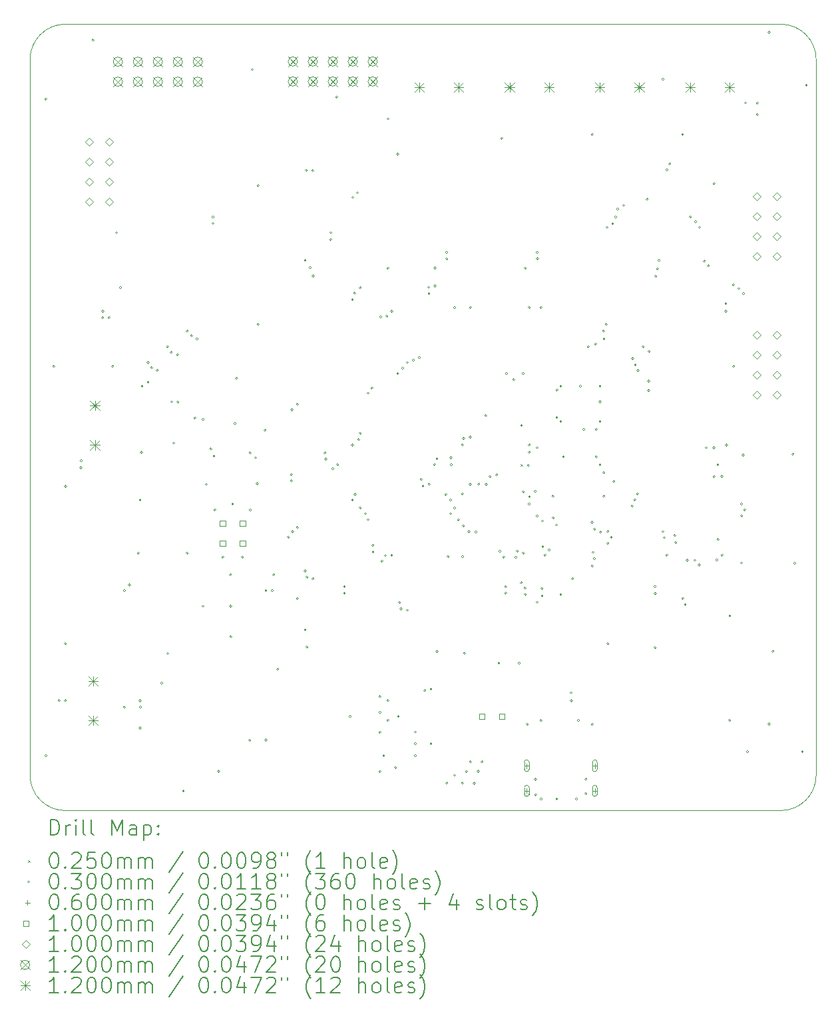
<source format=gbr>
%TF.GenerationSoftware,KiCad,Pcbnew,8.0.5*%
%TF.CreationDate,2024-12-21T22:21:37-05:00*%
%TF.ProjectId,stm-midi-poc1,73746d2d-6d69-4646-992d-706f63312e6b,1*%
%TF.SameCoordinates,Original*%
%TF.FileFunction,Drillmap*%
%TF.FilePolarity,Positive*%
%FSLAX45Y45*%
G04 Gerber Fmt 4.5, Leading zero omitted, Abs format (unit mm)*
G04 Created by KiCad (PCBNEW 8.0.5) date 2024-12-21 22:21:37*
%MOMM*%
%LPD*%
G01*
G04 APERTURE LIST*
%ADD10C,0.050000*%
%ADD11C,0.200000*%
%ADD12C,0.100000*%
%ADD13C,0.119999*%
%ADD14C,0.120000*%
G04 APERTURE END LIST*
D10*
X20699118Y-13197848D02*
X20699118Y-4097848D01*
X20249118Y-3647848D02*
X11149118Y-3647848D01*
X20249118Y-3647848D02*
G75*
G02*
X20699122Y-4097848I2J-450002D01*
G01*
X20249118Y-13647848D02*
X11149118Y-13647848D01*
X11149118Y-13647848D02*
G75*
G02*
X10699122Y-13197848I2J449998D01*
G01*
X10699118Y-4097848D02*
X10699118Y-13197848D01*
X20699118Y-13197848D02*
G75*
G02*
X20249118Y-13647848I-449998J-2D01*
G01*
X10699118Y-4097848D02*
G75*
G02*
X11149118Y-3647848I450002J-2D01*
G01*
D11*
D12*
X16937500Y-9241653D02*
X16962500Y-9266653D01*
X16962500Y-9241653D02*
X16937500Y-9266653D01*
X10915000Y-4600000D02*
G75*
G02*
X10885000Y-4600000I-15000J0D01*
G01*
X10885000Y-4600000D02*
G75*
G02*
X10915000Y-4600000I15000J0D01*
G01*
X10915000Y-12950000D02*
G75*
G02*
X10885000Y-12950000I-15000J0D01*
G01*
X10885000Y-12950000D02*
G75*
G02*
X10915000Y-12950000I15000J0D01*
G01*
X11015000Y-8000000D02*
G75*
G02*
X10985000Y-8000000I-15000J0D01*
G01*
X10985000Y-8000000D02*
G75*
G02*
X11015000Y-8000000I15000J0D01*
G01*
X11083116Y-12249860D02*
G75*
G02*
X11053116Y-12249860I-15000J0D01*
G01*
X11053116Y-12249860D02*
G75*
G02*
X11083116Y-12249860I15000J0D01*
G01*
X11164118Y-12250000D02*
G75*
G02*
X11134118Y-12250000I-15000J0D01*
G01*
X11134118Y-12250000D02*
G75*
G02*
X11164118Y-12250000I15000J0D01*
G01*
X11165000Y-9525000D02*
G75*
G02*
X11135000Y-9525000I-15000J0D01*
G01*
X11135000Y-9525000D02*
G75*
G02*
X11165000Y-9525000I15000J0D01*
G01*
X11165000Y-11525000D02*
G75*
G02*
X11135000Y-11525000I-15000J0D01*
G01*
X11135000Y-11525000D02*
G75*
G02*
X11165000Y-11525000I15000J0D01*
G01*
X11362364Y-9287485D02*
G75*
G02*
X11332364Y-9287485I-15000J0D01*
G01*
X11332364Y-9287485D02*
G75*
G02*
X11362364Y-9287485I15000J0D01*
G01*
X11365000Y-9200000D02*
G75*
G02*
X11335000Y-9200000I-15000J0D01*
G01*
X11335000Y-9200000D02*
G75*
G02*
X11365000Y-9200000I15000J0D01*
G01*
X11515000Y-3850000D02*
G75*
G02*
X11485000Y-3850000I-15000J0D01*
G01*
X11485000Y-3850000D02*
G75*
G02*
X11515000Y-3850000I15000J0D01*
G01*
X11638834Y-7380824D02*
G75*
G02*
X11608834Y-7380824I-15000J0D01*
G01*
X11608834Y-7380824D02*
G75*
G02*
X11638834Y-7380824I15000J0D01*
G01*
X11640000Y-7300000D02*
G75*
G02*
X11610000Y-7300000I-15000J0D01*
G01*
X11610000Y-7300000D02*
G75*
G02*
X11640000Y-7300000I15000J0D01*
G01*
X11719000Y-7375000D02*
G75*
G02*
X11689000Y-7375000I-15000J0D01*
G01*
X11689000Y-7375000D02*
G75*
G02*
X11719000Y-7375000I15000J0D01*
G01*
X11765000Y-8000000D02*
G75*
G02*
X11735000Y-8000000I-15000J0D01*
G01*
X11735000Y-8000000D02*
G75*
G02*
X11765000Y-8000000I15000J0D01*
G01*
X11815000Y-6300000D02*
G75*
G02*
X11785000Y-6300000I-15000J0D01*
G01*
X11785000Y-6300000D02*
G75*
G02*
X11815000Y-6300000I15000J0D01*
G01*
X11865000Y-7000000D02*
G75*
G02*
X11835000Y-7000000I-15000J0D01*
G01*
X11835000Y-7000000D02*
G75*
G02*
X11865000Y-7000000I15000J0D01*
G01*
X11915000Y-10850000D02*
G75*
G02*
X11885000Y-10850000I-15000J0D01*
G01*
X11885000Y-10850000D02*
G75*
G02*
X11915000Y-10850000I15000J0D01*
G01*
X11915000Y-12334420D02*
G75*
G02*
X11885000Y-12334420I-15000J0D01*
G01*
X11885000Y-12334420D02*
G75*
G02*
X11915000Y-12334420I15000J0D01*
G01*
X11979482Y-10780000D02*
G75*
G02*
X11949482Y-10780000I-15000J0D01*
G01*
X11949482Y-10780000D02*
G75*
G02*
X11979482Y-10780000I15000J0D01*
G01*
X12090000Y-10375000D02*
G75*
G02*
X12060000Y-10375000I-15000J0D01*
G01*
X12060000Y-10375000D02*
G75*
G02*
X12090000Y-10375000I15000J0D01*
G01*
X12115000Y-9700000D02*
G75*
G02*
X12085000Y-9700000I-15000J0D01*
G01*
X12085000Y-9700000D02*
G75*
G02*
X12115000Y-9700000I15000J0D01*
G01*
X12115000Y-12250000D02*
G75*
G02*
X12085000Y-12250000I-15000J0D01*
G01*
X12085000Y-12250000D02*
G75*
G02*
X12115000Y-12250000I15000J0D01*
G01*
X12115000Y-12600000D02*
G75*
G02*
X12085000Y-12600000I-15000J0D01*
G01*
X12085000Y-12600000D02*
G75*
G02*
X12115000Y-12600000I15000J0D01*
G01*
X12117264Y-12332106D02*
G75*
G02*
X12087264Y-12332106I-15000J0D01*
G01*
X12087264Y-12332106D02*
G75*
G02*
X12117264Y-12332106I15000J0D01*
G01*
X12130864Y-9094901D02*
G75*
G02*
X12100864Y-9094901I-15000J0D01*
G01*
X12100864Y-9094901D02*
G75*
G02*
X12130864Y-9094901I15000J0D01*
G01*
X12138704Y-8251241D02*
G75*
G02*
X12108704Y-8251241I-15000J0D01*
G01*
X12108704Y-8251241D02*
G75*
G02*
X12138704Y-8251241I15000J0D01*
G01*
X12215000Y-7950000D02*
G75*
G02*
X12185000Y-7950000I-15000J0D01*
G01*
X12185000Y-7950000D02*
G75*
G02*
X12215000Y-7950000I15000J0D01*
G01*
X12215000Y-8200000D02*
G75*
G02*
X12185000Y-8200000I-15000J0D01*
G01*
X12185000Y-8200000D02*
G75*
G02*
X12215000Y-8200000I15000J0D01*
G01*
X12260826Y-8016161D02*
G75*
G02*
X12230826Y-8016161I-15000J0D01*
G01*
X12230826Y-8016161D02*
G75*
G02*
X12260826Y-8016161I15000J0D01*
G01*
X12334000Y-8050000D02*
G75*
G02*
X12304000Y-8050000I-15000J0D01*
G01*
X12304000Y-8050000D02*
G75*
G02*
X12334000Y-8050000I15000J0D01*
G01*
X12388430Y-12027500D02*
G75*
G02*
X12358430Y-12027500I-15000J0D01*
G01*
X12358430Y-12027500D02*
G75*
G02*
X12388430Y-12027500I15000J0D01*
G01*
X12465000Y-7750000D02*
G75*
G02*
X12435000Y-7750000I-15000J0D01*
G01*
X12435000Y-7750000D02*
G75*
G02*
X12465000Y-7750000I15000J0D01*
G01*
X12465000Y-11650000D02*
G75*
G02*
X12435000Y-11650000I-15000J0D01*
G01*
X12435000Y-11650000D02*
G75*
G02*
X12465000Y-11650000I15000J0D01*
G01*
X12509061Y-7821250D02*
G75*
G02*
X12479061Y-7821250I-15000J0D01*
G01*
X12479061Y-7821250D02*
G75*
G02*
X12509061Y-7821250I15000J0D01*
G01*
X12515000Y-8450000D02*
G75*
G02*
X12485000Y-8450000I-15000J0D01*
G01*
X12485000Y-8450000D02*
G75*
G02*
X12515000Y-8450000I15000J0D01*
G01*
X12541289Y-8975492D02*
G75*
G02*
X12511289Y-8975492I-15000J0D01*
G01*
X12511289Y-8975492D02*
G75*
G02*
X12541289Y-8975492I15000J0D01*
G01*
X12590000Y-7850000D02*
G75*
G02*
X12560000Y-7850000I-15000J0D01*
G01*
X12560000Y-7850000D02*
G75*
G02*
X12590000Y-7850000I15000J0D01*
G01*
X12596093Y-8452257D02*
G75*
G02*
X12566093Y-8452257I-15000J0D01*
G01*
X12566093Y-8452257D02*
G75*
G02*
X12596093Y-8452257I15000J0D01*
G01*
X12665000Y-13400000D02*
G75*
G02*
X12635000Y-13400000I-15000J0D01*
G01*
X12635000Y-13400000D02*
G75*
G02*
X12665000Y-13400000I15000J0D01*
G01*
X12715000Y-7550000D02*
G75*
G02*
X12685000Y-7550000I-15000J0D01*
G01*
X12685000Y-7550000D02*
G75*
G02*
X12715000Y-7550000I15000J0D01*
G01*
X12715000Y-10375000D02*
G75*
G02*
X12685000Y-10375000I-15000J0D01*
G01*
X12685000Y-10375000D02*
G75*
G02*
X12715000Y-10375000I15000J0D01*
G01*
X12769541Y-7610321D02*
G75*
G02*
X12739541Y-7610321I-15000J0D01*
G01*
X12739541Y-7610321D02*
G75*
G02*
X12769541Y-7610321I15000J0D01*
G01*
X12811150Y-8653850D02*
G75*
G02*
X12781150Y-8653850I-15000J0D01*
G01*
X12781150Y-8653850D02*
G75*
G02*
X12811150Y-8653850I15000J0D01*
G01*
X12840000Y-7650000D02*
G75*
G02*
X12810000Y-7650000I-15000J0D01*
G01*
X12810000Y-7650000D02*
G75*
G02*
X12840000Y-7650000I15000J0D01*
G01*
X12915000Y-8672848D02*
G75*
G02*
X12885000Y-8672848I-15000J0D01*
G01*
X12885000Y-8672848D02*
G75*
G02*
X12915000Y-8672848I15000J0D01*
G01*
X12915000Y-11050000D02*
G75*
G02*
X12885000Y-11050000I-15000J0D01*
G01*
X12885000Y-11050000D02*
G75*
G02*
X12915000Y-11050000I15000J0D01*
G01*
X12957846Y-9500857D02*
G75*
G02*
X12927846Y-9500857I-15000J0D01*
G01*
X12927846Y-9500857D02*
G75*
G02*
X12957846Y-9500857I15000J0D01*
G01*
X13015000Y-9050000D02*
G75*
G02*
X12985000Y-9050000I-15000J0D01*
G01*
X12985000Y-9050000D02*
G75*
G02*
X13015000Y-9050000I15000J0D01*
G01*
X13040000Y-6100000D02*
G75*
G02*
X13010000Y-6100000I-15000J0D01*
G01*
X13010000Y-6100000D02*
G75*
G02*
X13040000Y-6100000I15000J0D01*
G01*
X13041908Y-6180064D02*
G75*
G02*
X13011908Y-6180064I-15000J0D01*
G01*
X13011908Y-6180064D02*
G75*
G02*
X13041908Y-6180064I15000J0D01*
G01*
X13055483Y-9140483D02*
G75*
G02*
X13025483Y-9140483I-15000J0D01*
G01*
X13025483Y-9140483D02*
G75*
G02*
X13055483Y-9140483I15000J0D01*
G01*
X13065000Y-9825000D02*
G75*
G02*
X13035000Y-9825000I-15000J0D01*
G01*
X13035000Y-9825000D02*
G75*
G02*
X13065000Y-9825000I15000J0D01*
G01*
X13115000Y-13150000D02*
G75*
G02*
X13085000Y-13150000I-15000J0D01*
G01*
X13085000Y-13150000D02*
G75*
G02*
X13115000Y-13150000I15000J0D01*
G01*
X13165000Y-10425000D02*
G75*
G02*
X13135000Y-10425000I-15000J0D01*
G01*
X13135000Y-10425000D02*
G75*
G02*
X13165000Y-10425000I15000J0D01*
G01*
X13265000Y-10650000D02*
G75*
G02*
X13235000Y-10650000I-15000J0D01*
G01*
X13235000Y-10650000D02*
G75*
G02*
X13265000Y-10650000I15000J0D01*
G01*
X13265000Y-11050000D02*
G75*
G02*
X13235000Y-11050000I-15000J0D01*
G01*
X13235000Y-11050000D02*
G75*
G02*
X13265000Y-11050000I15000J0D01*
G01*
X13267921Y-11436855D02*
G75*
G02*
X13237921Y-11436855I-15000J0D01*
G01*
X13237921Y-11436855D02*
G75*
G02*
X13267921Y-11436855I15000J0D01*
G01*
X13290000Y-9750000D02*
G75*
G02*
X13260000Y-9750000I-15000J0D01*
G01*
X13260000Y-9750000D02*
G75*
G02*
X13290000Y-9750000I15000J0D01*
G01*
X13322223Y-8725142D02*
G75*
G02*
X13292223Y-8725142I-15000J0D01*
G01*
X13292223Y-8725142D02*
G75*
G02*
X13322223Y-8725142I15000J0D01*
G01*
X13340000Y-8150000D02*
G75*
G02*
X13310000Y-8150000I-15000J0D01*
G01*
X13310000Y-8150000D02*
G75*
G02*
X13340000Y-8150000I15000J0D01*
G01*
X13415000Y-10425000D02*
G75*
G02*
X13385000Y-10425000I-15000J0D01*
G01*
X13385000Y-10425000D02*
G75*
G02*
X13415000Y-10425000I15000J0D01*
G01*
X13510000Y-12755000D02*
G75*
G02*
X13480000Y-12755000I-15000J0D01*
G01*
X13480000Y-12755000D02*
G75*
G02*
X13510000Y-12755000I15000J0D01*
G01*
X13515000Y-9100000D02*
G75*
G02*
X13485000Y-9100000I-15000J0D01*
G01*
X13485000Y-9100000D02*
G75*
G02*
X13515000Y-9100000I15000J0D01*
G01*
X13515000Y-9825000D02*
G75*
G02*
X13485000Y-9825000I-15000J0D01*
G01*
X13485000Y-9825000D02*
G75*
G02*
X13515000Y-9825000I15000J0D01*
G01*
X13540000Y-4225000D02*
G75*
G02*
X13510000Y-4225000I-15000J0D01*
G01*
X13510000Y-4225000D02*
G75*
G02*
X13540000Y-4225000I15000J0D01*
G01*
X13584122Y-9160055D02*
G75*
G02*
X13554122Y-9160055I-15000J0D01*
G01*
X13554122Y-9160055D02*
G75*
G02*
X13584122Y-9160055I15000J0D01*
G01*
X13604822Y-9492288D02*
G75*
G02*
X13574822Y-9492288I-15000J0D01*
G01*
X13574822Y-9492288D02*
G75*
G02*
X13604822Y-9492288I15000J0D01*
G01*
X13615000Y-5700000D02*
G75*
G02*
X13585000Y-5700000I-15000J0D01*
G01*
X13585000Y-5700000D02*
G75*
G02*
X13615000Y-5700000I15000J0D01*
G01*
X13615191Y-7464144D02*
G75*
G02*
X13585191Y-7464144I-15000J0D01*
G01*
X13585191Y-7464144D02*
G75*
G02*
X13615191Y-7464144I15000J0D01*
G01*
X13702910Y-8811603D02*
G75*
G02*
X13672910Y-8811603I-15000J0D01*
G01*
X13672910Y-8811603D02*
G75*
G02*
X13702910Y-8811603I15000J0D01*
G01*
X13715000Y-10850000D02*
G75*
G02*
X13685000Y-10850000I-15000J0D01*
G01*
X13685000Y-10850000D02*
G75*
G02*
X13715000Y-10850000I15000J0D01*
G01*
X13715000Y-12750000D02*
G75*
G02*
X13685000Y-12750000I-15000J0D01*
G01*
X13685000Y-12750000D02*
G75*
G02*
X13715000Y-12750000I15000J0D01*
G01*
X13795015Y-10850894D02*
G75*
G02*
X13765015Y-10850894I-15000J0D01*
G01*
X13765015Y-10850894D02*
G75*
G02*
X13795015Y-10850894I15000J0D01*
G01*
X13815000Y-10650000D02*
G75*
G02*
X13785000Y-10650000I-15000J0D01*
G01*
X13785000Y-10650000D02*
G75*
G02*
X13815000Y-10650000I15000J0D01*
G01*
X13865000Y-11850000D02*
G75*
G02*
X13835000Y-11850000I-15000J0D01*
G01*
X13835000Y-11850000D02*
G75*
G02*
X13865000Y-11850000I15000J0D01*
G01*
X13999675Y-10171687D02*
G75*
G02*
X13969675Y-10171687I-15000J0D01*
G01*
X13969675Y-10171687D02*
G75*
G02*
X13999675Y-10171687I15000J0D01*
G01*
X14038344Y-9455727D02*
G75*
G02*
X14008344Y-9455727I-15000J0D01*
G01*
X14008344Y-9455727D02*
G75*
G02*
X14038344Y-9455727I15000J0D01*
G01*
X14040000Y-9375000D02*
G75*
G02*
X14010000Y-9375000I-15000J0D01*
G01*
X14010000Y-9375000D02*
G75*
G02*
X14040000Y-9375000I15000J0D01*
G01*
X14045918Y-8550809D02*
G75*
G02*
X14015918Y-8550809I-15000J0D01*
G01*
X14015918Y-8550809D02*
G75*
G02*
X14045918Y-8550809I15000J0D01*
G01*
X14053591Y-10102327D02*
G75*
G02*
X14023591Y-10102327I-15000J0D01*
G01*
X14023591Y-10102327D02*
G75*
G02*
X14053591Y-10102327I15000J0D01*
G01*
X14115000Y-8483431D02*
G75*
G02*
X14085000Y-8483431I-15000J0D01*
G01*
X14085000Y-8483431D02*
G75*
G02*
X14115000Y-8483431I15000J0D01*
G01*
X14115000Y-10050000D02*
G75*
G02*
X14085000Y-10050000I-15000J0D01*
G01*
X14085000Y-10050000D02*
G75*
G02*
X14115000Y-10050000I15000J0D01*
G01*
X14115000Y-10950000D02*
G75*
G02*
X14085000Y-10950000I-15000J0D01*
G01*
X14085000Y-10950000D02*
G75*
G02*
X14115000Y-10950000I15000J0D01*
G01*
X14215000Y-6650000D02*
G75*
G02*
X14185000Y-6650000I-15000J0D01*
G01*
X14185000Y-6650000D02*
G75*
G02*
X14215000Y-6650000I15000J0D01*
G01*
X14215000Y-10600000D02*
G75*
G02*
X14185000Y-10600000I-15000J0D01*
G01*
X14185000Y-10600000D02*
G75*
G02*
X14215000Y-10600000I15000J0D01*
G01*
X14215000Y-11350000D02*
G75*
G02*
X14185000Y-11350000I-15000J0D01*
G01*
X14185000Y-11350000D02*
G75*
G02*
X14215000Y-11350000I15000J0D01*
G01*
X14229208Y-5505303D02*
G75*
G02*
X14199208Y-5505303I-15000J0D01*
G01*
X14199208Y-5505303D02*
G75*
G02*
X14229208Y-5505303I15000J0D01*
G01*
X14236298Y-10679196D02*
G75*
G02*
X14206298Y-10679196I-15000J0D01*
G01*
X14206298Y-10679196D02*
G75*
G02*
X14236298Y-10679196I15000J0D01*
G01*
X14239380Y-11568068D02*
G75*
G02*
X14209380Y-11568068I-15000J0D01*
G01*
X14209380Y-11568068D02*
G75*
G02*
X14239380Y-11568068I15000J0D01*
G01*
X14277827Y-6743101D02*
G75*
G02*
X14247827Y-6743101I-15000J0D01*
G01*
X14247827Y-6743101D02*
G75*
G02*
X14277827Y-6743101I15000J0D01*
G01*
X14310904Y-5510422D02*
G75*
G02*
X14280904Y-5510422I-15000J0D01*
G01*
X14280904Y-5510422D02*
G75*
G02*
X14310904Y-5510422I15000J0D01*
G01*
X14315000Y-6850000D02*
G75*
G02*
X14285000Y-6850000I-15000J0D01*
G01*
X14285000Y-6850000D02*
G75*
G02*
X14315000Y-6850000I15000J0D01*
G01*
X14315000Y-10700000D02*
G75*
G02*
X14285000Y-10700000I-15000J0D01*
G01*
X14285000Y-10700000D02*
G75*
G02*
X14315000Y-10700000I15000J0D01*
G01*
X14465000Y-9100000D02*
G75*
G02*
X14435000Y-9100000I-15000J0D01*
G01*
X14435000Y-9100000D02*
G75*
G02*
X14465000Y-9100000I15000J0D01*
G01*
X14476914Y-9179204D02*
G75*
G02*
X14446914Y-9179204I-15000J0D01*
G01*
X14446914Y-9179204D02*
G75*
G02*
X14476914Y-9179204I15000J0D01*
G01*
X14538431Y-6384453D02*
G75*
G02*
X14508431Y-6384453I-15000J0D01*
G01*
X14508431Y-6384453D02*
G75*
G02*
X14538431Y-6384453I15000J0D01*
G01*
X14540000Y-6300000D02*
G75*
G02*
X14510000Y-6300000I-15000J0D01*
G01*
X14510000Y-6300000D02*
G75*
G02*
X14540000Y-6300000I15000J0D01*
G01*
X14565000Y-9300000D02*
G75*
G02*
X14535000Y-9300000I-15000J0D01*
G01*
X14535000Y-9300000D02*
G75*
G02*
X14565000Y-9300000I15000J0D01*
G01*
X14615000Y-4575000D02*
G75*
G02*
X14585000Y-4575000I-15000J0D01*
G01*
X14585000Y-4575000D02*
G75*
G02*
X14615000Y-4575000I15000J0D01*
G01*
X14626666Y-9249036D02*
G75*
G02*
X14596666Y-9249036I-15000J0D01*
G01*
X14596666Y-9249036D02*
G75*
G02*
X14626666Y-9249036I15000J0D01*
G01*
X14714278Y-10882904D02*
G75*
G02*
X14684278Y-10882904I-15000J0D01*
G01*
X14684278Y-10882904D02*
G75*
G02*
X14714278Y-10882904I15000J0D01*
G01*
X14715000Y-10800000D02*
G75*
G02*
X14685000Y-10800000I-15000J0D01*
G01*
X14685000Y-10800000D02*
G75*
G02*
X14715000Y-10800000I15000J0D01*
G01*
X14786872Y-12450000D02*
G75*
G02*
X14756872Y-12450000I-15000J0D01*
G01*
X14756872Y-12450000D02*
G75*
G02*
X14786872Y-12450000I15000J0D01*
G01*
X14815000Y-7150000D02*
G75*
G02*
X14785000Y-7150000I-15000J0D01*
G01*
X14785000Y-7150000D02*
G75*
G02*
X14815000Y-7150000I15000J0D01*
G01*
X14815000Y-9000000D02*
G75*
G02*
X14785000Y-9000000I-15000J0D01*
G01*
X14785000Y-9000000D02*
G75*
G02*
X14815000Y-9000000I15000J0D01*
G01*
X14815000Y-9700000D02*
G75*
G02*
X14785000Y-9700000I-15000J0D01*
G01*
X14785000Y-9700000D02*
G75*
G02*
X14815000Y-9700000I15000J0D01*
G01*
X14818993Y-5849638D02*
G75*
G02*
X14788993Y-5849638I-15000J0D01*
G01*
X14788993Y-5849638D02*
G75*
G02*
X14818993Y-5849638I15000J0D01*
G01*
X14843181Y-7066664D02*
G75*
G02*
X14813181Y-7066664I-15000J0D01*
G01*
X14813181Y-7066664D02*
G75*
G02*
X14843181Y-7066664I15000J0D01*
G01*
X14850558Y-9627107D02*
G75*
G02*
X14820558Y-9627107I-15000J0D01*
G01*
X14820558Y-9627107D02*
G75*
G02*
X14850558Y-9627107I15000J0D01*
G01*
X14878993Y-5790000D02*
G75*
G02*
X14848993Y-5790000I-15000J0D01*
G01*
X14848993Y-5790000D02*
G75*
G02*
X14878993Y-5790000I15000J0D01*
G01*
X14892052Y-8930554D02*
G75*
G02*
X14862052Y-8930554I-15000J0D01*
G01*
X14862052Y-8930554D02*
G75*
G02*
X14892052Y-8930554I15000J0D01*
G01*
X14915000Y-7000000D02*
G75*
G02*
X14885000Y-7000000I-15000J0D01*
G01*
X14885000Y-7000000D02*
G75*
G02*
X14915000Y-7000000I15000J0D01*
G01*
X14915000Y-8850000D02*
G75*
G02*
X14885000Y-8850000I-15000J0D01*
G01*
X14885000Y-8850000D02*
G75*
G02*
X14915000Y-8850000I15000J0D01*
G01*
X14915000Y-9800000D02*
G75*
G02*
X14885000Y-9800000I-15000J0D01*
G01*
X14885000Y-9800000D02*
G75*
G02*
X14915000Y-9800000I15000J0D01*
G01*
X14980647Y-9871341D02*
G75*
G02*
X14950647Y-9871341I-15000J0D01*
G01*
X14950647Y-9871341D02*
G75*
G02*
X14980647Y-9871341I15000J0D01*
G01*
X15015000Y-8341223D02*
G75*
G02*
X14985000Y-8341223I-15000J0D01*
G01*
X14985000Y-8341223D02*
G75*
G02*
X15015000Y-8341223I15000J0D01*
G01*
X15015000Y-9950000D02*
G75*
G02*
X14985000Y-9950000I-15000J0D01*
G01*
X14985000Y-9950000D02*
G75*
G02*
X15015000Y-9950000I15000J0D01*
G01*
X15062049Y-8275626D02*
G75*
G02*
X15032049Y-8275626I-15000J0D01*
G01*
X15032049Y-8275626D02*
G75*
G02*
X15062049Y-8275626I15000J0D01*
G01*
X15075000Y-10277253D02*
G75*
G02*
X15045000Y-10277253I-15000J0D01*
G01*
X15045000Y-10277253D02*
G75*
G02*
X15075000Y-10277253I15000J0D01*
G01*
X15077210Y-10358441D02*
G75*
G02*
X15047210Y-10358441I-15000J0D01*
G01*
X15047210Y-10358441D02*
G75*
G02*
X15077210Y-10358441I15000J0D01*
G01*
X15165000Y-12200000D02*
G75*
G02*
X15135000Y-12200000I-15000J0D01*
G01*
X15135000Y-12200000D02*
G75*
G02*
X15165000Y-12200000I15000J0D01*
G01*
X15165000Y-12400000D02*
G75*
G02*
X15135000Y-12400000I-15000J0D01*
G01*
X15135000Y-12400000D02*
G75*
G02*
X15165000Y-12400000I15000J0D01*
G01*
X15165000Y-12650000D02*
G75*
G02*
X15135000Y-12650000I-15000J0D01*
G01*
X15135000Y-12650000D02*
G75*
G02*
X15165000Y-12650000I15000J0D01*
G01*
X15165000Y-13150000D02*
G75*
G02*
X15135000Y-13150000I-15000J0D01*
G01*
X15135000Y-13150000D02*
G75*
G02*
X15165000Y-13150000I15000J0D01*
G01*
X15174515Y-7369936D02*
G75*
G02*
X15144515Y-7369936I-15000J0D01*
G01*
X15144515Y-7369936D02*
G75*
G02*
X15174515Y-7369936I15000J0D01*
G01*
X15190000Y-10475000D02*
G75*
G02*
X15160000Y-10475000I-15000J0D01*
G01*
X15160000Y-10475000D02*
G75*
G02*
X15190000Y-10475000I15000J0D01*
G01*
X15215000Y-12950000D02*
G75*
G02*
X15185000Y-12950000I-15000J0D01*
G01*
X15185000Y-12950000D02*
G75*
G02*
X15215000Y-12950000I15000J0D01*
G01*
X15234142Y-10406070D02*
G75*
G02*
X15204142Y-10406070I-15000J0D01*
G01*
X15204142Y-10406070D02*
G75*
G02*
X15234142Y-10406070I15000J0D01*
G01*
X15254020Y-7360000D02*
G75*
G02*
X15224020Y-7360000I-15000J0D01*
G01*
X15224020Y-7360000D02*
G75*
G02*
X15254020Y-7360000I15000J0D01*
G01*
X15265000Y-6750000D02*
G75*
G02*
X15235000Y-6750000I-15000J0D01*
G01*
X15235000Y-6750000D02*
G75*
G02*
X15265000Y-6750000I15000J0D01*
G01*
X15265000Y-12250000D02*
G75*
G02*
X15235000Y-12250000I-15000J0D01*
G01*
X15235000Y-12250000D02*
G75*
G02*
X15265000Y-12250000I15000J0D01*
G01*
X15265000Y-12500000D02*
G75*
G02*
X15235000Y-12500000I-15000J0D01*
G01*
X15235000Y-12500000D02*
G75*
G02*
X15265000Y-12500000I15000J0D01*
G01*
X15267598Y-4852598D02*
G75*
G02*
X15237598Y-4852598I-15000J0D01*
G01*
X15237598Y-4852598D02*
G75*
G02*
X15267598Y-4852598I15000J0D01*
G01*
X15315000Y-7300000D02*
G75*
G02*
X15285000Y-7300000I-15000J0D01*
G01*
X15285000Y-7300000D02*
G75*
G02*
X15315000Y-7300000I15000J0D01*
G01*
X15315000Y-10400000D02*
G75*
G02*
X15285000Y-10400000I-15000J0D01*
G01*
X15285000Y-10400000D02*
G75*
G02*
X15315000Y-10400000I15000J0D01*
G01*
X15365000Y-13100000D02*
G75*
G02*
X15335000Y-13100000I-15000J0D01*
G01*
X15335000Y-13100000D02*
G75*
G02*
X15365000Y-13100000I15000J0D01*
G01*
X15390000Y-5300000D02*
G75*
G02*
X15360000Y-5300000I-15000J0D01*
G01*
X15360000Y-5300000D02*
G75*
G02*
X15390000Y-5300000I15000J0D01*
G01*
X15391493Y-8090894D02*
G75*
G02*
X15361493Y-8090894I-15000J0D01*
G01*
X15361493Y-8090894D02*
G75*
G02*
X15391493Y-8090894I15000J0D01*
G01*
X15399118Y-12450000D02*
G75*
G02*
X15369118Y-12450000I-15000J0D01*
G01*
X15369118Y-12450000D02*
G75*
G02*
X15399118Y-12450000I15000J0D01*
G01*
X15415000Y-11000000D02*
G75*
G02*
X15385000Y-11000000I-15000J0D01*
G01*
X15385000Y-11000000D02*
G75*
G02*
X15415000Y-11000000I15000J0D01*
G01*
X15433770Y-11083035D02*
G75*
G02*
X15403770Y-11083035I-15000J0D01*
G01*
X15403770Y-11083035D02*
G75*
G02*
X15433770Y-11083035I15000J0D01*
G01*
X15455000Y-8022185D02*
G75*
G02*
X15425000Y-8022185I-15000J0D01*
G01*
X15425000Y-8022185D02*
G75*
G02*
X15455000Y-8022185I15000J0D01*
G01*
X15515000Y-7950000D02*
G75*
G02*
X15485000Y-7950000I-15000J0D01*
G01*
X15485000Y-7950000D02*
G75*
G02*
X15515000Y-7950000I15000J0D01*
G01*
X15515000Y-11100000D02*
G75*
G02*
X15485000Y-11100000I-15000J0D01*
G01*
X15485000Y-11100000D02*
G75*
G02*
X15515000Y-11100000I15000J0D01*
G01*
X15591537Y-7920256D02*
G75*
G02*
X15561537Y-7920256I-15000J0D01*
G01*
X15561537Y-7920256D02*
G75*
G02*
X15591537Y-7920256I15000J0D01*
G01*
X15615000Y-12650000D02*
G75*
G02*
X15585000Y-12650000I-15000J0D01*
G01*
X15585000Y-12650000D02*
G75*
G02*
X15615000Y-12650000I15000J0D01*
G01*
X15615000Y-12797848D02*
G75*
G02*
X15585000Y-12797848I-15000J0D01*
G01*
X15585000Y-12797848D02*
G75*
G02*
X15615000Y-12797848I15000J0D01*
G01*
X15615000Y-12950000D02*
G75*
G02*
X15585000Y-12950000I-15000J0D01*
G01*
X15585000Y-12950000D02*
G75*
G02*
X15615000Y-12950000I15000J0D01*
G01*
X15665000Y-7888032D02*
G75*
G02*
X15635000Y-7888032I-15000J0D01*
G01*
X15635000Y-7888032D02*
G75*
G02*
X15665000Y-7888032I15000J0D01*
G01*
X15690000Y-9440000D02*
G75*
G02*
X15660000Y-9440000I-15000J0D01*
G01*
X15660000Y-9440000D02*
G75*
G02*
X15690000Y-9440000I15000J0D01*
G01*
X15711296Y-9520978D02*
G75*
G02*
X15681296Y-9520978I-15000J0D01*
G01*
X15681296Y-9520978D02*
G75*
G02*
X15711296Y-9520978I15000J0D01*
G01*
X15735983Y-12120983D02*
G75*
G02*
X15705983Y-12120983I-15000J0D01*
G01*
X15705983Y-12120983D02*
G75*
G02*
X15735983Y-12120983I15000J0D01*
G01*
X15785061Y-6993346D02*
G75*
G02*
X15755061Y-6993346I-15000J0D01*
G01*
X15755061Y-6993346D02*
G75*
G02*
X15785061Y-6993346I15000J0D01*
G01*
X15790000Y-7075000D02*
G75*
G02*
X15760000Y-7075000I-15000J0D01*
G01*
X15760000Y-7075000D02*
G75*
G02*
X15790000Y-7075000I15000J0D01*
G01*
X15790000Y-9497786D02*
G75*
G02*
X15760000Y-9497786I-15000J0D01*
G01*
X15760000Y-9497786D02*
G75*
G02*
X15790000Y-9497786I15000J0D01*
G01*
X15815000Y-12102848D02*
G75*
G02*
X15785000Y-12102848I-15000J0D01*
G01*
X15785000Y-12102848D02*
G75*
G02*
X15815000Y-12102848I15000J0D01*
G01*
X15815000Y-12797848D02*
G75*
G02*
X15785000Y-12797848I-15000J0D01*
G01*
X15785000Y-12797848D02*
G75*
G02*
X15815000Y-12797848I15000J0D01*
G01*
X15858513Y-9249465D02*
G75*
G02*
X15828513Y-9249465I-15000J0D01*
G01*
X15828513Y-9249465D02*
G75*
G02*
X15858513Y-9249465I15000J0D01*
G01*
X15865000Y-6750000D02*
G75*
G02*
X15835000Y-6750000I-15000J0D01*
G01*
X15835000Y-6750000D02*
G75*
G02*
X15865000Y-6750000I15000J0D01*
G01*
X15865000Y-6975000D02*
G75*
G02*
X15835000Y-6975000I-15000J0D01*
G01*
X15835000Y-6975000D02*
G75*
G02*
X15865000Y-6975000I15000J0D01*
G01*
X15890000Y-9175000D02*
G75*
G02*
X15860000Y-9175000I-15000J0D01*
G01*
X15860000Y-9175000D02*
G75*
G02*
X15890000Y-9175000I15000J0D01*
G01*
X15890000Y-11625000D02*
G75*
G02*
X15860000Y-11625000I-15000J0D01*
G01*
X15860000Y-11625000D02*
G75*
G02*
X15890000Y-11625000I15000J0D01*
G01*
X16002707Y-9629544D02*
G75*
G02*
X15972707Y-9629544I-15000J0D01*
G01*
X15972707Y-9629544D02*
G75*
G02*
X16002707Y-9629544I15000J0D01*
G01*
X16015000Y-6550000D02*
G75*
G02*
X15985000Y-6550000I-15000J0D01*
G01*
X15985000Y-6550000D02*
G75*
G02*
X16015000Y-6550000I15000J0D01*
G01*
X16015000Y-13300000D02*
G75*
G02*
X15985000Y-13300000I-15000J0D01*
G01*
X15985000Y-13300000D02*
G75*
G02*
X16015000Y-13300000I15000J0D01*
G01*
X16016392Y-6632779D02*
G75*
G02*
X15986392Y-6632779I-15000J0D01*
G01*
X15986392Y-6632779D02*
G75*
G02*
X16016392Y-6632779I15000J0D01*
G01*
X16031850Y-10416850D02*
G75*
G02*
X16001850Y-10416850I-15000J0D01*
G01*
X16001850Y-10416850D02*
G75*
G02*
X16031850Y-10416850I15000J0D01*
G01*
X16065000Y-9700000D02*
G75*
G02*
X16035000Y-9700000I-15000J0D01*
G01*
X16035000Y-9700000D02*
G75*
G02*
X16065000Y-9700000I15000J0D01*
G01*
X16065000Y-9872646D02*
G75*
G02*
X16035000Y-9872646I-15000J0D01*
G01*
X16035000Y-9872646D02*
G75*
G02*
X16065000Y-9872646I15000J0D01*
G01*
X16067151Y-9161831D02*
G75*
G02*
X16037151Y-9161831I-15000J0D01*
G01*
X16037151Y-9161831D02*
G75*
G02*
X16067151Y-9161831I15000J0D01*
G01*
X16072887Y-9248949D02*
G75*
G02*
X16042887Y-9248949I-15000J0D01*
G01*
X16042887Y-9248949D02*
G75*
G02*
X16072887Y-9248949I15000J0D01*
G01*
X16115000Y-7250000D02*
G75*
G02*
X16085000Y-7250000I-15000J0D01*
G01*
X16085000Y-7250000D02*
G75*
G02*
X16115000Y-7250000I15000J0D01*
G01*
X16115000Y-9800000D02*
G75*
G02*
X16085000Y-9800000I-15000J0D01*
G01*
X16085000Y-9800000D02*
G75*
G02*
X16115000Y-9800000I15000J0D01*
G01*
X16115000Y-13200000D02*
G75*
G02*
X16085000Y-13200000I-15000J0D01*
G01*
X16085000Y-13200000D02*
G75*
G02*
X16115000Y-13200000I15000J0D01*
G01*
X16165000Y-9950000D02*
G75*
G02*
X16135000Y-9950000I-15000J0D01*
G01*
X16135000Y-9950000D02*
G75*
G02*
X16165000Y-9950000I15000J0D01*
G01*
X16215000Y-9000000D02*
G75*
G02*
X16185000Y-9000000I-15000J0D01*
G01*
X16185000Y-9000000D02*
G75*
G02*
X16215000Y-9000000I15000J0D01*
G01*
X16215000Y-9618980D02*
G75*
G02*
X16185000Y-9618980I-15000J0D01*
G01*
X16185000Y-9618980D02*
G75*
G02*
X16215000Y-9618980I15000J0D01*
G01*
X16215000Y-13300000D02*
G75*
G02*
X16185000Y-13300000I-15000J0D01*
G01*
X16185000Y-13300000D02*
G75*
G02*
X16215000Y-13300000I15000J0D01*
G01*
X16216178Y-10417799D02*
G75*
G02*
X16186178Y-10417799I-15000J0D01*
G01*
X16186178Y-10417799D02*
G75*
G02*
X16216178Y-10417799I15000J0D01*
G01*
X16227162Y-10026067D02*
G75*
G02*
X16197162Y-10026067I-15000J0D01*
G01*
X16197162Y-10026067D02*
G75*
G02*
X16227162Y-10026067I15000J0D01*
G01*
X16228516Y-8915461D02*
G75*
G02*
X16198516Y-8915461I-15000J0D01*
G01*
X16198516Y-8915461D02*
G75*
G02*
X16228516Y-8915461I15000J0D01*
G01*
X16240000Y-11650000D02*
G75*
G02*
X16210000Y-11650000I-15000J0D01*
G01*
X16210000Y-11650000D02*
G75*
G02*
X16240000Y-11650000I15000J0D01*
G01*
X16265000Y-13150000D02*
G75*
G02*
X16235000Y-13150000I-15000J0D01*
G01*
X16235000Y-13150000D02*
G75*
G02*
X16265000Y-13150000I15000J0D01*
G01*
X16298713Y-10100651D02*
G75*
G02*
X16268713Y-10100651I-15000J0D01*
G01*
X16268713Y-10100651D02*
G75*
G02*
X16298713Y-10100651I15000J0D01*
G01*
X16315000Y-7250000D02*
G75*
G02*
X16285000Y-7250000I-15000J0D01*
G01*
X16285000Y-7250000D02*
G75*
G02*
X16315000Y-7250000I15000J0D01*
G01*
X16315000Y-8900000D02*
G75*
G02*
X16285000Y-8900000I-15000J0D01*
G01*
X16285000Y-8900000D02*
G75*
G02*
X16315000Y-8900000I15000J0D01*
G01*
X16315000Y-9500000D02*
G75*
G02*
X16285000Y-9500000I-15000J0D01*
G01*
X16285000Y-9500000D02*
G75*
G02*
X16315000Y-9500000I15000J0D01*
G01*
X16315000Y-13027848D02*
G75*
G02*
X16285000Y-13027848I-15000J0D01*
G01*
X16285000Y-13027848D02*
G75*
G02*
X16315000Y-13027848I15000J0D01*
G01*
X16365000Y-13300000D02*
G75*
G02*
X16335000Y-13300000I-15000J0D01*
G01*
X16335000Y-13300000D02*
G75*
G02*
X16365000Y-13300000I15000J0D01*
G01*
X16386138Y-10103645D02*
G75*
G02*
X16356138Y-10103645I-15000J0D01*
G01*
X16356138Y-10103645D02*
G75*
G02*
X16386138Y-10103645I15000J0D01*
G01*
X16415000Y-13150000D02*
G75*
G02*
X16385000Y-13150000I-15000J0D01*
G01*
X16385000Y-13150000D02*
G75*
G02*
X16415000Y-13150000I15000J0D01*
G01*
X16421629Y-9499253D02*
G75*
G02*
X16391629Y-9499253I-15000J0D01*
G01*
X16391629Y-9499253D02*
G75*
G02*
X16421629Y-9499253I15000J0D01*
G01*
X16465000Y-13027848D02*
G75*
G02*
X16435000Y-13027848I-15000J0D01*
G01*
X16435000Y-13027848D02*
G75*
G02*
X16465000Y-13027848I15000J0D01*
G01*
X16510871Y-8626042D02*
G75*
G02*
X16480871Y-8626042I-15000J0D01*
G01*
X16480871Y-8626042D02*
G75*
G02*
X16510871Y-8626042I15000J0D01*
G01*
X16515000Y-9500000D02*
G75*
G02*
X16485000Y-9500000I-15000J0D01*
G01*
X16485000Y-9500000D02*
G75*
G02*
X16515000Y-9500000I15000J0D01*
G01*
X16565000Y-9400000D02*
G75*
G02*
X16535000Y-9400000I-15000J0D01*
G01*
X16535000Y-9400000D02*
G75*
G02*
X16565000Y-9400000I15000J0D01*
G01*
X16650861Y-9379232D02*
G75*
G02*
X16620861Y-9379232I-15000J0D01*
G01*
X16620861Y-9379232D02*
G75*
G02*
X16650861Y-9379232I15000J0D01*
G01*
X16679105Y-11772494D02*
G75*
G02*
X16649105Y-11772494I-15000J0D01*
G01*
X16649105Y-11772494D02*
G75*
G02*
X16679105Y-11772494I15000J0D01*
G01*
X16690000Y-10350000D02*
G75*
G02*
X16660000Y-10350000I-15000J0D01*
G01*
X16660000Y-10350000D02*
G75*
G02*
X16690000Y-10350000I15000J0D01*
G01*
X16715000Y-5100000D02*
G75*
G02*
X16685000Y-5100000I-15000J0D01*
G01*
X16685000Y-5100000D02*
G75*
G02*
X16715000Y-5100000I15000J0D01*
G01*
X16740000Y-10425000D02*
G75*
G02*
X16710000Y-10425000I-15000J0D01*
G01*
X16710000Y-10425000D02*
G75*
G02*
X16740000Y-10425000I15000J0D01*
G01*
X16765000Y-10800000D02*
G75*
G02*
X16735000Y-10800000I-15000J0D01*
G01*
X16735000Y-10800000D02*
G75*
G02*
X16765000Y-10800000I15000J0D01*
G01*
X16765331Y-10881354D02*
G75*
G02*
X16735331Y-10881354I-15000J0D01*
G01*
X16735331Y-10881354D02*
G75*
G02*
X16765331Y-10881354I15000J0D01*
G01*
X16773796Y-8090326D02*
G75*
G02*
X16743796Y-8090326I-15000J0D01*
G01*
X16743796Y-8090326D02*
G75*
G02*
X16773796Y-8090326I15000J0D01*
G01*
X16864729Y-8168471D02*
G75*
G02*
X16834729Y-8168471I-15000J0D01*
G01*
X16834729Y-8168471D02*
G75*
G02*
X16864729Y-8168471I15000J0D01*
G01*
X16893984Y-10428689D02*
G75*
G02*
X16863984Y-10428689I-15000J0D01*
G01*
X16863984Y-10428689D02*
G75*
G02*
X16893984Y-10428689I15000J0D01*
G01*
X16913860Y-10347783D02*
G75*
G02*
X16883860Y-10347783I-15000J0D01*
G01*
X16883860Y-10347783D02*
G75*
G02*
X16913860Y-10347783I15000J0D01*
G01*
X16935623Y-11773424D02*
G75*
G02*
X16905623Y-11773424I-15000J0D01*
G01*
X16905623Y-11773424D02*
G75*
G02*
X16935623Y-11773424I15000J0D01*
G01*
X16965000Y-8750000D02*
G75*
G02*
X16935000Y-8750000I-15000J0D01*
G01*
X16935000Y-8750000D02*
G75*
G02*
X16965000Y-8750000I15000J0D01*
G01*
X16965000Y-10750000D02*
G75*
G02*
X16935000Y-10750000I-15000J0D01*
G01*
X16935000Y-10750000D02*
G75*
G02*
X16965000Y-10750000I15000J0D01*
G01*
X16986208Y-8091036D02*
G75*
G02*
X16956208Y-8091036I-15000J0D01*
G01*
X16956208Y-8091036D02*
G75*
G02*
X16986208Y-8091036I15000J0D01*
G01*
X16989118Y-9596642D02*
G75*
G02*
X16959118Y-9596642I-15000J0D01*
G01*
X16959118Y-9596642D02*
G75*
G02*
X16989118Y-9596642I15000J0D01*
G01*
X16989118Y-10375000D02*
G75*
G02*
X16959118Y-10375000I-15000J0D01*
G01*
X16959118Y-10375000D02*
G75*
G02*
X16989118Y-10375000I15000J0D01*
G01*
X17009852Y-10818074D02*
G75*
G02*
X16979852Y-10818074I-15000J0D01*
G01*
X16979852Y-10818074D02*
G75*
G02*
X17009852Y-10818074I15000J0D01*
G01*
X17015000Y-6750000D02*
G75*
G02*
X16985000Y-6750000I-15000J0D01*
G01*
X16985000Y-6750000D02*
G75*
G02*
X17015000Y-6750000I15000J0D01*
G01*
X17015000Y-10900000D02*
G75*
G02*
X16985000Y-10900000I-15000J0D01*
G01*
X16985000Y-10900000D02*
G75*
G02*
X17015000Y-10900000I15000J0D01*
G01*
X17039000Y-12550000D02*
G75*
G02*
X17009000Y-12550000I-15000J0D01*
G01*
X17009000Y-12550000D02*
G75*
G02*
X17039000Y-12550000I15000J0D01*
G01*
X17051117Y-9260800D02*
G75*
G02*
X17021117Y-9260800I-15000J0D01*
G01*
X17021117Y-9260800D02*
G75*
G02*
X17051117Y-9260800I15000J0D01*
G01*
X17064584Y-9091233D02*
G75*
G02*
X17034584Y-9091233I-15000J0D01*
G01*
X17034584Y-9091233D02*
G75*
G02*
X17064584Y-9091233I15000J0D01*
G01*
X17065000Y-7250000D02*
G75*
G02*
X17035000Y-7250000I-15000J0D01*
G01*
X17035000Y-7250000D02*
G75*
G02*
X17065000Y-7250000I15000J0D01*
G01*
X17065000Y-9000000D02*
G75*
G02*
X17035000Y-9000000I-15000J0D01*
G01*
X17035000Y-9000000D02*
G75*
G02*
X17065000Y-9000000I15000J0D01*
G01*
X17065000Y-9750000D02*
G75*
G02*
X17035000Y-9750000I-15000J0D01*
G01*
X17035000Y-9750000D02*
G75*
G02*
X17065000Y-9750000I15000J0D01*
G01*
X17066700Y-9655934D02*
G75*
G02*
X17036700Y-9655934I-15000J0D01*
G01*
X17036700Y-9655934D02*
G75*
G02*
X17066700Y-9655934I15000J0D01*
G01*
X17139627Y-9590938D02*
G75*
G02*
X17109627Y-9590938I-15000J0D01*
G01*
X17109627Y-9590938D02*
G75*
G02*
X17139627Y-9590938I15000J0D01*
G01*
X17145000Y-13250000D02*
G75*
G02*
X17115000Y-13250000I-15000J0D01*
G01*
X17115000Y-13250000D02*
G75*
G02*
X17145000Y-13250000I15000J0D01*
G01*
X17145000Y-13446544D02*
G75*
G02*
X17115000Y-13446544I-15000J0D01*
G01*
X17115000Y-13446544D02*
G75*
G02*
X17145000Y-13446544I15000J0D01*
G01*
X17165000Y-6550000D02*
G75*
G02*
X17135000Y-6550000I-15000J0D01*
G01*
X17135000Y-6550000D02*
G75*
G02*
X17165000Y-6550000I15000J0D01*
G01*
X17165000Y-9033407D02*
G75*
G02*
X17135000Y-9033407I-15000J0D01*
G01*
X17135000Y-9033407D02*
G75*
G02*
X17165000Y-9033407I15000J0D01*
G01*
X17165000Y-9900000D02*
G75*
G02*
X17135000Y-9900000I-15000J0D01*
G01*
X17135000Y-9900000D02*
G75*
G02*
X17165000Y-9900000I15000J0D01*
G01*
X17165000Y-11000000D02*
G75*
G02*
X17135000Y-11000000I-15000J0D01*
G01*
X17135000Y-11000000D02*
G75*
G02*
X17165000Y-11000000I15000J0D01*
G01*
X17170077Y-6630374D02*
G75*
G02*
X17140077Y-6630374I-15000J0D01*
G01*
X17140077Y-6630374D02*
G75*
G02*
X17170077Y-6630374I15000J0D01*
G01*
X17215000Y-7250000D02*
G75*
G02*
X17185000Y-7250000I-15000J0D01*
G01*
X17185000Y-7250000D02*
G75*
G02*
X17215000Y-7250000I15000J0D01*
G01*
X17215000Y-12503929D02*
G75*
G02*
X17185000Y-12503929I-15000J0D01*
G01*
X17185000Y-12503929D02*
G75*
G02*
X17215000Y-12503929I15000J0D01*
G01*
X17215000Y-13500000D02*
G75*
G02*
X17185000Y-13500000I-15000J0D01*
G01*
X17185000Y-13500000D02*
G75*
G02*
X17215000Y-13500000I15000J0D01*
G01*
X17226262Y-10823303D02*
G75*
G02*
X17196262Y-10823303I-15000J0D01*
G01*
X17196262Y-10823303D02*
G75*
G02*
X17226262Y-10823303I15000J0D01*
G01*
X17228237Y-10919702D02*
G75*
G02*
X17198237Y-10919702I-15000J0D01*
G01*
X17198237Y-10919702D02*
G75*
G02*
X17228237Y-10919702I15000J0D01*
G01*
X17232031Y-9964887D02*
G75*
G02*
X17202031Y-9964887I-15000J0D01*
G01*
X17202031Y-9964887D02*
G75*
G02*
X17232031Y-9964887I15000J0D01*
G01*
X17238645Y-10291586D02*
G75*
G02*
X17208645Y-10291586I-15000J0D01*
G01*
X17208645Y-10291586D02*
G75*
G02*
X17238645Y-10291586I15000J0D01*
G01*
X17265000Y-10400000D02*
G75*
G02*
X17235000Y-10400000I-15000J0D01*
G01*
X17235000Y-10400000D02*
G75*
G02*
X17265000Y-10400000I15000J0D01*
G01*
X17316833Y-10334486D02*
G75*
G02*
X17286833Y-10334486I-15000J0D01*
G01*
X17286833Y-10334486D02*
G75*
G02*
X17316833Y-10334486I15000J0D01*
G01*
X17365000Y-9650000D02*
G75*
G02*
X17335000Y-9650000I-15000J0D01*
G01*
X17335000Y-9650000D02*
G75*
G02*
X17365000Y-9650000I15000J0D01*
G01*
X17370057Y-9926848D02*
G75*
G02*
X17340057Y-9926848I-15000J0D01*
G01*
X17340057Y-9926848D02*
G75*
G02*
X17370057Y-9926848I15000J0D01*
G01*
X17410655Y-10016497D02*
G75*
G02*
X17380655Y-10016497I-15000J0D01*
G01*
X17380655Y-10016497D02*
G75*
G02*
X17410655Y-10016497I15000J0D01*
G01*
X17415000Y-8300000D02*
G75*
G02*
X17385000Y-8300000I-15000J0D01*
G01*
X17385000Y-8300000D02*
G75*
G02*
X17415000Y-8300000I15000J0D01*
G01*
X17415000Y-8650000D02*
G75*
G02*
X17385000Y-8650000I-15000J0D01*
G01*
X17385000Y-8650000D02*
G75*
G02*
X17415000Y-8650000I15000J0D01*
G01*
X17415000Y-13500000D02*
G75*
G02*
X17385000Y-13500000I-15000J0D01*
G01*
X17385000Y-13500000D02*
G75*
G02*
X17415000Y-13500000I15000J0D01*
G01*
X17465000Y-8250000D02*
G75*
G02*
X17435000Y-8250000I-15000J0D01*
G01*
X17435000Y-8250000D02*
G75*
G02*
X17465000Y-8250000I15000J0D01*
G01*
X17465000Y-8700000D02*
G75*
G02*
X17435000Y-8700000I-15000J0D01*
G01*
X17435000Y-8700000D02*
G75*
G02*
X17465000Y-8700000I15000J0D01*
G01*
X17465000Y-10900000D02*
G75*
G02*
X17435000Y-10900000I-15000J0D01*
G01*
X17435000Y-10900000D02*
G75*
G02*
X17465000Y-10900000I15000J0D01*
G01*
X17499486Y-9150367D02*
G75*
G02*
X17469486Y-9150367I-15000J0D01*
G01*
X17469486Y-9150367D02*
G75*
G02*
X17499486Y-9150367I15000J0D01*
G01*
X17598238Y-12150000D02*
G75*
G02*
X17568238Y-12150000I-15000J0D01*
G01*
X17568238Y-12150000D02*
G75*
G02*
X17598238Y-12150000I15000J0D01*
G01*
X17601022Y-12250670D02*
G75*
G02*
X17571022Y-12250670I-15000J0D01*
G01*
X17571022Y-12250670D02*
G75*
G02*
X17601022Y-12250670I15000J0D01*
G01*
X17615000Y-10700000D02*
G75*
G02*
X17585000Y-10700000I-15000J0D01*
G01*
X17585000Y-10700000D02*
G75*
G02*
X17615000Y-10700000I15000J0D01*
G01*
X17665000Y-13500000D02*
G75*
G02*
X17635000Y-13500000I-15000J0D01*
G01*
X17635000Y-13500000D02*
G75*
G02*
X17665000Y-13500000I15000J0D01*
G01*
X17690000Y-12500000D02*
G75*
G02*
X17660000Y-12500000I-15000J0D01*
G01*
X17660000Y-12500000D02*
G75*
G02*
X17690000Y-12500000I15000J0D01*
G01*
X17715000Y-8252000D02*
G75*
G02*
X17685000Y-8252000I-15000J0D01*
G01*
X17685000Y-8252000D02*
G75*
G02*
X17715000Y-8252000I15000J0D01*
G01*
X17756924Y-8800000D02*
G75*
G02*
X17726924Y-8800000I-15000J0D01*
G01*
X17726924Y-8800000D02*
G75*
G02*
X17756924Y-8800000I15000J0D01*
G01*
X17785000Y-13250000D02*
G75*
G02*
X17755000Y-13250000I-15000J0D01*
G01*
X17755000Y-13250000D02*
G75*
G02*
X17785000Y-13250000I15000J0D01*
G01*
X17785000Y-13430000D02*
G75*
G02*
X17755000Y-13430000I-15000J0D01*
G01*
X17755000Y-13430000D02*
G75*
G02*
X17785000Y-13430000I15000J0D01*
G01*
X17815000Y-7750000D02*
G75*
G02*
X17785000Y-7750000I-15000J0D01*
G01*
X17785000Y-7750000D02*
G75*
G02*
X17815000Y-7750000I15000J0D01*
G01*
X17864617Y-9983488D02*
G75*
G02*
X17834617Y-9983488I-15000J0D01*
G01*
X17834617Y-9983488D02*
G75*
G02*
X17864617Y-9983488I15000J0D01*
G01*
X17865000Y-5050000D02*
G75*
G02*
X17835000Y-5050000I-15000J0D01*
G01*
X17835000Y-5050000D02*
G75*
G02*
X17865000Y-5050000I15000J0D01*
G01*
X17865000Y-10540000D02*
G75*
G02*
X17835000Y-10540000I-15000J0D01*
G01*
X17835000Y-10540000D02*
G75*
G02*
X17865000Y-10540000I15000J0D01*
G01*
X17866000Y-12550000D02*
G75*
G02*
X17836000Y-12550000I-15000J0D01*
G01*
X17836000Y-12550000D02*
G75*
G02*
X17866000Y-12550000I15000J0D01*
G01*
X17874874Y-10364213D02*
G75*
G02*
X17844874Y-10364213I-15000J0D01*
G01*
X17844874Y-10364213D02*
G75*
G02*
X17874874Y-10364213I15000J0D01*
G01*
X17892391Y-10445568D02*
G75*
G02*
X17862391Y-10445568I-15000J0D01*
G01*
X17862391Y-10445568D02*
G75*
G02*
X17892391Y-10445568I15000J0D01*
G01*
X17893952Y-10069276D02*
G75*
G02*
X17863952Y-10069276I-15000J0D01*
G01*
X17863952Y-10069276D02*
G75*
G02*
X17893952Y-10069276I15000J0D01*
G01*
X17909170Y-7715736D02*
G75*
G02*
X17879170Y-7715736I-15000J0D01*
G01*
X17879170Y-7715736D02*
G75*
G02*
X17909170Y-7715736I15000J0D01*
G01*
X17915000Y-8800000D02*
G75*
G02*
X17885000Y-8800000I-15000J0D01*
G01*
X17885000Y-8800000D02*
G75*
G02*
X17915000Y-8800000I15000J0D01*
G01*
X17915000Y-9150000D02*
G75*
G02*
X17885000Y-9150000I-15000J0D01*
G01*
X17885000Y-9150000D02*
G75*
G02*
X17915000Y-9150000I15000J0D01*
G01*
X17965000Y-8250000D02*
G75*
G02*
X17935000Y-8250000I-15000J0D01*
G01*
X17935000Y-8250000D02*
G75*
G02*
X17965000Y-8250000I15000J0D01*
G01*
X17965000Y-8450000D02*
G75*
G02*
X17935000Y-8450000I-15000J0D01*
G01*
X17935000Y-8450000D02*
G75*
G02*
X17965000Y-8450000I15000J0D01*
G01*
X17965000Y-8700000D02*
G75*
G02*
X17935000Y-8700000I-15000J0D01*
G01*
X17935000Y-8700000D02*
G75*
G02*
X17965000Y-8700000I15000J0D01*
G01*
X17965000Y-9250000D02*
G75*
G02*
X17935000Y-9250000I-15000J0D01*
G01*
X17935000Y-9250000D02*
G75*
G02*
X17965000Y-9250000I15000J0D01*
G01*
X17970879Y-10108214D02*
G75*
G02*
X17940879Y-10108214I-15000J0D01*
G01*
X17940879Y-10108214D02*
G75*
G02*
X17970879Y-10108214I15000J0D01*
G01*
X18009064Y-7549927D02*
G75*
G02*
X17979064Y-7549927I-15000J0D01*
G01*
X17979064Y-7549927D02*
G75*
G02*
X18009064Y-7549927I15000J0D01*
G01*
X18015000Y-7650000D02*
G75*
G02*
X17985000Y-7650000I-15000J0D01*
G01*
X17985000Y-7650000D02*
G75*
G02*
X18015000Y-7650000I15000J0D01*
G01*
X18015000Y-9350000D02*
G75*
G02*
X17985000Y-9350000I-15000J0D01*
G01*
X17985000Y-9350000D02*
G75*
G02*
X18015000Y-9350000I15000J0D01*
G01*
X18015000Y-9650000D02*
G75*
G02*
X17985000Y-9650000I-15000J0D01*
G01*
X17985000Y-9650000D02*
G75*
G02*
X18015000Y-9650000I15000J0D01*
G01*
X18043041Y-7465664D02*
G75*
G02*
X18013041Y-7465664I-15000J0D01*
G01*
X18013041Y-7465664D02*
G75*
G02*
X18043041Y-7465664I15000J0D01*
G01*
X18054172Y-6231916D02*
G75*
G02*
X18024172Y-6231916I-15000J0D01*
G01*
X18024172Y-6231916D02*
G75*
G02*
X18054172Y-6231916I15000J0D01*
G01*
X18065000Y-10100000D02*
G75*
G02*
X18035000Y-10100000I-15000J0D01*
G01*
X18035000Y-10100000D02*
G75*
G02*
X18065000Y-10100000I15000J0D01*
G01*
X18065000Y-10250000D02*
G75*
G02*
X18035000Y-10250000I-15000J0D01*
G01*
X18035000Y-10250000D02*
G75*
G02*
X18065000Y-10250000I15000J0D01*
G01*
X18065000Y-11525000D02*
G75*
G02*
X18035000Y-11525000I-15000J0D01*
G01*
X18035000Y-11525000D02*
G75*
G02*
X18065000Y-11525000I15000J0D01*
G01*
X18108650Y-10173047D02*
G75*
G02*
X18078650Y-10173047I-15000J0D01*
G01*
X18078650Y-10173047D02*
G75*
G02*
X18108650Y-10173047I15000J0D01*
G01*
X18125517Y-6185965D02*
G75*
G02*
X18095517Y-6185965I-15000J0D01*
G01*
X18095517Y-6185965D02*
G75*
G02*
X18125517Y-6185965I15000J0D01*
G01*
X18140782Y-9465741D02*
G75*
G02*
X18110782Y-9465741I-15000J0D01*
G01*
X18110782Y-9465741D02*
G75*
G02*
X18140782Y-9465741I15000J0D01*
G01*
X18165000Y-6100000D02*
G75*
G02*
X18135000Y-6100000I-15000J0D01*
G01*
X18135000Y-6100000D02*
G75*
G02*
X18165000Y-6100000I15000J0D01*
G01*
X18189606Y-6000952D02*
G75*
G02*
X18159606Y-6000952I-15000J0D01*
G01*
X18159606Y-6000952D02*
G75*
G02*
X18189606Y-6000952I15000J0D01*
G01*
X18265000Y-5952583D02*
G75*
G02*
X18235000Y-5952583I-15000J0D01*
G01*
X18235000Y-5952583D02*
G75*
G02*
X18265000Y-5952583I15000J0D01*
G01*
X18373786Y-9776035D02*
G75*
G02*
X18343786Y-9776035I-15000J0D01*
G01*
X18343786Y-9776035D02*
G75*
G02*
X18373786Y-9776035I15000J0D01*
G01*
X18379930Y-7900000D02*
G75*
G02*
X18349930Y-7900000I-15000J0D01*
G01*
X18349930Y-7900000D02*
G75*
G02*
X18379930Y-7900000I15000J0D01*
G01*
X18408857Y-9696109D02*
G75*
G02*
X18378857Y-9696109I-15000J0D01*
G01*
X18378857Y-9696109D02*
G75*
G02*
X18408857Y-9696109I15000J0D01*
G01*
X18415000Y-7979927D02*
G75*
G02*
X18385000Y-7979927I-15000J0D01*
G01*
X18385000Y-7979927D02*
G75*
G02*
X18415000Y-7979927I15000J0D01*
G01*
X18441037Y-9622554D02*
G75*
G02*
X18411037Y-9622554I-15000J0D01*
G01*
X18411037Y-9622554D02*
G75*
G02*
X18441037Y-9622554I15000J0D01*
G01*
X18447180Y-8053482D02*
G75*
G02*
X18417180Y-8053482I-15000J0D01*
G01*
X18417180Y-8053482D02*
G75*
G02*
X18447180Y-8053482I15000J0D01*
G01*
X18515000Y-7750000D02*
G75*
G02*
X18485000Y-7750000I-15000J0D01*
G01*
X18485000Y-7750000D02*
G75*
G02*
X18515000Y-7750000I15000J0D01*
G01*
X18565000Y-5875000D02*
G75*
G02*
X18535000Y-5875000I-15000J0D01*
G01*
X18535000Y-5875000D02*
G75*
G02*
X18565000Y-5875000I15000J0D01*
G01*
X18582417Y-8306718D02*
G75*
G02*
X18552417Y-8306718I-15000J0D01*
G01*
X18552417Y-8306718D02*
G75*
G02*
X18582417Y-8306718I15000J0D01*
G01*
X18582424Y-8188763D02*
G75*
G02*
X18552424Y-8188763I-15000J0D01*
G01*
X18552424Y-8188763D02*
G75*
G02*
X18582424Y-8188763I15000J0D01*
G01*
X18589916Y-7808566D02*
G75*
G02*
X18559916Y-7808566I-15000J0D01*
G01*
X18559916Y-7808566D02*
G75*
G02*
X18589916Y-7808566I15000J0D01*
G01*
X18665000Y-10800000D02*
G75*
G02*
X18635000Y-10800000I-15000J0D01*
G01*
X18635000Y-10800000D02*
G75*
G02*
X18665000Y-10800000I15000J0D01*
G01*
X18665000Y-11575000D02*
G75*
G02*
X18635000Y-11575000I-15000J0D01*
G01*
X18635000Y-11575000D02*
G75*
G02*
X18665000Y-11575000I15000J0D01*
G01*
X18667992Y-10886627D02*
G75*
G02*
X18637992Y-10886627I-15000J0D01*
G01*
X18637992Y-10886627D02*
G75*
G02*
X18667992Y-10886627I15000J0D01*
G01*
X18675394Y-6852838D02*
G75*
G02*
X18645394Y-6852838I-15000J0D01*
G01*
X18645394Y-6852838D02*
G75*
G02*
X18675394Y-6852838I15000J0D01*
G01*
X18695054Y-6759838D02*
G75*
G02*
X18665054Y-6759838I-15000J0D01*
G01*
X18665054Y-6759838D02*
G75*
G02*
X18695054Y-6759838I15000J0D01*
G01*
X18715000Y-6650000D02*
G75*
G02*
X18685000Y-6650000I-15000J0D01*
G01*
X18685000Y-6650000D02*
G75*
G02*
X18715000Y-6650000I15000J0D01*
G01*
X18765000Y-4350000D02*
G75*
G02*
X18735000Y-4350000I-15000J0D01*
G01*
X18735000Y-4350000D02*
G75*
G02*
X18765000Y-4350000I15000J0D01*
G01*
X18765000Y-10100000D02*
G75*
G02*
X18735000Y-10100000I-15000J0D01*
G01*
X18735000Y-10100000D02*
G75*
G02*
X18765000Y-10100000I15000J0D01*
G01*
X18782587Y-10178565D02*
G75*
G02*
X18752587Y-10178565I-15000J0D01*
G01*
X18752587Y-10178565D02*
G75*
G02*
X18782587Y-10178565I15000J0D01*
G01*
X18815000Y-5500000D02*
G75*
G02*
X18785000Y-5500000I-15000J0D01*
G01*
X18785000Y-5500000D02*
G75*
G02*
X18815000Y-5500000I15000J0D01*
G01*
X18815000Y-10400000D02*
G75*
G02*
X18785000Y-10400000I-15000J0D01*
G01*
X18785000Y-10400000D02*
G75*
G02*
X18815000Y-10400000I15000J0D01*
G01*
X18852770Y-5424438D02*
G75*
G02*
X18822770Y-5424438I-15000J0D01*
G01*
X18822770Y-5424438D02*
G75*
G02*
X18852770Y-5424438I15000J0D01*
G01*
X18915000Y-10150000D02*
G75*
G02*
X18885000Y-10150000I-15000J0D01*
G01*
X18885000Y-10150000D02*
G75*
G02*
X18915000Y-10150000I15000J0D01*
G01*
X18929890Y-10238833D02*
G75*
G02*
X18899890Y-10238833I-15000J0D01*
G01*
X18899890Y-10238833D02*
G75*
G02*
X18929890Y-10238833I15000J0D01*
G01*
X19015000Y-5050000D02*
G75*
G02*
X18985000Y-5050000I-15000J0D01*
G01*
X18985000Y-5050000D02*
G75*
G02*
X19015000Y-5050000I15000J0D01*
G01*
X19015000Y-10950000D02*
G75*
G02*
X18985000Y-10950000I-15000J0D01*
G01*
X18985000Y-10950000D02*
G75*
G02*
X19015000Y-10950000I15000J0D01*
G01*
X19049052Y-11027103D02*
G75*
G02*
X19019052Y-11027103I-15000J0D01*
G01*
X19019052Y-11027103D02*
G75*
G02*
X19049052Y-11027103I15000J0D01*
G01*
X19074118Y-10464077D02*
G75*
G02*
X19044118Y-10464077I-15000J0D01*
G01*
X19044118Y-10464077D02*
G75*
G02*
X19074118Y-10464077I15000J0D01*
G01*
X19115000Y-6100000D02*
G75*
G02*
X19085000Y-6100000I-15000J0D01*
G01*
X19085000Y-6100000D02*
G75*
G02*
X19115000Y-6100000I15000J0D01*
G01*
X19172185Y-10464077D02*
G75*
G02*
X19142185Y-10464077I-15000J0D01*
G01*
X19142185Y-10464077D02*
G75*
G02*
X19172185Y-10464077I15000J0D01*
G01*
X19181321Y-6160359D02*
G75*
G02*
X19151321Y-6160359I-15000J0D01*
G01*
X19151321Y-6160359D02*
G75*
G02*
X19181321Y-6160359I15000J0D01*
G01*
X19225652Y-10523967D02*
G75*
G02*
X19195652Y-10523967I-15000J0D01*
G01*
X19195652Y-10523967D02*
G75*
G02*
X19225652Y-10523967I15000J0D01*
G01*
X19231022Y-6231190D02*
G75*
G02*
X19201022Y-6231190I-15000J0D01*
G01*
X19201022Y-6231190D02*
G75*
G02*
X19231022Y-6231190I15000J0D01*
G01*
X19292185Y-6660000D02*
G75*
G02*
X19262185Y-6660000I-15000J0D01*
G01*
X19262185Y-6660000D02*
G75*
G02*
X19292185Y-6660000I15000J0D01*
G01*
X19315000Y-9033407D02*
G75*
G02*
X19285000Y-9033407I-15000J0D01*
G01*
X19285000Y-9033407D02*
G75*
G02*
X19315000Y-9033407I15000J0D01*
G01*
X19344738Y-6720412D02*
G75*
G02*
X19314738Y-6720412I-15000J0D01*
G01*
X19314738Y-6720412D02*
G75*
G02*
X19344738Y-6720412I15000J0D01*
G01*
X19413197Y-9034140D02*
G75*
G02*
X19383197Y-9034140I-15000J0D01*
G01*
X19383197Y-9034140D02*
G75*
G02*
X19413197Y-9034140I15000J0D01*
G01*
X19415000Y-5675000D02*
G75*
G02*
X19385000Y-5675000I-15000J0D01*
G01*
X19385000Y-5675000D02*
G75*
G02*
X19415000Y-5675000I15000J0D01*
G01*
X19415000Y-9400000D02*
G75*
G02*
X19385000Y-9400000I-15000J0D01*
G01*
X19385000Y-9400000D02*
G75*
G02*
X19415000Y-9400000I15000J0D01*
G01*
X19449364Y-10461402D02*
G75*
G02*
X19419364Y-10461402I-15000J0D01*
G01*
X19419364Y-10461402D02*
G75*
G02*
X19449364Y-10461402I15000J0D01*
G01*
X19465000Y-9250000D02*
G75*
G02*
X19435000Y-9250000I-15000J0D01*
G01*
X19435000Y-9250000D02*
G75*
G02*
X19465000Y-9250000I15000J0D01*
G01*
X19465000Y-10200000D02*
G75*
G02*
X19435000Y-10200000I-15000J0D01*
G01*
X19435000Y-10200000D02*
G75*
G02*
X19465000Y-10200000I15000J0D01*
G01*
X19515000Y-9400000D02*
G75*
G02*
X19485000Y-9400000I-15000J0D01*
G01*
X19485000Y-9400000D02*
G75*
G02*
X19515000Y-9400000I15000J0D01*
G01*
X19515000Y-10400000D02*
G75*
G02*
X19485000Y-10400000I-15000J0D01*
G01*
X19485000Y-10400000D02*
G75*
G02*
X19515000Y-10400000I15000J0D01*
G01*
X19565000Y-7200000D02*
G75*
G02*
X19535000Y-7200000I-15000J0D01*
G01*
X19535000Y-7200000D02*
G75*
G02*
X19565000Y-7200000I15000J0D01*
G01*
X19565000Y-7300000D02*
G75*
G02*
X19535000Y-7300000I-15000J0D01*
G01*
X19535000Y-7300000D02*
G75*
G02*
X19565000Y-7300000I15000J0D01*
G01*
X19572639Y-8999871D02*
G75*
G02*
X19542639Y-8999871I-15000J0D01*
G01*
X19542639Y-8999871D02*
G75*
G02*
X19572639Y-8999871I15000J0D01*
G01*
X19615000Y-11171612D02*
G75*
G02*
X19585000Y-11171612I-15000J0D01*
G01*
X19585000Y-11171612D02*
G75*
G02*
X19615000Y-11171612I15000J0D01*
G01*
X19615000Y-12500000D02*
G75*
G02*
X19585000Y-12500000I-15000J0D01*
G01*
X19585000Y-12500000D02*
G75*
G02*
X19615000Y-12500000I15000J0D01*
G01*
X19661142Y-6961747D02*
G75*
G02*
X19631142Y-6961747I-15000J0D01*
G01*
X19631142Y-6961747D02*
G75*
G02*
X19661142Y-6961747I15000J0D01*
G01*
X19665000Y-8000000D02*
G75*
G02*
X19635000Y-8000000I-15000J0D01*
G01*
X19635000Y-8000000D02*
G75*
G02*
X19665000Y-8000000I15000J0D01*
G01*
X19730012Y-7011029D02*
G75*
G02*
X19700012Y-7011029I-15000J0D01*
G01*
X19700012Y-7011029D02*
G75*
G02*
X19730012Y-7011029I15000J0D01*
G01*
X19765000Y-9750000D02*
G75*
G02*
X19735000Y-9750000I-15000J0D01*
G01*
X19735000Y-9750000D02*
G75*
G02*
X19765000Y-9750000I15000J0D01*
G01*
X19765000Y-9900000D02*
G75*
G02*
X19735000Y-9900000I-15000J0D01*
G01*
X19735000Y-9900000D02*
G75*
G02*
X19765000Y-9900000I15000J0D01*
G01*
X19765000Y-10500000D02*
G75*
G02*
X19735000Y-10500000I-15000J0D01*
G01*
X19735000Y-10500000D02*
G75*
G02*
X19765000Y-10500000I15000J0D01*
G01*
X19785007Y-9127518D02*
G75*
G02*
X19755007Y-9127518I-15000J0D01*
G01*
X19755007Y-9127518D02*
G75*
G02*
X19785007Y-9127518I15000J0D01*
G01*
X19790000Y-7075000D02*
G75*
G02*
X19760000Y-7075000I-15000J0D01*
G01*
X19760000Y-7075000D02*
G75*
G02*
X19790000Y-7075000I15000J0D01*
G01*
X19805558Y-9823231D02*
G75*
G02*
X19775558Y-9823231I-15000J0D01*
G01*
X19775558Y-9823231D02*
G75*
G02*
X19805558Y-9823231I15000J0D01*
G01*
X19815000Y-4650000D02*
G75*
G02*
X19785000Y-4650000I-15000J0D01*
G01*
X19785000Y-4650000D02*
G75*
G02*
X19815000Y-4650000I15000J0D01*
G01*
X19840000Y-12900000D02*
G75*
G02*
X19810000Y-12900000I-15000J0D01*
G01*
X19810000Y-12900000D02*
G75*
G02*
X19840000Y-12900000I15000J0D01*
G01*
X19965000Y-4650000D02*
G75*
G02*
X19935000Y-4650000I-15000J0D01*
G01*
X19935000Y-4650000D02*
G75*
G02*
X19965000Y-4650000I15000J0D01*
G01*
X19965000Y-4800000D02*
G75*
G02*
X19935000Y-4800000I-15000J0D01*
G01*
X19935000Y-4800000D02*
G75*
G02*
X19965000Y-4800000I15000J0D01*
G01*
X20115000Y-3750000D02*
G75*
G02*
X20085000Y-3750000I-15000J0D01*
G01*
X20085000Y-3750000D02*
G75*
G02*
X20115000Y-3750000I15000J0D01*
G01*
X20115000Y-12547848D02*
G75*
G02*
X20085000Y-12547848I-15000J0D01*
G01*
X20085000Y-12547848D02*
G75*
G02*
X20115000Y-12547848I15000J0D01*
G01*
X20165000Y-11622848D02*
G75*
G02*
X20135000Y-11622848I-15000J0D01*
G01*
X20135000Y-11622848D02*
G75*
G02*
X20165000Y-11622848I15000J0D01*
G01*
X20417772Y-9117281D02*
G75*
G02*
X20387772Y-9117281I-15000J0D01*
G01*
X20387772Y-9117281D02*
G75*
G02*
X20417772Y-9117281I15000J0D01*
G01*
X20441425Y-10504307D02*
G75*
G02*
X20411425Y-10504307I-15000J0D01*
G01*
X20411425Y-10504307D02*
G75*
G02*
X20441425Y-10504307I15000J0D01*
G01*
X20540000Y-12900000D02*
G75*
G02*
X20510000Y-12900000I-15000J0D01*
G01*
X20510000Y-12900000D02*
G75*
G02*
X20540000Y-12900000I15000J0D01*
G01*
X20590000Y-4425000D02*
G75*
G02*
X20560000Y-4425000I-15000J0D01*
G01*
X20560000Y-4425000D02*
G75*
G02*
X20590000Y-4425000I15000J0D01*
G01*
X17017000Y-13048348D02*
X17017000Y-13108347D01*
X16987000Y-13078348D02*
X17047000Y-13078348D01*
X16987000Y-13033346D02*
X16987000Y-13123349D01*
X17047000Y-13123349D02*
G75*
G02*
X16987000Y-13123349I-30000J0D01*
G01*
X17047000Y-13123349D02*
X17047000Y-13033346D01*
X17047000Y-13033346D02*
G75*
G03*
X16987000Y-13033346I-30000J0D01*
G01*
X17017000Y-13367348D02*
X17017000Y-13427347D01*
X16987000Y-13397348D02*
X17047000Y-13397348D01*
X16987000Y-13357348D02*
X16987000Y-13437347D01*
X17047000Y-13437347D02*
G75*
G02*
X16987000Y-13437347I-30000J0D01*
G01*
X17047000Y-13437347D02*
X17047000Y-13357348D01*
X17047000Y-13357348D02*
G75*
G03*
X16987000Y-13357348I-30000J0D01*
G01*
X17883000Y-13048348D02*
X17883000Y-13108347D01*
X17853000Y-13078348D02*
X17913000Y-13078348D01*
X17853000Y-13033346D02*
X17853000Y-13123349D01*
X17913000Y-13123349D02*
G75*
G02*
X17853000Y-13123349I-30000J0D01*
G01*
X17913000Y-13123349D02*
X17913000Y-13033346D01*
X17913000Y-13033346D02*
G75*
G03*
X17853000Y-13033346I-30000J0D01*
G01*
X17883000Y-13367348D02*
X17883000Y-13427347D01*
X17853000Y-13397348D02*
X17913000Y-13397348D01*
X17853000Y-13357348D02*
X17853000Y-13437347D01*
X17913000Y-13437347D02*
G75*
G02*
X17853000Y-13437347I-30000J0D01*
G01*
X17913000Y-13437347D02*
X17913000Y-13357348D01*
X17913000Y-13357348D02*
G75*
G03*
X17853000Y-13357348I-30000J0D01*
G01*
X13183356Y-10033356D02*
X13183356Y-9962644D01*
X13112644Y-9962644D01*
X13112644Y-10033356D01*
X13183356Y-10033356D01*
X13183356Y-10287356D02*
X13183356Y-10216644D01*
X13112644Y-10216644D01*
X13112644Y-10287356D01*
X13183356Y-10287356D01*
X13437356Y-10033356D02*
X13437356Y-9962644D01*
X13366644Y-9962644D01*
X13366644Y-10033356D01*
X13437356Y-10033356D01*
X13437356Y-10287356D02*
X13437356Y-10216644D01*
X13366644Y-10216644D01*
X13366644Y-10287356D01*
X13437356Y-10287356D01*
X16483356Y-12485356D02*
X16483356Y-12414644D01*
X16412644Y-12414644D01*
X16412644Y-12485356D01*
X16483356Y-12485356D01*
X16737356Y-12485356D02*
X16737356Y-12414644D01*
X16666644Y-12414644D01*
X16666644Y-12485356D01*
X16737356Y-12485356D01*
X11450000Y-5192000D02*
X11500000Y-5142000D01*
X11450000Y-5092000D01*
X11400000Y-5142000D01*
X11450000Y-5192000D01*
X11450000Y-5446000D02*
X11500000Y-5396000D01*
X11450000Y-5346000D01*
X11400000Y-5396000D01*
X11450000Y-5446000D01*
X11450000Y-5700000D02*
X11500000Y-5650000D01*
X11450000Y-5600000D01*
X11400000Y-5650000D01*
X11450000Y-5700000D01*
X11450000Y-5954000D02*
X11500000Y-5904000D01*
X11450000Y-5854000D01*
X11400000Y-5904000D01*
X11450000Y-5954000D01*
X11704000Y-5192000D02*
X11754000Y-5142000D01*
X11704000Y-5092000D01*
X11654000Y-5142000D01*
X11704000Y-5192000D01*
X11704000Y-5446000D02*
X11754000Y-5396000D01*
X11704000Y-5346000D01*
X11654000Y-5396000D01*
X11704000Y-5446000D01*
X11704000Y-5700000D02*
X11754000Y-5650000D01*
X11704000Y-5600000D01*
X11654000Y-5650000D01*
X11704000Y-5700000D01*
X11704000Y-5954000D02*
X11754000Y-5904000D01*
X11704000Y-5854000D01*
X11654000Y-5904000D01*
X11704000Y-5954000D01*
X19945265Y-5889464D02*
X19995265Y-5839464D01*
X19945265Y-5789464D01*
X19895265Y-5839464D01*
X19945265Y-5889464D01*
X19945265Y-6143464D02*
X19995265Y-6093464D01*
X19945265Y-6043464D01*
X19895265Y-6093464D01*
X19945265Y-6143464D01*
X19945265Y-6397464D02*
X19995265Y-6347464D01*
X19945265Y-6297464D01*
X19895265Y-6347464D01*
X19945265Y-6397464D01*
X19945265Y-6651464D02*
X19995265Y-6601464D01*
X19945265Y-6551464D01*
X19895265Y-6601464D01*
X19945265Y-6651464D01*
X19946000Y-7646000D02*
X19996000Y-7596000D01*
X19946000Y-7546000D01*
X19896000Y-7596000D01*
X19946000Y-7646000D01*
X19946000Y-7900000D02*
X19996000Y-7850000D01*
X19946000Y-7800000D01*
X19896000Y-7850000D01*
X19946000Y-7900000D01*
X19946000Y-8154000D02*
X19996000Y-8104000D01*
X19946000Y-8054000D01*
X19896000Y-8104000D01*
X19946000Y-8154000D01*
X19946000Y-8408000D02*
X19996000Y-8358000D01*
X19946000Y-8308000D01*
X19896000Y-8358000D01*
X19946000Y-8408000D01*
X20199265Y-5889464D02*
X20249265Y-5839464D01*
X20199265Y-5789464D01*
X20149265Y-5839464D01*
X20199265Y-5889464D01*
X20199265Y-6143464D02*
X20249265Y-6093464D01*
X20199265Y-6043464D01*
X20149265Y-6093464D01*
X20199265Y-6143464D01*
X20199265Y-6397464D02*
X20249265Y-6347464D01*
X20199265Y-6297464D01*
X20149265Y-6347464D01*
X20199265Y-6397464D01*
X20199265Y-6651464D02*
X20249265Y-6601464D01*
X20199265Y-6551464D01*
X20149265Y-6601464D01*
X20199265Y-6651464D01*
X20200000Y-7646000D02*
X20250000Y-7596000D01*
X20200000Y-7546000D01*
X20150000Y-7596000D01*
X20200000Y-7646000D01*
X20200000Y-7900000D02*
X20250000Y-7850000D01*
X20200000Y-7800000D01*
X20150000Y-7850000D01*
X20200000Y-7900000D01*
X20200000Y-8154000D02*
X20250000Y-8104000D01*
X20200000Y-8054000D01*
X20150000Y-8104000D01*
X20200000Y-8154000D01*
X20200000Y-8408000D02*
X20250000Y-8358000D01*
X20200000Y-8308000D01*
X20150000Y-8358000D01*
X20200000Y-8408000D01*
D13*
X11757000Y-4065000D02*
X11877000Y-4185000D01*
X11877000Y-4065000D02*
X11757000Y-4185000D01*
X11877000Y-4125000D02*
G75*
G02*
X11757000Y-4125000I-60000J0D01*
G01*
X11757000Y-4125000D02*
G75*
G02*
X11877000Y-4125000I60000J0D01*
G01*
X11757000Y-4319000D02*
X11877000Y-4439000D01*
X11877000Y-4319000D02*
X11757000Y-4439000D01*
X11877000Y-4379000D02*
G75*
G02*
X11757000Y-4379000I-60000J0D01*
G01*
X11757000Y-4379000D02*
G75*
G02*
X11877000Y-4379000I60000J0D01*
G01*
X12011000Y-4065000D02*
X12131000Y-4185000D01*
X12131000Y-4065000D02*
X12011000Y-4185000D01*
X12131000Y-4125000D02*
G75*
G02*
X12011000Y-4125000I-60000J0D01*
G01*
X12011000Y-4125000D02*
G75*
G02*
X12131000Y-4125000I60000J0D01*
G01*
X12011000Y-4319000D02*
X12131000Y-4439000D01*
X12131000Y-4319000D02*
X12011000Y-4439000D01*
X12131000Y-4379000D02*
G75*
G02*
X12011000Y-4379000I-60000J0D01*
G01*
X12011000Y-4379000D02*
G75*
G02*
X12131000Y-4379000I60000J0D01*
G01*
X12265000Y-4065000D02*
X12385000Y-4185000D01*
X12385000Y-4065000D02*
X12265000Y-4185000D01*
X12385000Y-4125000D02*
G75*
G02*
X12265000Y-4125000I-60000J0D01*
G01*
X12265000Y-4125000D02*
G75*
G02*
X12385000Y-4125000I60000J0D01*
G01*
X12265000Y-4319000D02*
X12385000Y-4439000D01*
X12385000Y-4319000D02*
X12265000Y-4439000D01*
X12385000Y-4379000D02*
G75*
G02*
X12265000Y-4379000I-60000J0D01*
G01*
X12265000Y-4379000D02*
G75*
G02*
X12385000Y-4379000I60000J0D01*
G01*
X12519000Y-4065000D02*
X12639000Y-4185000D01*
X12639000Y-4065000D02*
X12519000Y-4185000D01*
X12639000Y-4125000D02*
G75*
G02*
X12519000Y-4125000I-60000J0D01*
G01*
X12519000Y-4125000D02*
G75*
G02*
X12639000Y-4125000I60000J0D01*
G01*
X12519000Y-4319000D02*
X12639000Y-4439000D01*
X12639000Y-4319000D02*
X12519000Y-4439000D01*
X12639000Y-4379000D02*
G75*
G02*
X12519000Y-4379000I-60000J0D01*
G01*
X12519000Y-4379000D02*
G75*
G02*
X12639000Y-4379000I60000J0D01*
G01*
X12773000Y-4065000D02*
X12893000Y-4185000D01*
X12893000Y-4065000D02*
X12773000Y-4185000D01*
X12893000Y-4125000D02*
G75*
G02*
X12773000Y-4125000I-60000J0D01*
G01*
X12773000Y-4125000D02*
G75*
G02*
X12893000Y-4125000I60000J0D01*
G01*
X12773000Y-4319000D02*
X12893000Y-4439000D01*
X12893000Y-4319000D02*
X12773000Y-4439000D01*
X12893000Y-4379000D02*
G75*
G02*
X12773000Y-4379000I-60000J0D01*
G01*
X12773000Y-4379000D02*
G75*
G02*
X12893000Y-4379000I60000J0D01*
G01*
X13982000Y-4063000D02*
X14102000Y-4183000D01*
X14102000Y-4063000D02*
X13982000Y-4183000D01*
X14102000Y-4123000D02*
G75*
G02*
X13982000Y-4123000I-60000J0D01*
G01*
X13982000Y-4123000D02*
G75*
G02*
X14102000Y-4123000I60000J0D01*
G01*
X13982000Y-4317000D02*
X14102000Y-4437000D01*
X14102000Y-4317000D02*
X13982000Y-4437000D01*
X14102000Y-4377000D02*
G75*
G02*
X13982000Y-4377000I-60000J0D01*
G01*
X13982000Y-4377000D02*
G75*
G02*
X14102000Y-4377000I60000J0D01*
G01*
X14236000Y-4063000D02*
X14356000Y-4183000D01*
X14356000Y-4063000D02*
X14236000Y-4183000D01*
X14356000Y-4123000D02*
G75*
G02*
X14236000Y-4123000I-60000J0D01*
G01*
X14236000Y-4123000D02*
G75*
G02*
X14356000Y-4123000I60000J0D01*
G01*
X14236000Y-4317000D02*
X14356000Y-4437000D01*
X14356000Y-4317000D02*
X14236000Y-4437000D01*
X14356000Y-4377000D02*
G75*
G02*
X14236000Y-4377000I-60000J0D01*
G01*
X14236000Y-4377000D02*
G75*
G02*
X14356000Y-4377000I60000J0D01*
G01*
X14490000Y-4063000D02*
X14610000Y-4183000D01*
X14610000Y-4063000D02*
X14490000Y-4183000D01*
X14610000Y-4123000D02*
G75*
G02*
X14490000Y-4123000I-60000J0D01*
G01*
X14490000Y-4123000D02*
G75*
G02*
X14610000Y-4123000I60000J0D01*
G01*
X14490000Y-4317000D02*
X14610000Y-4437000D01*
X14610000Y-4317000D02*
X14490000Y-4437000D01*
X14610000Y-4377000D02*
G75*
G02*
X14490000Y-4377000I-60000J0D01*
G01*
X14490000Y-4377000D02*
G75*
G02*
X14610000Y-4377000I60000J0D01*
G01*
X14744000Y-4063000D02*
X14864000Y-4183000D01*
X14864000Y-4063000D02*
X14744000Y-4183000D01*
X14864000Y-4123000D02*
G75*
G02*
X14744000Y-4123000I-60000J0D01*
G01*
X14744000Y-4123000D02*
G75*
G02*
X14864000Y-4123000I60000J0D01*
G01*
X14744000Y-4317000D02*
X14864000Y-4437000D01*
X14864000Y-4317000D02*
X14744000Y-4437000D01*
X14864000Y-4377000D02*
G75*
G02*
X14744000Y-4377000I-60000J0D01*
G01*
X14744000Y-4377000D02*
G75*
G02*
X14864000Y-4377000I60000J0D01*
G01*
X14998000Y-4063000D02*
X15118000Y-4183000D01*
X15118000Y-4063000D02*
X14998000Y-4183000D01*
X15118000Y-4123000D02*
G75*
G02*
X14998000Y-4123000I-60000J0D01*
G01*
X14998000Y-4123000D02*
G75*
G02*
X15118000Y-4123000I60000J0D01*
G01*
X14998000Y-4317000D02*
X15118000Y-4437000D01*
X15118000Y-4317000D02*
X14998000Y-4437000D01*
X15118000Y-4377000D02*
G75*
G02*
X14998000Y-4377000I-60000J0D01*
G01*
X14998000Y-4377000D02*
G75*
G02*
X15118000Y-4377000I60000J0D01*
G01*
D14*
X11439118Y-11940000D02*
X11559118Y-12060000D01*
X11559118Y-11940000D02*
X11439118Y-12060000D01*
X11499118Y-11940000D02*
X11499118Y-12060000D01*
X11439118Y-12000000D02*
X11559118Y-12000000D01*
X11439118Y-12440000D02*
X11559118Y-12560000D01*
X11559118Y-12440000D02*
X11439118Y-12560000D01*
X11499118Y-12440000D02*
X11499118Y-12560000D01*
X11439118Y-12500000D02*
X11559118Y-12500000D01*
X11464118Y-8440000D02*
X11584118Y-8560000D01*
X11584118Y-8440000D02*
X11464118Y-8560000D01*
X11524118Y-8440000D02*
X11524118Y-8560000D01*
X11464118Y-8500000D02*
X11584118Y-8500000D01*
X11464118Y-8940000D02*
X11584118Y-9060000D01*
X11584118Y-8940000D02*
X11464118Y-9060000D01*
X11524118Y-8940000D02*
X11524118Y-9060000D01*
X11464118Y-9000000D02*
X11584118Y-9000000D01*
X15589118Y-4392598D02*
X15709118Y-4512598D01*
X15709118Y-4392598D02*
X15589118Y-4512598D01*
X15649118Y-4392598D02*
X15649118Y-4512598D01*
X15589118Y-4452598D02*
X15709118Y-4452598D01*
X16089118Y-4392598D02*
X16209118Y-4512598D01*
X16209118Y-4392598D02*
X16089118Y-4512598D01*
X16149118Y-4392598D02*
X16149118Y-4512598D01*
X16089118Y-4452598D02*
X16209118Y-4452598D01*
X16739118Y-4387848D02*
X16859118Y-4507848D01*
X16859118Y-4387848D02*
X16739118Y-4507848D01*
X16799118Y-4387848D02*
X16799118Y-4507848D01*
X16739118Y-4447848D02*
X16859118Y-4447848D01*
X17239118Y-4387848D02*
X17359118Y-4507848D01*
X17359118Y-4387848D02*
X17239118Y-4507848D01*
X17299118Y-4387848D02*
X17299118Y-4507848D01*
X17239118Y-4447848D02*
X17359118Y-4447848D01*
X17889118Y-4389310D02*
X18009118Y-4509310D01*
X18009118Y-4389310D02*
X17889118Y-4509310D01*
X17949118Y-4389310D02*
X17949118Y-4509310D01*
X17889118Y-4449310D02*
X18009118Y-4449310D01*
X18389118Y-4389310D02*
X18509118Y-4509310D01*
X18509118Y-4389310D02*
X18389118Y-4509310D01*
X18449118Y-4389310D02*
X18449118Y-4509310D01*
X18389118Y-4449310D02*
X18509118Y-4449310D01*
X19039118Y-4387847D02*
X19159118Y-4507847D01*
X19159118Y-4387847D02*
X19039118Y-4507847D01*
X19099118Y-4387847D02*
X19099118Y-4507847D01*
X19039118Y-4447847D02*
X19159118Y-4447847D01*
X19539118Y-4387847D02*
X19659118Y-4507847D01*
X19659118Y-4387847D02*
X19539118Y-4507847D01*
X19599118Y-4387847D02*
X19599118Y-4507847D01*
X19539118Y-4447847D02*
X19659118Y-4447847D01*
D11*
X10957395Y-13961832D02*
X10957395Y-13761832D01*
X10957395Y-13761832D02*
X11005014Y-13761832D01*
X11005014Y-13761832D02*
X11033585Y-13771356D01*
X11033585Y-13771356D02*
X11052633Y-13790403D01*
X11052633Y-13790403D02*
X11062157Y-13809451D01*
X11062157Y-13809451D02*
X11071681Y-13847546D01*
X11071681Y-13847546D02*
X11071681Y-13876118D01*
X11071681Y-13876118D02*
X11062157Y-13914213D01*
X11062157Y-13914213D02*
X11052633Y-13933260D01*
X11052633Y-13933260D02*
X11033585Y-13952308D01*
X11033585Y-13952308D02*
X11005014Y-13961832D01*
X11005014Y-13961832D02*
X10957395Y-13961832D01*
X11157395Y-13961832D02*
X11157395Y-13828498D01*
X11157395Y-13866594D02*
X11166919Y-13847546D01*
X11166919Y-13847546D02*
X11176443Y-13838022D01*
X11176443Y-13838022D02*
X11195490Y-13828498D01*
X11195490Y-13828498D02*
X11214538Y-13828498D01*
X11281204Y-13961832D02*
X11281204Y-13828498D01*
X11281204Y-13761832D02*
X11271681Y-13771356D01*
X11271681Y-13771356D02*
X11281204Y-13780879D01*
X11281204Y-13780879D02*
X11290728Y-13771356D01*
X11290728Y-13771356D02*
X11281204Y-13761832D01*
X11281204Y-13761832D02*
X11281204Y-13780879D01*
X11405014Y-13961832D02*
X11385966Y-13952308D01*
X11385966Y-13952308D02*
X11376442Y-13933260D01*
X11376442Y-13933260D02*
X11376442Y-13761832D01*
X11509776Y-13961832D02*
X11490728Y-13952308D01*
X11490728Y-13952308D02*
X11481204Y-13933260D01*
X11481204Y-13933260D02*
X11481204Y-13761832D01*
X11738347Y-13961832D02*
X11738347Y-13761832D01*
X11738347Y-13761832D02*
X11805014Y-13904689D01*
X11805014Y-13904689D02*
X11871681Y-13761832D01*
X11871681Y-13761832D02*
X11871681Y-13961832D01*
X12052633Y-13961832D02*
X12052633Y-13857070D01*
X12052633Y-13857070D02*
X12043109Y-13838022D01*
X12043109Y-13838022D02*
X12024062Y-13828498D01*
X12024062Y-13828498D02*
X11985966Y-13828498D01*
X11985966Y-13828498D02*
X11966919Y-13838022D01*
X12052633Y-13952308D02*
X12033585Y-13961832D01*
X12033585Y-13961832D02*
X11985966Y-13961832D01*
X11985966Y-13961832D02*
X11966919Y-13952308D01*
X11966919Y-13952308D02*
X11957395Y-13933260D01*
X11957395Y-13933260D02*
X11957395Y-13914213D01*
X11957395Y-13914213D02*
X11966919Y-13895165D01*
X11966919Y-13895165D02*
X11985966Y-13885641D01*
X11985966Y-13885641D02*
X12033585Y-13885641D01*
X12033585Y-13885641D02*
X12052633Y-13876118D01*
X12147871Y-13828498D02*
X12147871Y-14028498D01*
X12147871Y-13838022D02*
X12166919Y-13828498D01*
X12166919Y-13828498D02*
X12205014Y-13828498D01*
X12205014Y-13828498D02*
X12224062Y-13838022D01*
X12224062Y-13838022D02*
X12233585Y-13847546D01*
X12233585Y-13847546D02*
X12243109Y-13866594D01*
X12243109Y-13866594D02*
X12243109Y-13923737D01*
X12243109Y-13923737D02*
X12233585Y-13942784D01*
X12233585Y-13942784D02*
X12224062Y-13952308D01*
X12224062Y-13952308D02*
X12205014Y-13961832D01*
X12205014Y-13961832D02*
X12166919Y-13961832D01*
X12166919Y-13961832D02*
X12147871Y-13952308D01*
X12328823Y-13942784D02*
X12338347Y-13952308D01*
X12338347Y-13952308D02*
X12328823Y-13961832D01*
X12328823Y-13961832D02*
X12319300Y-13952308D01*
X12319300Y-13952308D02*
X12328823Y-13942784D01*
X12328823Y-13942784D02*
X12328823Y-13961832D01*
X12328823Y-13838022D02*
X12338347Y-13847546D01*
X12338347Y-13847546D02*
X12328823Y-13857070D01*
X12328823Y-13857070D02*
X12319300Y-13847546D01*
X12319300Y-13847546D02*
X12328823Y-13838022D01*
X12328823Y-13838022D02*
X12328823Y-13857070D01*
D12*
X10671618Y-14277848D02*
X10696618Y-14302848D01*
X10696618Y-14277848D02*
X10671618Y-14302848D01*
D11*
X10995490Y-14181832D02*
X11014538Y-14181832D01*
X11014538Y-14181832D02*
X11033585Y-14191356D01*
X11033585Y-14191356D02*
X11043109Y-14200879D01*
X11043109Y-14200879D02*
X11052633Y-14219927D01*
X11052633Y-14219927D02*
X11062157Y-14258022D01*
X11062157Y-14258022D02*
X11062157Y-14305641D01*
X11062157Y-14305641D02*
X11052633Y-14343737D01*
X11052633Y-14343737D02*
X11043109Y-14362784D01*
X11043109Y-14362784D02*
X11033585Y-14372308D01*
X11033585Y-14372308D02*
X11014538Y-14381832D01*
X11014538Y-14381832D02*
X10995490Y-14381832D01*
X10995490Y-14381832D02*
X10976443Y-14372308D01*
X10976443Y-14372308D02*
X10966919Y-14362784D01*
X10966919Y-14362784D02*
X10957395Y-14343737D01*
X10957395Y-14343737D02*
X10947871Y-14305641D01*
X10947871Y-14305641D02*
X10947871Y-14258022D01*
X10947871Y-14258022D02*
X10957395Y-14219927D01*
X10957395Y-14219927D02*
X10966919Y-14200879D01*
X10966919Y-14200879D02*
X10976443Y-14191356D01*
X10976443Y-14191356D02*
X10995490Y-14181832D01*
X11147871Y-14362784D02*
X11157395Y-14372308D01*
X11157395Y-14372308D02*
X11147871Y-14381832D01*
X11147871Y-14381832D02*
X11138347Y-14372308D01*
X11138347Y-14372308D02*
X11147871Y-14362784D01*
X11147871Y-14362784D02*
X11147871Y-14381832D01*
X11233585Y-14200879D02*
X11243109Y-14191356D01*
X11243109Y-14191356D02*
X11262157Y-14181832D01*
X11262157Y-14181832D02*
X11309776Y-14181832D01*
X11309776Y-14181832D02*
X11328823Y-14191356D01*
X11328823Y-14191356D02*
X11338347Y-14200879D01*
X11338347Y-14200879D02*
X11347871Y-14219927D01*
X11347871Y-14219927D02*
X11347871Y-14238975D01*
X11347871Y-14238975D02*
X11338347Y-14267546D01*
X11338347Y-14267546D02*
X11224062Y-14381832D01*
X11224062Y-14381832D02*
X11347871Y-14381832D01*
X11528823Y-14181832D02*
X11433585Y-14181832D01*
X11433585Y-14181832D02*
X11424062Y-14277070D01*
X11424062Y-14277070D02*
X11433585Y-14267546D01*
X11433585Y-14267546D02*
X11452633Y-14258022D01*
X11452633Y-14258022D02*
X11500252Y-14258022D01*
X11500252Y-14258022D02*
X11519300Y-14267546D01*
X11519300Y-14267546D02*
X11528823Y-14277070D01*
X11528823Y-14277070D02*
X11538347Y-14296118D01*
X11538347Y-14296118D02*
X11538347Y-14343737D01*
X11538347Y-14343737D02*
X11528823Y-14362784D01*
X11528823Y-14362784D02*
X11519300Y-14372308D01*
X11519300Y-14372308D02*
X11500252Y-14381832D01*
X11500252Y-14381832D02*
X11452633Y-14381832D01*
X11452633Y-14381832D02*
X11433585Y-14372308D01*
X11433585Y-14372308D02*
X11424062Y-14362784D01*
X11662157Y-14181832D02*
X11681204Y-14181832D01*
X11681204Y-14181832D02*
X11700252Y-14191356D01*
X11700252Y-14191356D02*
X11709776Y-14200879D01*
X11709776Y-14200879D02*
X11719300Y-14219927D01*
X11719300Y-14219927D02*
X11728823Y-14258022D01*
X11728823Y-14258022D02*
X11728823Y-14305641D01*
X11728823Y-14305641D02*
X11719300Y-14343737D01*
X11719300Y-14343737D02*
X11709776Y-14362784D01*
X11709776Y-14362784D02*
X11700252Y-14372308D01*
X11700252Y-14372308D02*
X11681204Y-14381832D01*
X11681204Y-14381832D02*
X11662157Y-14381832D01*
X11662157Y-14381832D02*
X11643109Y-14372308D01*
X11643109Y-14372308D02*
X11633585Y-14362784D01*
X11633585Y-14362784D02*
X11624062Y-14343737D01*
X11624062Y-14343737D02*
X11614538Y-14305641D01*
X11614538Y-14305641D02*
X11614538Y-14258022D01*
X11614538Y-14258022D02*
X11624062Y-14219927D01*
X11624062Y-14219927D02*
X11633585Y-14200879D01*
X11633585Y-14200879D02*
X11643109Y-14191356D01*
X11643109Y-14191356D02*
X11662157Y-14181832D01*
X11814538Y-14381832D02*
X11814538Y-14248498D01*
X11814538Y-14267546D02*
X11824062Y-14258022D01*
X11824062Y-14258022D02*
X11843109Y-14248498D01*
X11843109Y-14248498D02*
X11871681Y-14248498D01*
X11871681Y-14248498D02*
X11890728Y-14258022D01*
X11890728Y-14258022D02*
X11900252Y-14277070D01*
X11900252Y-14277070D02*
X11900252Y-14381832D01*
X11900252Y-14277070D02*
X11909776Y-14258022D01*
X11909776Y-14258022D02*
X11928823Y-14248498D01*
X11928823Y-14248498D02*
X11957395Y-14248498D01*
X11957395Y-14248498D02*
X11976443Y-14258022D01*
X11976443Y-14258022D02*
X11985966Y-14277070D01*
X11985966Y-14277070D02*
X11985966Y-14381832D01*
X12081204Y-14381832D02*
X12081204Y-14248498D01*
X12081204Y-14267546D02*
X12090728Y-14258022D01*
X12090728Y-14258022D02*
X12109776Y-14248498D01*
X12109776Y-14248498D02*
X12138347Y-14248498D01*
X12138347Y-14248498D02*
X12157395Y-14258022D01*
X12157395Y-14258022D02*
X12166919Y-14277070D01*
X12166919Y-14277070D02*
X12166919Y-14381832D01*
X12166919Y-14277070D02*
X12176443Y-14258022D01*
X12176443Y-14258022D02*
X12195490Y-14248498D01*
X12195490Y-14248498D02*
X12224062Y-14248498D01*
X12224062Y-14248498D02*
X12243109Y-14258022D01*
X12243109Y-14258022D02*
X12252633Y-14277070D01*
X12252633Y-14277070D02*
X12252633Y-14381832D01*
X12643109Y-14172308D02*
X12471681Y-14429451D01*
X12900252Y-14181832D02*
X12919300Y-14181832D01*
X12919300Y-14181832D02*
X12938347Y-14191356D01*
X12938347Y-14191356D02*
X12947871Y-14200879D01*
X12947871Y-14200879D02*
X12957395Y-14219927D01*
X12957395Y-14219927D02*
X12966919Y-14258022D01*
X12966919Y-14258022D02*
X12966919Y-14305641D01*
X12966919Y-14305641D02*
X12957395Y-14343737D01*
X12957395Y-14343737D02*
X12947871Y-14362784D01*
X12947871Y-14362784D02*
X12938347Y-14372308D01*
X12938347Y-14372308D02*
X12919300Y-14381832D01*
X12919300Y-14381832D02*
X12900252Y-14381832D01*
X12900252Y-14381832D02*
X12881205Y-14372308D01*
X12881205Y-14372308D02*
X12871681Y-14362784D01*
X12871681Y-14362784D02*
X12862157Y-14343737D01*
X12862157Y-14343737D02*
X12852633Y-14305641D01*
X12852633Y-14305641D02*
X12852633Y-14258022D01*
X12852633Y-14258022D02*
X12862157Y-14219927D01*
X12862157Y-14219927D02*
X12871681Y-14200879D01*
X12871681Y-14200879D02*
X12881205Y-14191356D01*
X12881205Y-14191356D02*
X12900252Y-14181832D01*
X13052633Y-14362784D02*
X13062157Y-14372308D01*
X13062157Y-14372308D02*
X13052633Y-14381832D01*
X13052633Y-14381832D02*
X13043109Y-14372308D01*
X13043109Y-14372308D02*
X13052633Y-14362784D01*
X13052633Y-14362784D02*
X13052633Y-14381832D01*
X13185966Y-14181832D02*
X13205014Y-14181832D01*
X13205014Y-14181832D02*
X13224062Y-14191356D01*
X13224062Y-14191356D02*
X13233586Y-14200879D01*
X13233586Y-14200879D02*
X13243109Y-14219927D01*
X13243109Y-14219927D02*
X13252633Y-14258022D01*
X13252633Y-14258022D02*
X13252633Y-14305641D01*
X13252633Y-14305641D02*
X13243109Y-14343737D01*
X13243109Y-14343737D02*
X13233586Y-14362784D01*
X13233586Y-14362784D02*
X13224062Y-14372308D01*
X13224062Y-14372308D02*
X13205014Y-14381832D01*
X13205014Y-14381832D02*
X13185966Y-14381832D01*
X13185966Y-14381832D02*
X13166919Y-14372308D01*
X13166919Y-14372308D02*
X13157395Y-14362784D01*
X13157395Y-14362784D02*
X13147871Y-14343737D01*
X13147871Y-14343737D02*
X13138347Y-14305641D01*
X13138347Y-14305641D02*
X13138347Y-14258022D01*
X13138347Y-14258022D02*
X13147871Y-14219927D01*
X13147871Y-14219927D02*
X13157395Y-14200879D01*
X13157395Y-14200879D02*
X13166919Y-14191356D01*
X13166919Y-14191356D02*
X13185966Y-14181832D01*
X13376443Y-14181832D02*
X13395490Y-14181832D01*
X13395490Y-14181832D02*
X13414538Y-14191356D01*
X13414538Y-14191356D02*
X13424062Y-14200879D01*
X13424062Y-14200879D02*
X13433586Y-14219927D01*
X13433586Y-14219927D02*
X13443109Y-14258022D01*
X13443109Y-14258022D02*
X13443109Y-14305641D01*
X13443109Y-14305641D02*
X13433586Y-14343737D01*
X13433586Y-14343737D02*
X13424062Y-14362784D01*
X13424062Y-14362784D02*
X13414538Y-14372308D01*
X13414538Y-14372308D02*
X13395490Y-14381832D01*
X13395490Y-14381832D02*
X13376443Y-14381832D01*
X13376443Y-14381832D02*
X13357395Y-14372308D01*
X13357395Y-14372308D02*
X13347871Y-14362784D01*
X13347871Y-14362784D02*
X13338347Y-14343737D01*
X13338347Y-14343737D02*
X13328824Y-14305641D01*
X13328824Y-14305641D02*
X13328824Y-14258022D01*
X13328824Y-14258022D02*
X13338347Y-14219927D01*
X13338347Y-14219927D02*
X13347871Y-14200879D01*
X13347871Y-14200879D02*
X13357395Y-14191356D01*
X13357395Y-14191356D02*
X13376443Y-14181832D01*
X13538347Y-14381832D02*
X13576443Y-14381832D01*
X13576443Y-14381832D02*
X13595490Y-14372308D01*
X13595490Y-14372308D02*
X13605014Y-14362784D01*
X13605014Y-14362784D02*
X13624062Y-14334213D01*
X13624062Y-14334213D02*
X13633586Y-14296118D01*
X13633586Y-14296118D02*
X13633586Y-14219927D01*
X13633586Y-14219927D02*
X13624062Y-14200879D01*
X13624062Y-14200879D02*
X13614538Y-14191356D01*
X13614538Y-14191356D02*
X13595490Y-14181832D01*
X13595490Y-14181832D02*
X13557395Y-14181832D01*
X13557395Y-14181832D02*
X13538347Y-14191356D01*
X13538347Y-14191356D02*
X13528824Y-14200879D01*
X13528824Y-14200879D02*
X13519300Y-14219927D01*
X13519300Y-14219927D02*
X13519300Y-14267546D01*
X13519300Y-14267546D02*
X13528824Y-14286594D01*
X13528824Y-14286594D02*
X13538347Y-14296118D01*
X13538347Y-14296118D02*
X13557395Y-14305641D01*
X13557395Y-14305641D02*
X13595490Y-14305641D01*
X13595490Y-14305641D02*
X13614538Y-14296118D01*
X13614538Y-14296118D02*
X13624062Y-14286594D01*
X13624062Y-14286594D02*
X13633586Y-14267546D01*
X13747871Y-14267546D02*
X13728824Y-14258022D01*
X13728824Y-14258022D02*
X13719300Y-14248498D01*
X13719300Y-14248498D02*
X13709776Y-14229451D01*
X13709776Y-14229451D02*
X13709776Y-14219927D01*
X13709776Y-14219927D02*
X13719300Y-14200879D01*
X13719300Y-14200879D02*
X13728824Y-14191356D01*
X13728824Y-14191356D02*
X13747871Y-14181832D01*
X13747871Y-14181832D02*
X13785967Y-14181832D01*
X13785967Y-14181832D02*
X13805014Y-14191356D01*
X13805014Y-14191356D02*
X13814538Y-14200879D01*
X13814538Y-14200879D02*
X13824062Y-14219927D01*
X13824062Y-14219927D02*
X13824062Y-14229451D01*
X13824062Y-14229451D02*
X13814538Y-14248498D01*
X13814538Y-14248498D02*
X13805014Y-14258022D01*
X13805014Y-14258022D02*
X13785967Y-14267546D01*
X13785967Y-14267546D02*
X13747871Y-14267546D01*
X13747871Y-14267546D02*
X13728824Y-14277070D01*
X13728824Y-14277070D02*
X13719300Y-14286594D01*
X13719300Y-14286594D02*
X13709776Y-14305641D01*
X13709776Y-14305641D02*
X13709776Y-14343737D01*
X13709776Y-14343737D02*
X13719300Y-14362784D01*
X13719300Y-14362784D02*
X13728824Y-14372308D01*
X13728824Y-14372308D02*
X13747871Y-14381832D01*
X13747871Y-14381832D02*
X13785967Y-14381832D01*
X13785967Y-14381832D02*
X13805014Y-14372308D01*
X13805014Y-14372308D02*
X13814538Y-14362784D01*
X13814538Y-14362784D02*
X13824062Y-14343737D01*
X13824062Y-14343737D02*
X13824062Y-14305641D01*
X13824062Y-14305641D02*
X13814538Y-14286594D01*
X13814538Y-14286594D02*
X13805014Y-14277070D01*
X13805014Y-14277070D02*
X13785967Y-14267546D01*
X13900252Y-14181832D02*
X13900252Y-14219927D01*
X13976443Y-14181832D02*
X13976443Y-14219927D01*
X14271681Y-14458022D02*
X14262157Y-14448498D01*
X14262157Y-14448498D02*
X14243109Y-14419927D01*
X14243109Y-14419927D02*
X14233586Y-14400879D01*
X14233586Y-14400879D02*
X14224062Y-14372308D01*
X14224062Y-14372308D02*
X14214538Y-14324689D01*
X14214538Y-14324689D02*
X14214538Y-14286594D01*
X14214538Y-14286594D02*
X14224062Y-14238975D01*
X14224062Y-14238975D02*
X14233586Y-14210403D01*
X14233586Y-14210403D02*
X14243109Y-14191356D01*
X14243109Y-14191356D02*
X14262157Y-14162784D01*
X14262157Y-14162784D02*
X14271681Y-14153260D01*
X14452633Y-14381832D02*
X14338348Y-14381832D01*
X14395490Y-14381832D02*
X14395490Y-14181832D01*
X14395490Y-14181832D02*
X14376443Y-14210403D01*
X14376443Y-14210403D02*
X14357395Y-14229451D01*
X14357395Y-14229451D02*
X14338348Y-14238975D01*
X14690729Y-14381832D02*
X14690729Y-14181832D01*
X14776443Y-14381832D02*
X14776443Y-14277070D01*
X14776443Y-14277070D02*
X14766919Y-14258022D01*
X14766919Y-14258022D02*
X14747871Y-14248498D01*
X14747871Y-14248498D02*
X14719300Y-14248498D01*
X14719300Y-14248498D02*
X14700252Y-14258022D01*
X14700252Y-14258022D02*
X14690729Y-14267546D01*
X14900252Y-14381832D02*
X14881205Y-14372308D01*
X14881205Y-14372308D02*
X14871681Y-14362784D01*
X14871681Y-14362784D02*
X14862157Y-14343737D01*
X14862157Y-14343737D02*
X14862157Y-14286594D01*
X14862157Y-14286594D02*
X14871681Y-14267546D01*
X14871681Y-14267546D02*
X14881205Y-14258022D01*
X14881205Y-14258022D02*
X14900252Y-14248498D01*
X14900252Y-14248498D02*
X14928824Y-14248498D01*
X14928824Y-14248498D02*
X14947871Y-14258022D01*
X14947871Y-14258022D02*
X14957395Y-14267546D01*
X14957395Y-14267546D02*
X14966919Y-14286594D01*
X14966919Y-14286594D02*
X14966919Y-14343737D01*
X14966919Y-14343737D02*
X14957395Y-14362784D01*
X14957395Y-14362784D02*
X14947871Y-14372308D01*
X14947871Y-14372308D02*
X14928824Y-14381832D01*
X14928824Y-14381832D02*
X14900252Y-14381832D01*
X15081205Y-14381832D02*
X15062157Y-14372308D01*
X15062157Y-14372308D02*
X15052633Y-14353260D01*
X15052633Y-14353260D02*
X15052633Y-14181832D01*
X15233586Y-14372308D02*
X15214538Y-14381832D01*
X15214538Y-14381832D02*
X15176443Y-14381832D01*
X15176443Y-14381832D02*
X15157395Y-14372308D01*
X15157395Y-14372308D02*
X15147871Y-14353260D01*
X15147871Y-14353260D02*
X15147871Y-14277070D01*
X15147871Y-14277070D02*
X15157395Y-14258022D01*
X15157395Y-14258022D02*
X15176443Y-14248498D01*
X15176443Y-14248498D02*
X15214538Y-14248498D01*
X15214538Y-14248498D02*
X15233586Y-14258022D01*
X15233586Y-14258022D02*
X15243110Y-14277070D01*
X15243110Y-14277070D02*
X15243110Y-14296118D01*
X15243110Y-14296118D02*
X15147871Y-14315165D01*
X15309776Y-14458022D02*
X15319300Y-14448498D01*
X15319300Y-14448498D02*
X15338348Y-14419927D01*
X15338348Y-14419927D02*
X15347871Y-14400879D01*
X15347871Y-14400879D02*
X15357395Y-14372308D01*
X15357395Y-14372308D02*
X15366919Y-14324689D01*
X15366919Y-14324689D02*
X15366919Y-14286594D01*
X15366919Y-14286594D02*
X15357395Y-14238975D01*
X15357395Y-14238975D02*
X15347871Y-14210403D01*
X15347871Y-14210403D02*
X15338348Y-14191356D01*
X15338348Y-14191356D02*
X15319300Y-14162784D01*
X15319300Y-14162784D02*
X15309776Y-14153260D01*
D12*
X10696618Y-14554348D02*
G75*
G02*
X10666618Y-14554348I-15000J0D01*
G01*
X10666618Y-14554348D02*
G75*
G02*
X10696618Y-14554348I15000J0D01*
G01*
D11*
X10995490Y-14445832D02*
X11014538Y-14445832D01*
X11014538Y-14445832D02*
X11033585Y-14455356D01*
X11033585Y-14455356D02*
X11043109Y-14464879D01*
X11043109Y-14464879D02*
X11052633Y-14483927D01*
X11052633Y-14483927D02*
X11062157Y-14522022D01*
X11062157Y-14522022D02*
X11062157Y-14569641D01*
X11062157Y-14569641D02*
X11052633Y-14607737D01*
X11052633Y-14607737D02*
X11043109Y-14626784D01*
X11043109Y-14626784D02*
X11033585Y-14636308D01*
X11033585Y-14636308D02*
X11014538Y-14645832D01*
X11014538Y-14645832D02*
X10995490Y-14645832D01*
X10995490Y-14645832D02*
X10976443Y-14636308D01*
X10976443Y-14636308D02*
X10966919Y-14626784D01*
X10966919Y-14626784D02*
X10957395Y-14607737D01*
X10957395Y-14607737D02*
X10947871Y-14569641D01*
X10947871Y-14569641D02*
X10947871Y-14522022D01*
X10947871Y-14522022D02*
X10957395Y-14483927D01*
X10957395Y-14483927D02*
X10966919Y-14464879D01*
X10966919Y-14464879D02*
X10976443Y-14455356D01*
X10976443Y-14455356D02*
X10995490Y-14445832D01*
X11147871Y-14626784D02*
X11157395Y-14636308D01*
X11157395Y-14636308D02*
X11147871Y-14645832D01*
X11147871Y-14645832D02*
X11138347Y-14636308D01*
X11138347Y-14636308D02*
X11147871Y-14626784D01*
X11147871Y-14626784D02*
X11147871Y-14645832D01*
X11224062Y-14445832D02*
X11347871Y-14445832D01*
X11347871Y-14445832D02*
X11281204Y-14522022D01*
X11281204Y-14522022D02*
X11309776Y-14522022D01*
X11309776Y-14522022D02*
X11328823Y-14531546D01*
X11328823Y-14531546D02*
X11338347Y-14541070D01*
X11338347Y-14541070D02*
X11347871Y-14560118D01*
X11347871Y-14560118D02*
X11347871Y-14607737D01*
X11347871Y-14607737D02*
X11338347Y-14626784D01*
X11338347Y-14626784D02*
X11328823Y-14636308D01*
X11328823Y-14636308D02*
X11309776Y-14645832D01*
X11309776Y-14645832D02*
X11252633Y-14645832D01*
X11252633Y-14645832D02*
X11233585Y-14636308D01*
X11233585Y-14636308D02*
X11224062Y-14626784D01*
X11471681Y-14445832D02*
X11490728Y-14445832D01*
X11490728Y-14445832D02*
X11509776Y-14455356D01*
X11509776Y-14455356D02*
X11519300Y-14464879D01*
X11519300Y-14464879D02*
X11528823Y-14483927D01*
X11528823Y-14483927D02*
X11538347Y-14522022D01*
X11538347Y-14522022D02*
X11538347Y-14569641D01*
X11538347Y-14569641D02*
X11528823Y-14607737D01*
X11528823Y-14607737D02*
X11519300Y-14626784D01*
X11519300Y-14626784D02*
X11509776Y-14636308D01*
X11509776Y-14636308D02*
X11490728Y-14645832D01*
X11490728Y-14645832D02*
X11471681Y-14645832D01*
X11471681Y-14645832D02*
X11452633Y-14636308D01*
X11452633Y-14636308D02*
X11443109Y-14626784D01*
X11443109Y-14626784D02*
X11433585Y-14607737D01*
X11433585Y-14607737D02*
X11424062Y-14569641D01*
X11424062Y-14569641D02*
X11424062Y-14522022D01*
X11424062Y-14522022D02*
X11433585Y-14483927D01*
X11433585Y-14483927D02*
X11443109Y-14464879D01*
X11443109Y-14464879D02*
X11452633Y-14455356D01*
X11452633Y-14455356D02*
X11471681Y-14445832D01*
X11662157Y-14445832D02*
X11681204Y-14445832D01*
X11681204Y-14445832D02*
X11700252Y-14455356D01*
X11700252Y-14455356D02*
X11709776Y-14464879D01*
X11709776Y-14464879D02*
X11719300Y-14483927D01*
X11719300Y-14483927D02*
X11728823Y-14522022D01*
X11728823Y-14522022D02*
X11728823Y-14569641D01*
X11728823Y-14569641D02*
X11719300Y-14607737D01*
X11719300Y-14607737D02*
X11709776Y-14626784D01*
X11709776Y-14626784D02*
X11700252Y-14636308D01*
X11700252Y-14636308D02*
X11681204Y-14645832D01*
X11681204Y-14645832D02*
X11662157Y-14645832D01*
X11662157Y-14645832D02*
X11643109Y-14636308D01*
X11643109Y-14636308D02*
X11633585Y-14626784D01*
X11633585Y-14626784D02*
X11624062Y-14607737D01*
X11624062Y-14607737D02*
X11614538Y-14569641D01*
X11614538Y-14569641D02*
X11614538Y-14522022D01*
X11614538Y-14522022D02*
X11624062Y-14483927D01*
X11624062Y-14483927D02*
X11633585Y-14464879D01*
X11633585Y-14464879D02*
X11643109Y-14455356D01*
X11643109Y-14455356D02*
X11662157Y-14445832D01*
X11814538Y-14645832D02*
X11814538Y-14512498D01*
X11814538Y-14531546D02*
X11824062Y-14522022D01*
X11824062Y-14522022D02*
X11843109Y-14512498D01*
X11843109Y-14512498D02*
X11871681Y-14512498D01*
X11871681Y-14512498D02*
X11890728Y-14522022D01*
X11890728Y-14522022D02*
X11900252Y-14541070D01*
X11900252Y-14541070D02*
X11900252Y-14645832D01*
X11900252Y-14541070D02*
X11909776Y-14522022D01*
X11909776Y-14522022D02*
X11928823Y-14512498D01*
X11928823Y-14512498D02*
X11957395Y-14512498D01*
X11957395Y-14512498D02*
X11976443Y-14522022D01*
X11976443Y-14522022D02*
X11985966Y-14541070D01*
X11985966Y-14541070D02*
X11985966Y-14645832D01*
X12081204Y-14645832D02*
X12081204Y-14512498D01*
X12081204Y-14531546D02*
X12090728Y-14522022D01*
X12090728Y-14522022D02*
X12109776Y-14512498D01*
X12109776Y-14512498D02*
X12138347Y-14512498D01*
X12138347Y-14512498D02*
X12157395Y-14522022D01*
X12157395Y-14522022D02*
X12166919Y-14541070D01*
X12166919Y-14541070D02*
X12166919Y-14645832D01*
X12166919Y-14541070D02*
X12176443Y-14522022D01*
X12176443Y-14522022D02*
X12195490Y-14512498D01*
X12195490Y-14512498D02*
X12224062Y-14512498D01*
X12224062Y-14512498D02*
X12243109Y-14522022D01*
X12243109Y-14522022D02*
X12252633Y-14541070D01*
X12252633Y-14541070D02*
X12252633Y-14645832D01*
X12643109Y-14436308D02*
X12471681Y-14693451D01*
X12900252Y-14445832D02*
X12919300Y-14445832D01*
X12919300Y-14445832D02*
X12938347Y-14455356D01*
X12938347Y-14455356D02*
X12947871Y-14464879D01*
X12947871Y-14464879D02*
X12957395Y-14483927D01*
X12957395Y-14483927D02*
X12966919Y-14522022D01*
X12966919Y-14522022D02*
X12966919Y-14569641D01*
X12966919Y-14569641D02*
X12957395Y-14607737D01*
X12957395Y-14607737D02*
X12947871Y-14626784D01*
X12947871Y-14626784D02*
X12938347Y-14636308D01*
X12938347Y-14636308D02*
X12919300Y-14645832D01*
X12919300Y-14645832D02*
X12900252Y-14645832D01*
X12900252Y-14645832D02*
X12881205Y-14636308D01*
X12881205Y-14636308D02*
X12871681Y-14626784D01*
X12871681Y-14626784D02*
X12862157Y-14607737D01*
X12862157Y-14607737D02*
X12852633Y-14569641D01*
X12852633Y-14569641D02*
X12852633Y-14522022D01*
X12852633Y-14522022D02*
X12862157Y-14483927D01*
X12862157Y-14483927D02*
X12871681Y-14464879D01*
X12871681Y-14464879D02*
X12881205Y-14455356D01*
X12881205Y-14455356D02*
X12900252Y-14445832D01*
X13052633Y-14626784D02*
X13062157Y-14636308D01*
X13062157Y-14636308D02*
X13052633Y-14645832D01*
X13052633Y-14645832D02*
X13043109Y-14636308D01*
X13043109Y-14636308D02*
X13052633Y-14626784D01*
X13052633Y-14626784D02*
X13052633Y-14645832D01*
X13185966Y-14445832D02*
X13205014Y-14445832D01*
X13205014Y-14445832D02*
X13224062Y-14455356D01*
X13224062Y-14455356D02*
X13233586Y-14464879D01*
X13233586Y-14464879D02*
X13243109Y-14483927D01*
X13243109Y-14483927D02*
X13252633Y-14522022D01*
X13252633Y-14522022D02*
X13252633Y-14569641D01*
X13252633Y-14569641D02*
X13243109Y-14607737D01*
X13243109Y-14607737D02*
X13233586Y-14626784D01*
X13233586Y-14626784D02*
X13224062Y-14636308D01*
X13224062Y-14636308D02*
X13205014Y-14645832D01*
X13205014Y-14645832D02*
X13185966Y-14645832D01*
X13185966Y-14645832D02*
X13166919Y-14636308D01*
X13166919Y-14636308D02*
X13157395Y-14626784D01*
X13157395Y-14626784D02*
X13147871Y-14607737D01*
X13147871Y-14607737D02*
X13138347Y-14569641D01*
X13138347Y-14569641D02*
X13138347Y-14522022D01*
X13138347Y-14522022D02*
X13147871Y-14483927D01*
X13147871Y-14483927D02*
X13157395Y-14464879D01*
X13157395Y-14464879D02*
X13166919Y-14455356D01*
X13166919Y-14455356D02*
X13185966Y-14445832D01*
X13443109Y-14645832D02*
X13328824Y-14645832D01*
X13385966Y-14645832D02*
X13385966Y-14445832D01*
X13385966Y-14445832D02*
X13366919Y-14474403D01*
X13366919Y-14474403D02*
X13347871Y-14493451D01*
X13347871Y-14493451D02*
X13328824Y-14502975D01*
X13633586Y-14645832D02*
X13519300Y-14645832D01*
X13576443Y-14645832D02*
X13576443Y-14445832D01*
X13576443Y-14445832D02*
X13557395Y-14474403D01*
X13557395Y-14474403D02*
X13538347Y-14493451D01*
X13538347Y-14493451D02*
X13519300Y-14502975D01*
X13747871Y-14531546D02*
X13728824Y-14522022D01*
X13728824Y-14522022D02*
X13719300Y-14512498D01*
X13719300Y-14512498D02*
X13709776Y-14493451D01*
X13709776Y-14493451D02*
X13709776Y-14483927D01*
X13709776Y-14483927D02*
X13719300Y-14464879D01*
X13719300Y-14464879D02*
X13728824Y-14455356D01*
X13728824Y-14455356D02*
X13747871Y-14445832D01*
X13747871Y-14445832D02*
X13785967Y-14445832D01*
X13785967Y-14445832D02*
X13805014Y-14455356D01*
X13805014Y-14455356D02*
X13814538Y-14464879D01*
X13814538Y-14464879D02*
X13824062Y-14483927D01*
X13824062Y-14483927D02*
X13824062Y-14493451D01*
X13824062Y-14493451D02*
X13814538Y-14512498D01*
X13814538Y-14512498D02*
X13805014Y-14522022D01*
X13805014Y-14522022D02*
X13785967Y-14531546D01*
X13785967Y-14531546D02*
X13747871Y-14531546D01*
X13747871Y-14531546D02*
X13728824Y-14541070D01*
X13728824Y-14541070D02*
X13719300Y-14550594D01*
X13719300Y-14550594D02*
X13709776Y-14569641D01*
X13709776Y-14569641D02*
X13709776Y-14607737D01*
X13709776Y-14607737D02*
X13719300Y-14626784D01*
X13719300Y-14626784D02*
X13728824Y-14636308D01*
X13728824Y-14636308D02*
X13747871Y-14645832D01*
X13747871Y-14645832D02*
X13785967Y-14645832D01*
X13785967Y-14645832D02*
X13805014Y-14636308D01*
X13805014Y-14636308D02*
X13814538Y-14626784D01*
X13814538Y-14626784D02*
X13824062Y-14607737D01*
X13824062Y-14607737D02*
X13824062Y-14569641D01*
X13824062Y-14569641D02*
X13814538Y-14550594D01*
X13814538Y-14550594D02*
X13805014Y-14541070D01*
X13805014Y-14541070D02*
X13785967Y-14531546D01*
X13900252Y-14445832D02*
X13900252Y-14483927D01*
X13976443Y-14445832D02*
X13976443Y-14483927D01*
X14271681Y-14722022D02*
X14262157Y-14712498D01*
X14262157Y-14712498D02*
X14243109Y-14683927D01*
X14243109Y-14683927D02*
X14233586Y-14664879D01*
X14233586Y-14664879D02*
X14224062Y-14636308D01*
X14224062Y-14636308D02*
X14214538Y-14588689D01*
X14214538Y-14588689D02*
X14214538Y-14550594D01*
X14214538Y-14550594D02*
X14224062Y-14502975D01*
X14224062Y-14502975D02*
X14233586Y-14474403D01*
X14233586Y-14474403D02*
X14243109Y-14455356D01*
X14243109Y-14455356D02*
X14262157Y-14426784D01*
X14262157Y-14426784D02*
X14271681Y-14417260D01*
X14328824Y-14445832D02*
X14452633Y-14445832D01*
X14452633Y-14445832D02*
X14385967Y-14522022D01*
X14385967Y-14522022D02*
X14414538Y-14522022D01*
X14414538Y-14522022D02*
X14433586Y-14531546D01*
X14433586Y-14531546D02*
X14443109Y-14541070D01*
X14443109Y-14541070D02*
X14452633Y-14560118D01*
X14452633Y-14560118D02*
X14452633Y-14607737D01*
X14452633Y-14607737D02*
X14443109Y-14626784D01*
X14443109Y-14626784D02*
X14433586Y-14636308D01*
X14433586Y-14636308D02*
X14414538Y-14645832D01*
X14414538Y-14645832D02*
X14357395Y-14645832D01*
X14357395Y-14645832D02*
X14338348Y-14636308D01*
X14338348Y-14636308D02*
X14328824Y-14626784D01*
X14624062Y-14445832D02*
X14585967Y-14445832D01*
X14585967Y-14445832D02*
X14566919Y-14455356D01*
X14566919Y-14455356D02*
X14557395Y-14464879D01*
X14557395Y-14464879D02*
X14538348Y-14493451D01*
X14538348Y-14493451D02*
X14528824Y-14531546D01*
X14528824Y-14531546D02*
X14528824Y-14607737D01*
X14528824Y-14607737D02*
X14538348Y-14626784D01*
X14538348Y-14626784D02*
X14547871Y-14636308D01*
X14547871Y-14636308D02*
X14566919Y-14645832D01*
X14566919Y-14645832D02*
X14605014Y-14645832D01*
X14605014Y-14645832D02*
X14624062Y-14636308D01*
X14624062Y-14636308D02*
X14633586Y-14626784D01*
X14633586Y-14626784D02*
X14643109Y-14607737D01*
X14643109Y-14607737D02*
X14643109Y-14560118D01*
X14643109Y-14560118D02*
X14633586Y-14541070D01*
X14633586Y-14541070D02*
X14624062Y-14531546D01*
X14624062Y-14531546D02*
X14605014Y-14522022D01*
X14605014Y-14522022D02*
X14566919Y-14522022D01*
X14566919Y-14522022D02*
X14547871Y-14531546D01*
X14547871Y-14531546D02*
X14538348Y-14541070D01*
X14538348Y-14541070D02*
X14528824Y-14560118D01*
X14766919Y-14445832D02*
X14785967Y-14445832D01*
X14785967Y-14445832D02*
X14805014Y-14455356D01*
X14805014Y-14455356D02*
X14814538Y-14464879D01*
X14814538Y-14464879D02*
X14824062Y-14483927D01*
X14824062Y-14483927D02*
X14833586Y-14522022D01*
X14833586Y-14522022D02*
X14833586Y-14569641D01*
X14833586Y-14569641D02*
X14824062Y-14607737D01*
X14824062Y-14607737D02*
X14814538Y-14626784D01*
X14814538Y-14626784D02*
X14805014Y-14636308D01*
X14805014Y-14636308D02*
X14785967Y-14645832D01*
X14785967Y-14645832D02*
X14766919Y-14645832D01*
X14766919Y-14645832D02*
X14747871Y-14636308D01*
X14747871Y-14636308D02*
X14738348Y-14626784D01*
X14738348Y-14626784D02*
X14728824Y-14607737D01*
X14728824Y-14607737D02*
X14719300Y-14569641D01*
X14719300Y-14569641D02*
X14719300Y-14522022D01*
X14719300Y-14522022D02*
X14728824Y-14483927D01*
X14728824Y-14483927D02*
X14738348Y-14464879D01*
X14738348Y-14464879D02*
X14747871Y-14455356D01*
X14747871Y-14455356D02*
X14766919Y-14445832D01*
X15071681Y-14645832D02*
X15071681Y-14445832D01*
X15157395Y-14645832D02*
X15157395Y-14541070D01*
X15157395Y-14541070D02*
X15147871Y-14522022D01*
X15147871Y-14522022D02*
X15128824Y-14512498D01*
X15128824Y-14512498D02*
X15100252Y-14512498D01*
X15100252Y-14512498D02*
X15081205Y-14522022D01*
X15081205Y-14522022D02*
X15071681Y-14531546D01*
X15281205Y-14645832D02*
X15262157Y-14636308D01*
X15262157Y-14636308D02*
X15252633Y-14626784D01*
X15252633Y-14626784D02*
X15243110Y-14607737D01*
X15243110Y-14607737D02*
X15243110Y-14550594D01*
X15243110Y-14550594D02*
X15252633Y-14531546D01*
X15252633Y-14531546D02*
X15262157Y-14522022D01*
X15262157Y-14522022D02*
X15281205Y-14512498D01*
X15281205Y-14512498D02*
X15309776Y-14512498D01*
X15309776Y-14512498D02*
X15328824Y-14522022D01*
X15328824Y-14522022D02*
X15338348Y-14531546D01*
X15338348Y-14531546D02*
X15347871Y-14550594D01*
X15347871Y-14550594D02*
X15347871Y-14607737D01*
X15347871Y-14607737D02*
X15338348Y-14626784D01*
X15338348Y-14626784D02*
X15328824Y-14636308D01*
X15328824Y-14636308D02*
X15309776Y-14645832D01*
X15309776Y-14645832D02*
X15281205Y-14645832D01*
X15462157Y-14645832D02*
X15443110Y-14636308D01*
X15443110Y-14636308D02*
X15433586Y-14617260D01*
X15433586Y-14617260D02*
X15433586Y-14445832D01*
X15614538Y-14636308D02*
X15595491Y-14645832D01*
X15595491Y-14645832D02*
X15557395Y-14645832D01*
X15557395Y-14645832D02*
X15538348Y-14636308D01*
X15538348Y-14636308D02*
X15528824Y-14617260D01*
X15528824Y-14617260D02*
X15528824Y-14541070D01*
X15528824Y-14541070D02*
X15538348Y-14522022D01*
X15538348Y-14522022D02*
X15557395Y-14512498D01*
X15557395Y-14512498D02*
X15595491Y-14512498D01*
X15595491Y-14512498D02*
X15614538Y-14522022D01*
X15614538Y-14522022D02*
X15624062Y-14541070D01*
X15624062Y-14541070D02*
X15624062Y-14560118D01*
X15624062Y-14560118D02*
X15528824Y-14579165D01*
X15700252Y-14636308D02*
X15719300Y-14645832D01*
X15719300Y-14645832D02*
X15757395Y-14645832D01*
X15757395Y-14645832D02*
X15776443Y-14636308D01*
X15776443Y-14636308D02*
X15785967Y-14617260D01*
X15785967Y-14617260D02*
X15785967Y-14607737D01*
X15785967Y-14607737D02*
X15776443Y-14588689D01*
X15776443Y-14588689D02*
X15757395Y-14579165D01*
X15757395Y-14579165D02*
X15728824Y-14579165D01*
X15728824Y-14579165D02*
X15709776Y-14569641D01*
X15709776Y-14569641D02*
X15700252Y-14550594D01*
X15700252Y-14550594D02*
X15700252Y-14541070D01*
X15700252Y-14541070D02*
X15709776Y-14522022D01*
X15709776Y-14522022D02*
X15728824Y-14512498D01*
X15728824Y-14512498D02*
X15757395Y-14512498D01*
X15757395Y-14512498D02*
X15776443Y-14522022D01*
X15852633Y-14722022D02*
X15862157Y-14712498D01*
X15862157Y-14712498D02*
X15881205Y-14683927D01*
X15881205Y-14683927D02*
X15890729Y-14664879D01*
X15890729Y-14664879D02*
X15900252Y-14636308D01*
X15900252Y-14636308D02*
X15909776Y-14588689D01*
X15909776Y-14588689D02*
X15909776Y-14550594D01*
X15909776Y-14550594D02*
X15900252Y-14502975D01*
X15900252Y-14502975D02*
X15890729Y-14474403D01*
X15890729Y-14474403D02*
X15881205Y-14455356D01*
X15881205Y-14455356D02*
X15862157Y-14426784D01*
X15862157Y-14426784D02*
X15852633Y-14417260D01*
D12*
X10666618Y-14788348D02*
X10666618Y-14848348D01*
X10636618Y-14818348D02*
X10696618Y-14818348D01*
D11*
X10995490Y-14709832D02*
X11014538Y-14709832D01*
X11014538Y-14709832D02*
X11033585Y-14719356D01*
X11033585Y-14719356D02*
X11043109Y-14728879D01*
X11043109Y-14728879D02*
X11052633Y-14747927D01*
X11052633Y-14747927D02*
X11062157Y-14786022D01*
X11062157Y-14786022D02*
X11062157Y-14833641D01*
X11062157Y-14833641D02*
X11052633Y-14871737D01*
X11052633Y-14871737D02*
X11043109Y-14890784D01*
X11043109Y-14890784D02*
X11033585Y-14900308D01*
X11033585Y-14900308D02*
X11014538Y-14909832D01*
X11014538Y-14909832D02*
X10995490Y-14909832D01*
X10995490Y-14909832D02*
X10976443Y-14900308D01*
X10976443Y-14900308D02*
X10966919Y-14890784D01*
X10966919Y-14890784D02*
X10957395Y-14871737D01*
X10957395Y-14871737D02*
X10947871Y-14833641D01*
X10947871Y-14833641D02*
X10947871Y-14786022D01*
X10947871Y-14786022D02*
X10957395Y-14747927D01*
X10957395Y-14747927D02*
X10966919Y-14728879D01*
X10966919Y-14728879D02*
X10976443Y-14719356D01*
X10976443Y-14719356D02*
X10995490Y-14709832D01*
X11147871Y-14890784D02*
X11157395Y-14900308D01*
X11157395Y-14900308D02*
X11147871Y-14909832D01*
X11147871Y-14909832D02*
X11138347Y-14900308D01*
X11138347Y-14900308D02*
X11147871Y-14890784D01*
X11147871Y-14890784D02*
X11147871Y-14909832D01*
X11328823Y-14709832D02*
X11290728Y-14709832D01*
X11290728Y-14709832D02*
X11271681Y-14719356D01*
X11271681Y-14719356D02*
X11262157Y-14728879D01*
X11262157Y-14728879D02*
X11243109Y-14757451D01*
X11243109Y-14757451D02*
X11233585Y-14795546D01*
X11233585Y-14795546D02*
X11233585Y-14871737D01*
X11233585Y-14871737D02*
X11243109Y-14890784D01*
X11243109Y-14890784D02*
X11252633Y-14900308D01*
X11252633Y-14900308D02*
X11271681Y-14909832D01*
X11271681Y-14909832D02*
X11309776Y-14909832D01*
X11309776Y-14909832D02*
X11328823Y-14900308D01*
X11328823Y-14900308D02*
X11338347Y-14890784D01*
X11338347Y-14890784D02*
X11347871Y-14871737D01*
X11347871Y-14871737D02*
X11347871Y-14824118D01*
X11347871Y-14824118D02*
X11338347Y-14805070D01*
X11338347Y-14805070D02*
X11328823Y-14795546D01*
X11328823Y-14795546D02*
X11309776Y-14786022D01*
X11309776Y-14786022D02*
X11271681Y-14786022D01*
X11271681Y-14786022D02*
X11252633Y-14795546D01*
X11252633Y-14795546D02*
X11243109Y-14805070D01*
X11243109Y-14805070D02*
X11233585Y-14824118D01*
X11471681Y-14709832D02*
X11490728Y-14709832D01*
X11490728Y-14709832D02*
X11509776Y-14719356D01*
X11509776Y-14719356D02*
X11519300Y-14728879D01*
X11519300Y-14728879D02*
X11528823Y-14747927D01*
X11528823Y-14747927D02*
X11538347Y-14786022D01*
X11538347Y-14786022D02*
X11538347Y-14833641D01*
X11538347Y-14833641D02*
X11528823Y-14871737D01*
X11528823Y-14871737D02*
X11519300Y-14890784D01*
X11519300Y-14890784D02*
X11509776Y-14900308D01*
X11509776Y-14900308D02*
X11490728Y-14909832D01*
X11490728Y-14909832D02*
X11471681Y-14909832D01*
X11471681Y-14909832D02*
X11452633Y-14900308D01*
X11452633Y-14900308D02*
X11443109Y-14890784D01*
X11443109Y-14890784D02*
X11433585Y-14871737D01*
X11433585Y-14871737D02*
X11424062Y-14833641D01*
X11424062Y-14833641D02*
X11424062Y-14786022D01*
X11424062Y-14786022D02*
X11433585Y-14747927D01*
X11433585Y-14747927D02*
X11443109Y-14728879D01*
X11443109Y-14728879D02*
X11452633Y-14719356D01*
X11452633Y-14719356D02*
X11471681Y-14709832D01*
X11662157Y-14709832D02*
X11681204Y-14709832D01*
X11681204Y-14709832D02*
X11700252Y-14719356D01*
X11700252Y-14719356D02*
X11709776Y-14728879D01*
X11709776Y-14728879D02*
X11719300Y-14747927D01*
X11719300Y-14747927D02*
X11728823Y-14786022D01*
X11728823Y-14786022D02*
X11728823Y-14833641D01*
X11728823Y-14833641D02*
X11719300Y-14871737D01*
X11719300Y-14871737D02*
X11709776Y-14890784D01*
X11709776Y-14890784D02*
X11700252Y-14900308D01*
X11700252Y-14900308D02*
X11681204Y-14909832D01*
X11681204Y-14909832D02*
X11662157Y-14909832D01*
X11662157Y-14909832D02*
X11643109Y-14900308D01*
X11643109Y-14900308D02*
X11633585Y-14890784D01*
X11633585Y-14890784D02*
X11624062Y-14871737D01*
X11624062Y-14871737D02*
X11614538Y-14833641D01*
X11614538Y-14833641D02*
X11614538Y-14786022D01*
X11614538Y-14786022D02*
X11624062Y-14747927D01*
X11624062Y-14747927D02*
X11633585Y-14728879D01*
X11633585Y-14728879D02*
X11643109Y-14719356D01*
X11643109Y-14719356D02*
X11662157Y-14709832D01*
X11814538Y-14909832D02*
X11814538Y-14776498D01*
X11814538Y-14795546D02*
X11824062Y-14786022D01*
X11824062Y-14786022D02*
X11843109Y-14776498D01*
X11843109Y-14776498D02*
X11871681Y-14776498D01*
X11871681Y-14776498D02*
X11890728Y-14786022D01*
X11890728Y-14786022D02*
X11900252Y-14805070D01*
X11900252Y-14805070D02*
X11900252Y-14909832D01*
X11900252Y-14805070D02*
X11909776Y-14786022D01*
X11909776Y-14786022D02*
X11928823Y-14776498D01*
X11928823Y-14776498D02*
X11957395Y-14776498D01*
X11957395Y-14776498D02*
X11976443Y-14786022D01*
X11976443Y-14786022D02*
X11985966Y-14805070D01*
X11985966Y-14805070D02*
X11985966Y-14909832D01*
X12081204Y-14909832D02*
X12081204Y-14776498D01*
X12081204Y-14795546D02*
X12090728Y-14786022D01*
X12090728Y-14786022D02*
X12109776Y-14776498D01*
X12109776Y-14776498D02*
X12138347Y-14776498D01*
X12138347Y-14776498D02*
X12157395Y-14786022D01*
X12157395Y-14786022D02*
X12166919Y-14805070D01*
X12166919Y-14805070D02*
X12166919Y-14909832D01*
X12166919Y-14805070D02*
X12176443Y-14786022D01*
X12176443Y-14786022D02*
X12195490Y-14776498D01*
X12195490Y-14776498D02*
X12224062Y-14776498D01*
X12224062Y-14776498D02*
X12243109Y-14786022D01*
X12243109Y-14786022D02*
X12252633Y-14805070D01*
X12252633Y-14805070D02*
X12252633Y-14909832D01*
X12643109Y-14700308D02*
X12471681Y-14957451D01*
X12900252Y-14709832D02*
X12919300Y-14709832D01*
X12919300Y-14709832D02*
X12938347Y-14719356D01*
X12938347Y-14719356D02*
X12947871Y-14728879D01*
X12947871Y-14728879D02*
X12957395Y-14747927D01*
X12957395Y-14747927D02*
X12966919Y-14786022D01*
X12966919Y-14786022D02*
X12966919Y-14833641D01*
X12966919Y-14833641D02*
X12957395Y-14871737D01*
X12957395Y-14871737D02*
X12947871Y-14890784D01*
X12947871Y-14890784D02*
X12938347Y-14900308D01*
X12938347Y-14900308D02*
X12919300Y-14909832D01*
X12919300Y-14909832D02*
X12900252Y-14909832D01*
X12900252Y-14909832D02*
X12881205Y-14900308D01*
X12881205Y-14900308D02*
X12871681Y-14890784D01*
X12871681Y-14890784D02*
X12862157Y-14871737D01*
X12862157Y-14871737D02*
X12852633Y-14833641D01*
X12852633Y-14833641D02*
X12852633Y-14786022D01*
X12852633Y-14786022D02*
X12862157Y-14747927D01*
X12862157Y-14747927D02*
X12871681Y-14728879D01*
X12871681Y-14728879D02*
X12881205Y-14719356D01*
X12881205Y-14719356D02*
X12900252Y-14709832D01*
X13052633Y-14890784D02*
X13062157Y-14900308D01*
X13062157Y-14900308D02*
X13052633Y-14909832D01*
X13052633Y-14909832D02*
X13043109Y-14900308D01*
X13043109Y-14900308D02*
X13052633Y-14890784D01*
X13052633Y-14890784D02*
X13052633Y-14909832D01*
X13185966Y-14709832D02*
X13205014Y-14709832D01*
X13205014Y-14709832D02*
X13224062Y-14719356D01*
X13224062Y-14719356D02*
X13233586Y-14728879D01*
X13233586Y-14728879D02*
X13243109Y-14747927D01*
X13243109Y-14747927D02*
X13252633Y-14786022D01*
X13252633Y-14786022D02*
X13252633Y-14833641D01*
X13252633Y-14833641D02*
X13243109Y-14871737D01*
X13243109Y-14871737D02*
X13233586Y-14890784D01*
X13233586Y-14890784D02*
X13224062Y-14900308D01*
X13224062Y-14900308D02*
X13205014Y-14909832D01*
X13205014Y-14909832D02*
X13185966Y-14909832D01*
X13185966Y-14909832D02*
X13166919Y-14900308D01*
X13166919Y-14900308D02*
X13157395Y-14890784D01*
X13157395Y-14890784D02*
X13147871Y-14871737D01*
X13147871Y-14871737D02*
X13138347Y-14833641D01*
X13138347Y-14833641D02*
X13138347Y-14786022D01*
X13138347Y-14786022D02*
X13147871Y-14747927D01*
X13147871Y-14747927D02*
X13157395Y-14728879D01*
X13157395Y-14728879D02*
X13166919Y-14719356D01*
X13166919Y-14719356D02*
X13185966Y-14709832D01*
X13328824Y-14728879D02*
X13338347Y-14719356D01*
X13338347Y-14719356D02*
X13357395Y-14709832D01*
X13357395Y-14709832D02*
X13405014Y-14709832D01*
X13405014Y-14709832D02*
X13424062Y-14719356D01*
X13424062Y-14719356D02*
X13433586Y-14728879D01*
X13433586Y-14728879D02*
X13443109Y-14747927D01*
X13443109Y-14747927D02*
X13443109Y-14766975D01*
X13443109Y-14766975D02*
X13433586Y-14795546D01*
X13433586Y-14795546D02*
X13319300Y-14909832D01*
X13319300Y-14909832D02*
X13443109Y-14909832D01*
X13509776Y-14709832D02*
X13633586Y-14709832D01*
X13633586Y-14709832D02*
X13566919Y-14786022D01*
X13566919Y-14786022D02*
X13595490Y-14786022D01*
X13595490Y-14786022D02*
X13614538Y-14795546D01*
X13614538Y-14795546D02*
X13624062Y-14805070D01*
X13624062Y-14805070D02*
X13633586Y-14824118D01*
X13633586Y-14824118D02*
X13633586Y-14871737D01*
X13633586Y-14871737D02*
X13624062Y-14890784D01*
X13624062Y-14890784D02*
X13614538Y-14900308D01*
X13614538Y-14900308D02*
X13595490Y-14909832D01*
X13595490Y-14909832D02*
X13538347Y-14909832D01*
X13538347Y-14909832D02*
X13519300Y-14900308D01*
X13519300Y-14900308D02*
X13509776Y-14890784D01*
X13805014Y-14709832D02*
X13766919Y-14709832D01*
X13766919Y-14709832D02*
X13747871Y-14719356D01*
X13747871Y-14719356D02*
X13738347Y-14728879D01*
X13738347Y-14728879D02*
X13719300Y-14757451D01*
X13719300Y-14757451D02*
X13709776Y-14795546D01*
X13709776Y-14795546D02*
X13709776Y-14871737D01*
X13709776Y-14871737D02*
X13719300Y-14890784D01*
X13719300Y-14890784D02*
X13728824Y-14900308D01*
X13728824Y-14900308D02*
X13747871Y-14909832D01*
X13747871Y-14909832D02*
X13785967Y-14909832D01*
X13785967Y-14909832D02*
X13805014Y-14900308D01*
X13805014Y-14900308D02*
X13814538Y-14890784D01*
X13814538Y-14890784D02*
X13824062Y-14871737D01*
X13824062Y-14871737D02*
X13824062Y-14824118D01*
X13824062Y-14824118D02*
X13814538Y-14805070D01*
X13814538Y-14805070D02*
X13805014Y-14795546D01*
X13805014Y-14795546D02*
X13785967Y-14786022D01*
X13785967Y-14786022D02*
X13747871Y-14786022D01*
X13747871Y-14786022D02*
X13728824Y-14795546D01*
X13728824Y-14795546D02*
X13719300Y-14805070D01*
X13719300Y-14805070D02*
X13709776Y-14824118D01*
X13900252Y-14709832D02*
X13900252Y-14747927D01*
X13976443Y-14709832D02*
X13976443Y-14747927D01*
X14271681Y-14986022D02*
X14262157Y-14976498D01*
X14262157Y-14976498D02*
X14243109Y-14947927D01*
X14243109Y-14947927D02*
X14233586Y-14928879D01*
X14233586Y-14928879D02*
X14224062Y-14900308D01*
X14224062Y-14900308D02*
X14214538Y-14852689D01*
X14214538Y-14852689D02*
X14214538Y-14814594D01*
X14214538Y-14814594D02*
X14224062Y-14766975D01*
X14224062Y-14766975D02*
X14233586Y-14738403D01*
X14233586Y-14738403D02*
X14243109Y-14719356D01*
X14243109Y-14719356D02*
X14262157Y-14690784D01*
X14262157Y-14690784D02*
X14271681Y-14681260D01*
X14385967Y-14709832D02*
X14405014Y-14709832D01*
X14405014Y-14709832D02*
X14424062Y-14719356D01*
X14424062Y-14719356D02*
X14433586Y-14728879D01*
X14433586Y-14728879D02*
X14443109Y-14747927D01*
X14443109Y-14747927D02*
X14452633Y-14786022D01*
X14452633Y-14786022D02*
X14452633Y-14833641D01*
X14452633Y-14833641D02*
X14443109Y-14871737D01*
X14443109Y-14871737D02*
X14433586Y-14890784D01*
X14433586Y-14890784D02*
X14424062Y-14900308D01*
X14424062Y-14900308D02*
X14405014Y-14909832D01*
X14405014Y-14909832D02*
X14385967Y-14909832D01*
X14385967Y-14909832D02*
X14366919Y-14900308D01*
X14366919Y-14900308D02*
X14357395Y-14890784D01*
X14357395Y-14890784D02*
X14347871Y-14871737D01*
X14347871Y-14871737D02*
X14338348Y-14833641D01*
X14338348Y-14833641D02*
X14338348Y-14786022D01*
X14338348Y-14786022D02*
X14347871Y-14747927D01*
X14347871Y-14747927D02*
X14357395Y-14728879D01*
X14357395Y-14728879D02*
X14366919Y-14719356D01*
X14366919Y-14719356D02*
X14385967Y-14709832D01*
X14690729Y-14909832D02*
X14690729Y-14709832D01*
X14776443Y-14909832D02*
X14776443Y-14805070D01*
X14776443Y-14805070D02*
X14766919Y-14786022D01*
X14766919Y-14786022D02*
X14747871Y-14776498D01*
X14747871Y-14776498D02*
X14719300Y-14776498D01*
X14719300Y-14776498D02*
X14700252Y-14786022D01*
X14700252Y-14786022D02*
X14690729Y-14795546D01*
X14900252Y-14909832D02*
X14881205Y-14900308D01*
X14881205Y-14900308D02*
X14871681Y-14890784D01*
X14871681Y-14890784D02*
X14862157Y-14871737D01*
X14862157Y-14871737D02*
X14862157Y-14814594D01*
X14862157Y-14814594D02*
X14871681Y-14795546D01*
X14871681Y-14795546D02*
X14881205Y-14786022D01*
X14881205Y-14786022D02*
X14900252Y-14776498D01*
X14900252Y-14776498D02*
X14928824Y-14776498D01*
X14928824Y-14776498D02*
X14947871Y-14786022D01*
X14947871Y-14786022D02*
X14957395Y-14795546D01*
X14957395Y-14795546D02*
X14966919Y-14814594D01*
X14966919Y-14814594D02*
X14966919Y-14871737D01*
X14966919Y-14871737D02*
X14957395Y-14890784D01*
X14957395Y-14890784D02*
X14947871Y-14900308D01*
X14947871Y-14900308D02*
X14928824Y-14909832D01*
X14928824Y-14909832D02*
X14900252Y-14909832D01*
X15081205Y-14909832D02*
X15062157Y-14900308D01*
X15062157Y-14900308D02*
X15052633Y-14881260D01*
X15052633Y-14881260D02*
X15052633Y-14709832D01*
X15233586Y-14900308D02*
X15214538Y-14909832D01*
X15214538Y-14909832D02*
X15176443Y-14909832D01*
X15176443Y-14909832D02*
X15157395Y-14900308D01*
X15157395Y-14900308D02*
X15147871Y-14881260D01*
X15147871Y-14881260D02*
X15147871Y-14805070D01*
X15147871Y-14805070D02*
X15157395Y-14786022D01*
X15157395Y-14786022D02*
X15176443Y-14776498D01*
X15176443Y-14776498D02*
X15214538Y-14776498D01*
X15214538Y-14776498D02*
X15233586Y-14786022D01*
X15233586Y-14786022D02*
X15243110Y-14805070D01*
X15243110Y-14805070D02*
X15243110Y-14824118D01*
X15243110Y-14824118D02*
X15147871Y-14843165D01*
X15319300Y-14900308D02*
X15338348Y-14909832D01*
X15338348Y-14909832D02*
X15376443Y-14909832D01*
X15376443Y-14909832D02*
X15395491Y-14900308D01*
X15395491Y-14900308D02*
X15405014Y-14881260D01*
X15405014Y-14881260D02*
X15405014Y-14871737D01*
X15405014Y-14871737D02*
X15395491Y-14852689D01*
X15395491Y-14852689D02*
X15376443Y-14843165D01*
X15376443Y-14843165D02*
X15347871Y-14843165D01*
X15347871Y-14843165D02*
X15328824Y-14833641D01*
X15328824Y-14833641D02*
X15319300Y-14814594D01*
X15319300Y-14814594D02*
X15319300Y-14805070D01*
X15319300Y-14805070D02*
X15328824Y-14786022D01*
X15328824Y-14786022D02*
X15347871Y-14776498D01*
X15347871Y-14776498D02*
X15376443Y-14776498D01*
X15376443Y-14776498D02*
X15395491Y-14786022D01*
X15643110Y-14833641D02*
X15795491Y-14833641D01*
X15719300Y-14909832D02*
X15719300Y-14757451D01*
X16128824Y-14776498D02*
X16128824Y-14909832D01*
X16081205Y-14700308D02*
X16033586Y-14843165D01*
X16033586Y-14843165D02*
X16157395Y-14843165D01*
X16376443Y-14900308D02*
X16395491Y-14909832D01*
X16395491Y-14909832D02*
X16433586Y-14909832D01*
X16433586Y-14909832D02*
X16452634Y-14900308D01*
X16452634Y-14900308D02*
X16462157Y-14881260D01*
X16462157Y-14881260D02*
X16462157Y-14871737D01*
X16462157Y-14871737D02*
X16452634Y-14852689D01*
X16452634Y-14852689D02*
X16433586Y-14843165D01*
X16433586Y-14843165D02*
X16405014Y-14843165D01*
X16405014Y-14843165D02*
X16385967Y-14833641D01*
X16385967Y-14833641D02*
X16376443Y-14814594D01*
X16376443Y-14814594D02*
X16376443Y-14805070D01*
X16376443Y-14805070D02*
X16385967Y-14786022D01*
X16385967Y-14786022D02*
X16405014Y-14776498D01*
X16405014Y-14776498D02*
X16433586Y-14776498D01*
X16433586Y-14776498D02*
X16452634Y-14786022D01*
X16576443Y-14909832D02*
X16557395Y-14900308D01*
X16557395Y-14900308D02*
X16547872Y-14881260D01*
X16547872Y-14881260D02*
X16547872Y-14709832D01*
X16681205Y-14909832D02*
X16662157Y-14900308D01*
X16662157Y-14900308D02*
X16652634Y-14890784D01*
X16652634Y-14890784D02*
X16643110Y-14871737D01*
X16643110Y-14871737D02*
X16643110Y-14814594D01*
X16643110Y-14814594D02*
X16652634Y-14795546D01*
X16652634Y-14795546D02*
X16662157Y-14786022D01*
X16662157Y-14786022D02*
X16681205Y-14776498D01*
X16681205Y-14776498D02*
X16709776Y-14776498D01*
X16709776Y-14776498D02*
X16728824Y-14786022D01*
X16728824Y-14786022D02*
X16738348Y-14795546D01*
X16738348Y-14795546D02*
X16747872Y-14814594D01*
X16747872Y-14814594D02*
X16747872Y-14871737D01*
X16747872Y-14871737D02*
X16738348Y-14890784D01*
X16738348Y-14890784D02*
X16728824Y-14900308D01*
X16728824Y-14900308D02*
X16709776Y-14909832D01*
X16709776Y-14909832D02*
X16681205Y-14909832D01*
X16805015Y-14776498D02*
X16881205Y-14776498D01*
X16833586Y-14709832D02*
X16833586Y-14881260D01*
X16833586Y-14881260D02*
X16843110Y-14900308D01*
X16843110Y-14900308D02*
X16862157Y-14909832D01*
X16862157Y-14909832D02*
X16881205Y-14909832D01*
X16938348Y-14900308D02*
X16957396Y-14909832D01*
X16957396Y-14909832D02*
X16995491Y-14909832D01*
X16995491Y-14909832D02*
X17014538Y-14900308D01*
X17014538Y-14900308D02*
X17024062Y-14881260D01*
X17024062Y-14881260D02*
X17024062Y-14871737D01*
X17024062Y-14871737D02*
X17014538Y-14852689D01*
X17014538Y-14852689D02*
X16995491Y-14843165D01*
X16995491Y-14843165D02*
X16966919Y-14843165D01*
X16966919Y-14843165D02*
X16947872Y-14833641D01*
X16947872Y-14833641D02*
X16938348Y-14814594D01*
X16938348Y-14814594D02*
X16938348Y-14805070D01*
X16938348Y-14805070D02*
X16947872Y-14786022D01*
X16947872Y-14786022D02*
X16966919Y-14776498D01*
X16966919Y-14776498D02*
X16995491Y-14776498D01*
X16995491Y-14776498D02*
X17014538Y-14786022D01*
X17090729Y-14986022D02*
X17100253Y-14976498D01*
X17100253Y-14976498D02*
X17119300Y-14947927D01*
X17119300Y-14947927D02*
X17128824Y-14928879D01*
X17128824Y-14928879D02*
X17138348Y-14900308D01*
X17138348Y-14900308D02*
X17147872Y-14852689D01*
X17147872Y-14852689D02*
X17147872Y-14814594D01*
X17147872Y-14814594D02*
X17138348Y-14766975D01*
X17138348Y-14766975D02*
X17128824Y-14738403D01*
X17128824Y-14738403D02*
X17119300Y-14719356D01*
X17119300Y-14719356D02*
X17100253Y-14690784D01*
X17100253Y-14690784D02*
X17090729Y-14681260D01*
D12*
X10681974Y-15117704D02*
X10681974Y-15046992D01*
X10611263Y-15046992D01*
X10611263Y-15117704D01*
X10681974Y-15117704D01*
D11*
X11062157Y-15173832D02*
X10947871Y-15173832D01*
X11005014Y-15173832D02*
X11005014Y-14973832D01*
X11005014Y-14973832D02*
X10985966Y-15002403D01*
X10985966Y-15002403D02*
X10966919Y-15021451D01*
X10966919Y-15021451D02*
X10947871Y-15030975D01*
X11147871Y-15154784D02*
X11157395Y-15164308D01*
X11157395Y-15164308D02*
X11147871Y-15173832D01*
X11147871Y-15173832D02*
X11138347Y-15164308D01*
X11138347Y-15164308D02*
X11147871Y-15154784D01*
X11147871Y-15154784D02*
X11147871Y-15173832D01*
X11281204Y-14973832D02*
X11300252Y-14973832D01*
X11300252Y-14973832D02*
X11319300Y-14983356D01*
X11319300Y-14983356D02*
X11328823Y-14992879D01*
X11328823Y-14992879D02*
X11338347Y-15011927D01*
X11338347Y-15011927D02*
X11347871Y-15050022D01*
X11347871Y-15050022D02*
X11347871Y-15097641D01*
X11347871Y-15097641D02*
X11338347Y-15135737D01*
X11338347Y-15135737D02*
X11328823Y-15154784D01*
X11328823Y-15154784D02*
X11319300Y-15164308D01*
X11319300Y-15164308D02*
X11300252Y-15173832D01*
X11300252Y-15173832D02*
X11281204Y-15173832D01*
X11281204Y-15173832D02*
X11262157Y-15164308D01*
X11262157Y-15164308D02*
X11252633Y-15154784D01*
X11252633Y-15154784D02*
X11243109Y-15135737D01*
X11243109Y-15135737D02*
X11233585Y-15097641D01*
X11233585Y-15097641D02*
X11233585Y-15050022D01*
X11233585Y-15050022D02*
X11243109Y-15011927D01*
X11243109Y-15011927D02*
X11252633Y-14992879D01*
X11252633Y-14992879D02*
X11262157Y-14983356D01*
X11262157Y-14983356D02*
X11281204Y-14973832D01*
X11471681Y-14973832D02*
X11490728Y-14973832D01*
X11490728Y-14973832D02*
X11509776Y-14983356D01*
X11509776Y-14983356D02*
X11519300Y-14992879D01*
X11519300Y-14992879D02*
X11528823Y-15011927D01*
X11528823Y-15011927D02*
X11538347Y-15050022D01*
X11538347Y-15050022D02*
X11538347Y-15097641D01*
X11538347Y-15097641D02*
X11528823Y-15135737D01*
X11528823Y-15135737D02*
X11519300Y-15154784D01*
X11519300Y-15154784D02*
X11509776Y-15164308D01*
X11509776Y-15164308D02*
X11490728Y-15173832D01*
X11490728Y-15173832D02*
X11471681Y-15173832D01*
X11471681Y-15173832D02*
X11452633Y-15164308D01*
X11452633Y-15164308D02*
X11443109Y-15154784D01*
X11443109Y-15154784D02*
X11433585Y-15135737D01*
X11433585Y-15135737D02*
X11424062Y-15097641D01*
X11424062Y-15097641D02*
X11424062Y-15050022D01*
X11424062Y-15050022D02*
X11433585Y-15011927D01*
X11433585Y-15011927D02*
X11443109Y-14992879D01*
X11443109Y-14992879D02*
X11452633Y-14983356D01*
X11452633Y-14983356D02*
X11471681Y-14973832D01*
X11662157Y-14973832D02*
X11681204Y-14973832D01*
X11681204Y-14973832D02*
X11700252Y-14983356D01*
X11700252Y-14983356D02*
X11709776Y-14992879D01*
X11709776Y-14992879D02*
X11719300Y-15011927D01*
X11719300Y-15011927D02*
X11728823Y-15050022D01*
X11728823Y-15050022D02*
X11728823Y-15097641D01*
X11728823Y-15097641D02*
X11719300Y-15135737D01*
X11719300Y-15135737D02*
X11709776Y-15154784D01*
X11709776Y-15154784D02*
X11700252Y-15164308D01*
X11700252Y-15164308D02*
X11681204Y-15173832D01*
X11681204Y-15173832D02*
X11662157Y-15173832D01*
X11662157Y-15173832D02*
X11643109Y-15164308D01*
X11643109Y-15164308D02*
X11633585Y-15154784D01*
X11633585Y-15154784D02*
X11624062Y-15135737D01*
X11624062Y-15135737D02*
X11614538Y-15097641D01*
X11614538Y-15097641D02*
X11614538Y-15050022D01*
X11614538Y-15050022D02*
X11624062Y-15011927D01*
X11624062Y-15011927D02*
X11633585Y-14992879D01*
X11633585Y-14992879D02*
X11643109Y-14983356D01*
X11643109Y-14983356D02*
X11662157Y-14973832D01*
X11814538Y-15173832D02*
X11814538Y-15040498D01*
X11814538Y-15059546D02*
X11824062Y-15050022D01*
X11824062Y-15050022D02*
X11843109Y-15040498D01*
X11843109Y-15040498D02*
X11871681Y-15040498D01*
X11871681Y-15040498D02*
X11890728Y-15050022D01*
X11890728Y-15050022D02*
X11900252Y-15069070D01*
X11900252Y-15069070D02*
X11900252Y-15173832D01*
X11900252Y-15069070D02*
X11909776Y-15050022D01*
X11909776Y-15050022D02*
X11928823Y-15040498D01*
X11928823Y-15040498D02*
X11957395Y-15040498D01*
X11957395Y-15040498D02*
X11976443Y-15050022D01*
X11976443Y-15050022D02*
X11985966Y-15069070D01*
X11985966Y-15069070D02*
X11985966Y-15173832D01*
X12081204Y-15173832D02*
X12081204Y-15040498D01*
X12081204Y-15059546D02*
X12090728Y-15050022D01*
X12090728Y-15050022D02*
X12109776Y-15040498D01*
X12109776Y-15040498D02*
X12138347Y-15040498D01*
X12138347Y-15040498D02*
X12157395Y-15050022D01*
X12157395Y-15050022D02*
X12166919Y-15069070D01*
X12166919Y-15069070D02*
X12166919Y-15173832D01*
X12166919Y-15069070D02*
X12176443Y-15050022D01*
X12176443Y-15050022D02*
X12195490Y-15040498D01*
X12195490Y-15040498D02*
X12224062Y-15040498D01*
X12224062Y-15040498D02*
X12243109Y-15050022D01*
X12243109Y-15050022D02*
X12252633Y-15069070D01*
X12252633Y-15069070D02*
X12252633Y-15173832D01*
X12643109Y-14964308D02*
X12471681Y-15221451D01*
X12900252Y-14973832D02*
X12919300Y-14973832D01*
X12919300Y-14973832D02*
X12938347Y-14983356D01*
X12938347Y-14983356D02*
X12947871Y-14992879D01*
X12947871Y-14992879D02*
X12957395Y-15011927D01*
X12957395Y-15011927D02*
X12966919Y-15050022D01*
X12966919Y-15050022D02*
X12966919Y-15097641D01*
X12966919Y-15097641D02*
X12957395Y-15135737D01*
X12957395Y-15135737D02*
X12947871Y-15154784D01*
X12947871Y-15154784D02*
X12938347Y-15164308D01*
X12938347Y-15164308D02*
X12919300Y-15173832D01*
X12919300Y-15173832D02*
X12900252Y-15173832D01*
X12900252Y-15173832D02*
X12881205Y-15164308D01*
X12881205Y-15164308D02*
X12871681Y-15154784D01*
X12871681Y-15154784D02*
X12862157Y-15135737D01*
X12862157Y-15135737D02*
X12852633Y-15097641D01*
X12852633Y-15097641D02*
X12852633Y-15050022D01*
X12852633Y-15050022D02*
X12862157Y-15011927D01*
X12862157Y-15011927D02*
X12871681Y-14992879D01*
X12871681Y-14992879D02*
X12881205Y-14983356D01*
X12881205Y-14983356D02*
X12900252Y-14973832D01*
X13052633Y-15154784D02*
X13062157Y-15164308D01*
X13062157Y-15164308D02*
X13052633Y-15173832D01*
X13052633Y-15173832D02*
X13043109Y-15164308D01*
X13043109Y-15164308D02*
X13052633Y-15154784D01*
X13052633Y-15154784D02*
X13052633Y-15173832D01*
X13185966Y-14973832D02*
X13205014Y-14973832D01*
X13205014Y-14973832D02*
X13224062Y-14983356D01*
X13224062Y-14983356D02*
X13233586Y-14992879D01*
X13233586Y-14992879D02*
X13243109Y-15011927D01*
X13243109Y-15011927D02*
X13252633Y-15050022D01*
X13252633Y-15050022D02*
X13252633Y-15097641D01*
X13252633Y-15097641D02*
X13243109Y-15135737D01*
X13243109Y-15135737D02*
X13233586Y-15154784D01*
X13233586Y-15154784D02*
X13224062Y-15164308D01*
X13224062Y-15164308D02*
X13205014Y-15173832D01*
X13205014Y-15173832D02*
X13185966Y-15173832D01*
X13185966Y-15173832D02*
X13166919Y-15164308D01*
X13166919Y-15164308D02*
X13157395Y-15154784D01*
X13157395Y-15154784D02*
X13147871Y-15135737D01*
X13147871Y-15135737D02*
X13138347Y-15097641D01*
X13138347Y-15097641D02*
X13138347Y-15050022D01*
X13138347Y-15050022D02*
X13147871Y-15011927D01*
X13147871Y-15011927D02*
X13157395Y-14992879D01*
X13157395Y-14992879D02*
X13166919Y-14983356D01*
X13166919Y-14983356D02*
X13185966Y-14973832D01*
X13319300Y-14973832D02*
X13443109Y-14973832D01*
X13443109Y-14973832D02*
X13376443Y-15050022D01*
X13376443Y-15050022D02*
X13405014Y-15050022D01*
X13405014Y-15050022D02*
X13424062Y-15059546D01*
X13424062Y-15059546D02*
X13433586Y-15069070D01*
X13433586Y-15069070D02*
X13443109Y-15088118D01*
X13443109Y-15088118D02*
X13443109Y-15135737D01*
X13443109Y-15135737D02*
X13433586Y-15154784D01*
X13433586Y-15154784D02*
X13424062Y-15164308D01*
X13424062Y-15164308D02*
X13405014Y-15173832D01*
X13405014Y-15173832D02*
X13347871Y-15173832D01*
X13347871Y-15173832D02*
X13328824Y-15164308D01*
X13328824Y-15164308D02*
X13319300Y-15154784D01*
X13538347Y-15173832D02*
X13576443Y-15173832D01*
X13576443Y-15173832D02*
X13595490Y-15164308D01*
X13595490Y-15164308D02*
X13605014Y-15154784D01*
X13605014Y-15154784D02*
X13624062Y-15126213D01*
X13624062Y-15126213D02*
X13633586Y-15088118D01*
X13633586Y-15088118D02*
X13633586Y-15011927D01*
X13633586Y-15011927D02*
X13624062Y-14992879D01*
X13624062Y-14992879D02*
X13614538Y-14983356D01*
X13614538Y-14983356D02*
X13595490Y-14973832D01*
X13595490Y-14973832D02*
X13557395Y-14973832D01*
X13557395Y-14973832D02*
X13538347Y-14983356D01*
X13538347Y-14983356D02*
X13528824Y-14992879D01*
X13528824Y-14992879D02*
X13519300Y-15011927D01*
X13519300Y-15011927D02*
X13519300Y-15059546D01*
X13519300Y-15059546D02*
X13528824Y-15078594D01*
X13528824Y-15078594D02*
X13538347Y-15088118D01*
X13538347Y-15088118D02*
X13557395Y-15097641D01*
X13557395Y-15097641D02*
X13595490Y-15097641D01*
X13595490Y-15097641D02*
X13614538Y-15088118D01*
X13614538Y-15088118D02*
X13624062Y-15078594D01*
X13624062Y-15078594D02*
X13633586Y-15059546D01*
X13805014Y-15040498D02*
X13805014Y-15173832D01*
X13757395Y-14964308D02*
X13709776Y-15107165D01*
X13709776Y-15107165D02*
X13833586Y-15107165D01*
X13900252Y-14973832D02*
X13900252Y-15011927D01*
X13976443Y-14973832D02*
X13976443Y-15011927D01*
X14271681Y-15250022D02*
X14262157Y-15240498D01*
X14262157Y-15240498D02*
X14243109Y-15211927D01*
X14243109Y-15211927D02*
X14233586Y-15192879D01*
X14233586Y-15192879D02*
X14224062Y-15164308D01*
X14224062Y-15164308D02*
X14214538Y-15116689D01*
X14214538Y-15116689D02*
X14214538Y-15078594D01*
X14214538Y-15078594D02*
X14224062Y-15030975D01*
X14224062Y-15030975D02*
X14233586Y-15002403D01*
X14233586Y-15002403D02*
X14243109Y-14983356D01*
X14243109Y-14983356D02*
X14262157Y-14954784D01*
X14262157Y-14954784D02*
X14271681Y-14945260D01*
X14433586Y-14973832D02*
X14395490Y-14973832D01*
X14395490Y-14973832D02*
X14376443Y-14983356D01*
X14376443Y-14983356D02*
X14366919Y-14992879D01*
X14366919Y-14992879D02*
X14347871Y-15021451D01*
X14347871Y-15021451D02*
X14338348Y-15059546D01*
X14338348Y-15059546D02*
X14338348Y-15135737D01*
X14338348Y-15135737D02*
X14347871Y-15154784D01*
X14347871Y-15154784D02*
X14357395Y-15164308D01*
X14357395Y-15164308D02*
X14376443Y-15173832D01*
X14376443Y-15173832D02*
X14414538Y-15173832D01*
X14414538Y-15173832D02*
X14433586Y-15164308D01*
X14433586Y-15164308D02*
X14443109Y-15154784D01*
X14443109Y-15154784D02*
X14452633Y-15135737D01*
X14452633Y-15135737D02*
X14452633Y-15088118D01*
X14452633Y-15088118D02*
X14443109Y-15069070D01*
X14443109Y-15069070D02*
X14433586Y-15059546D01*
X14433586Y-15059546D02*
X14414538Y-15050022D01*
X14414538Y-15050022D02*
X14376443Y-15050022D01*
X14376443Y-15050022D02*
X14357395Y-15059546D01*
X14357395Y-15059546D02*
X14347871Y-15069070D01*
X14347871Y-15069070D02*
X14338348Y-15088118D01*
X14690729Y-15173832D02*
X14690729Y-14973832D01*
X14776443Y-15173832D02*
X14776443Y-15069070D01*
X14776443Y-15069070D02*
X14766919Y-15050022D01*
X14766919Y-15050022D02*
X14747871Y-15040498D01*
X14747871Y-15040498D02*
X14719300Y-15040498D01*
X14719300Y-15040498D02*
X14700252Y-15050022D01*
X14700252Y-15050022D02*
X14690729Y-15059546D01*
X14900252Y-15173832D02*
X14881205Y-15164308D01*
X14881205Y-15164308D02*
X14871681Y-15154784D01*
X14871681Y-15154784D02*
X14862157Y-15135737D01*
X14862157Y-15135737D02*
X14862157Y-15078594D01*
X14862157Y-15078594D02*
X14871681Y-15059546D01*
X14871681Y-15059546D02*
X14881205Y-15050022D01*
X14881205Y-15050022D02*
X14900252Y-15040498D01*
X14900252Y-15040498D02*
X14928824Y-15040498D01*
X14928824Y-15040498D02*
X14947871Y-15050022D01*
X14947871Y-15050022D02*
X14957395Y-15059546D01*
X14957395Y-15059546D02*
X14966919Y-15078594D01*
X14966919Y-15078594D02*
X14966919Y-15135737D01*
X14966919Y-15135737D02*
X14957395Y-15154784D01*
X14957395Y-15154784D02*
X14947871Y-15164308D01*
X14947871Y-15164308D02*
X14928824Y-15173832D01*
X14928824Y-15173832D02*
X14900252Y-15173832D01*
X15081205Y-15173832D02*
X15062157Y-15164308D01*
X15062157Y-15164308D02*
X15052633Y-15145260D01*
X15052633Y-15145260D02*
X15052633Y-14973832D01*
X15233586Y-15164308D02*
X15214538Y-15173832D01*
X15214538Y-15173832D02*
X15176443Y-15173832D01*
X15176443Y-15173832D02*
X15157395Y-15164308D01*
X15157395Y-15164308D02*
X15147871Y-15145260D01*
X15147871Y-15145260D02*
X15147871Y-15069070D01*
X15147871Y-15069070D02*
X15157395Y-15050022D01*
X15157395Y-15050022D02*
X15176443Y-15040498D01*
X15176443Y-15040498D02*
X15214538Y-15040498D01*
X15214538Y-15040498D02*
X15233586Y-15050022D01*
X15233586Y-15050022D02*
X15243110Y-15069070D01*
X15243110Y-15069070D02*
X15243110Y-15088118D01*
X15243110Y-15088118D02*
X15147871Y-15107165D01*
X15319300Y-15164308D02*
X15338348Y-15173832D01*
X15338348Y-15173832D02*
X15376443Y-15173832D01*
X15376443Y-15173832D02*
X15395491Y-15164308D01*
X15395491Y-15164308D02*
X15405014Y-15145260D01*
X15405014Y-15145260D02*
X15405014Y-15135737D01*
X15405014Y-15135737D02*
X15395491Y-15116689D01*
X15395491Y-15116689D02*
X15376443Y-15107165D01*
X15376443Y-15107165D02*
X15347871Y-15107165D01*
X15347871Y-15107165D02*
X15328824Y-15097641D01*
X15328824Y-15097641D02*
X15319300Y-15078594D01*
X15319300Y-15078594D02*
X15319300Y-15069070D01*
X15319300Y-15069070D02*
X15328824Y-15050022D01*
X15328824Y-15050022D02*
X15347871Y-15040498D01*
X15347871Y-15040498D02*
X15376443Y-15040498D01*
X15376443Y-15040498D02*
X15395491Y-15050022D01*
X15471681Y-15250022D02*
X15481205Y-15240498D01*
X15481205Y-15240498D02*
X15500252Y-15211927D01*
X15500252Y-15211927D02*
X15509776Y-15192879D01*
X15509776Y-15192879D02*
X15519300Y-15164308D01*
X15519300Y-15164308D02*
X15528824Y-15116689D01*
X15528824Y-15116689D02*
X15528824Y-15078594D01*
X15528824Y-15078594D02*
X15519300Y-15030975D01*
X15519300Y-15030975D02*
X15509776Y-15002403D01*
X15509776Y-15002403D02*
X15500252Y-14983356D01*
X15500252Y-14983356D02*
X15481205Y-14954784D01*
X15481205Y-14954784D02*
X15471681Y-14945260D01*
D12*
X10646618Y-15396348D02*
X10696618Y-15346348D01*
X10646618Y-15296348D01*
X10596618Y-15346348D01*
X10646618Y-15396348D01*
D11*
X11062157Y-15437832D02*
X10947871Y-15437832D01*
X11005014Y-15437832D02*
X11005014Y-15237832D01*
X11005014Y-15237832D02*
X10985966Y-15266403D01*
X10985966Y-15266403D02*
X10966919Y-15285451D01*
X10966919Y-15285451D02*
X10947871Y-15294975D01*
X11147871Y-15418784D02*
X11157395Y-15428308D01*
X11157395Y-15428308D02*
X11147871Y-15437832D01*
X11147871Y-15437832D02*
X11138347Y-15428308D01*
X11138347Y-15428308D02*
X11147871Y-15418784D01*
X11147871Y-15418784D02*
X11147871Y-15437832D01*
X11281204Y-15237832D02*
X11300252Y-15237832D01*
X11300252Y-15237832D02*
X11319300Y-15247356D01*
X11319300Y-15247356D02*
X11328823Y-15256879D01*
X11328823Y-15256879D02*
X11338347Y-15275927D01*
X11338347Y-15275927D02*
X11347871Y-15314022D01*
X11347871Y-15314022D02*
X11347871Y-15361641D01*
X11347871Y-15361641D02*
X11338347Y-15399737D01*
X11338347Y-15399737D02*
X11328823Y-15418784D01*
X11328823Y-15418784D02*
X11319300Y-15428308D01*
X11319300Y-15428308D02*
X11300252Y-15437832D01*
X11300252Y-15437832D02*
X11281204Y-15437832D01*
X11281204Y-15437832D02*
X11262157Y-15428308D01*
X11262157Y-15428308D02*
X11252633Y-15418784D01*
X11252633Y-15418784D02*
X11243109Y-15399737D01*
X11243109Y-15399737D02*
X11233585Y-15361641D01*
X11233585Y-15361641D02*
X11233585Y-15314022D01*
X11233585Y-15314022D02*
X11243109Y-15275927D01*
X11243109Y-15275927D02*
X11252633Y-15256879D01*
X11252633Y-15256879D02*
X11262157Y-15247356D01*
X11262157Y-15247356D02*
X11281204Y-15237832D01*
X11471681Y-15237832D02*
X11490728Y-15237832D01*
X11490728Y-15237832D02*
X11509776Y-15247356D01*
X11509776Y-15247356D02*
X11519300Y-15256879D01*
X11519300Y-15256879D02*
X11528823Y-15275927D01*
X11528823Y-15275927D02*
X11538347Y-15314022D01*
X11538347Y-15314022D02*
X11538347Y-15361641D01*
X11538347Y-15361641D02*
X11528823Y-15399737D01*
X11528823Y-15399737D02*
X11519300Y-15418784D01*
X11519300Y-15418784D02*
X11509776Y-15428308D01*
X11509776Y-15428308D02*
X11490728Y-15437832D01*
X11490728Y-15437832D02*
X11471681Y-15437832D01*
X11471681Y-15437832D02*
X11452633Y-15428308D01*
X11452633Y-15428308D02*
X11443109Y-15418784D01*
X11443109Y-15418784D02*
X11433585Y-15399737D01*
X11433585Y-15399737D02*
X11424062Y-15361641D01*
X11424062Y-15361641D02*
X11424062Y-15314022D01*
X11424062Y-15314022D02*
X11433585Y-15275927D01*
X11433585Y-15275927D02*
X11443109Y-15256879D01*
X11443109Y-15256879D02*
X11452633Y-15247356D01*
X11452633Y-15247356D02*
X11471681Y-15237832D01*
X11662157Y-15237832D02*
X11681204Y-15237832D01*
X11681204Y-15237832D02*
X11700252Y-15247356D01*
X11700252Y-15247356D02*
X11709776Y-15256879D01*
X11709776Y-15256879D02*
X11719300Y-15275927D01*
X11719300Y-15275927D02*
X11728823Y-15314022D01*
X11728823Y-15314022D02*
X11728823Y-15361641D01*
X11728823Y-15361641D02*
X11719300Y-15399737D01*
X11719300Y-15399737D02*
X11709776Y-15418784D01*
X11709776Y-15418784D02*
X11700252Y-15428308D01*
X11700252Y-15428308D02*
X11681204Y-15437832D01*
X11681204Y-15437832D02*
X11662157Y-15437832D01*
X11662157Y-15437832D02*
X11643109Y-15428308D01*
X11643109Y-15428308D02*
X11633585Y-15418784D01*
X11633585Y-15418784D02*
X11624062Y-15399737D01*
X11624062Y-15399737D02*
X11614538Y-15361641D01*
X11614538Y-15361641D02*
X11614538Y-15314022D01*
X11614538Y-15314022D02*
X11624062Y-15275927D01*
X11624062Y-15275927D02*
X11633585Y-15256879D01*
X11633585Y-15256879D02*
X11643109Y-15247356D01*
X11643109Y-15247356D02*
X11662157Y-15237832D01*
X11814538Y-15437832D02*
X11814538Y-15304498D01*
X11814538Y-15323546D02*
X11824062Y-15314022D01*
X11824062Y-15314022D02*
X11843109Y-15304498D01*
X11843109Y-15304498D02*
X11871681Y-15304498D01*
X11871681Y-15304498D02*
X11890728Y-15314022D01*
X11890728Y-15314022D02*
X11900252Y-15333070D01*
X11900252Y-15333070D02*
X11900252Y-15437832D01*
X11900252Y-15333070D02*
X11909776Y-15314022D01*
X11909776Y-15314022D02*
X11928823Y-15304498D01*
X11928823Y-15304498D02*
X11957395Y-15304498D01*
X11957395Y-15304498D02*
X11976443Y-15314022D01*
X11976443Y-15314022D02*
X11985966Y-15333070D01*
X11985966Y-15333070D02*
X11985966Y-15437832D01*
X12081204Y-15437832D02*
X12081204Y-15304498D01*
X12081204Y-15323546D02*
X12090728Y-15314022D01*
X12090728Y-15314022D02*
X12109776Y-15304498D01*
X12109776Y-15304498D02*
X12138347Y-15304498D01*
X12138347Y-15304498D02*
X12157395Y-15314022D01*
X12157395Y-15314022D02*
X12166919Y-15333070D01*
X12166919Y-15333070D02*
X12166919Y-15437832D01*
X12166919Y-15333070D02*
X12176443Y-15314022D01*
X12176443Y-15314022D02*
X12195490Y-15304498D01*
X12195490Y-15304498D02*
X12224062Y-15304498D01*
X12224062Y-15304498D02*
X12243109Y-15314022D01*
X12243109Y-15314022D02*
X12252633Y-15333070D01*
X12252633Y-15333070D02*
X12252633Y-15437832D01*
X12643109Y-15228308D02*
X12471681Y-15485451D01*
X12900252Y-15237832D02*
X12919300Y-15237832D01*
X12919300Y-15237832D02*
X12938347Y-15247356D01*
X12938347Y-15247356D02*
X12947871Y-15256879D01*
X12947871Y-15256879D02*
X12957395Y-15275927D01*
X12957395Y-15275927D02*
X12966919Y-15314022D01*
X12966919Y-15314022D02*
X12966919Y-15361641D01*
X12966919Y-15361641D02*
X12957395Y-15399737D01*
X12957395Y-15399737D02*
X12947871Y-15418784D01*
X12947871Y-15418784D02*
X12938347Y-15428308D01*
X12938347Y-15428308D02*
X12919300Y-15437832D01*
X12919300Y-15437832D02*
X12900252Y-15437832D01*
X12900252Y-15437832D02*
X12881205Y-15428308D01*
X12881205Y-15428308D02*
X12871681Y-15418784D01*
X12871681Y-15418784D02*
X12862157Y-15399737D01*
X12862157Y-15399737D02*
X12852633Y-15361641D01*
X12852633Y-15361641D02*
X12852633Y-15314022D01*
X12852633Y-15314022D02*
X12862157Y-15275927D01*
X12862157Y-15275927D02*
X12871681Y-15256879D01*
X12871681Y-15256879D02*
X12881205Y-15247356D01*
X12881205Y-15247356D02*
X12900252Y-15237832D01*
X13052633Y-15418784D02*
X13062157Y-15428308D01*
X13062157Y-15428308D02*
X13052633Y-15437832D01*
X13052633Y-15437832D02*
X13043109Y-15428308D01*
X13043109Y-15428308D02*
X13052633Y-15418784D01*
X13052633Y-15418784D02*
X13052633Y-15437832D01*
X13185966Y-15237832D02*
X13205014Y-15237832D01*
X13205014Y-15237832D02*
X13224062Y-15247356D01*
X13224062Y-15247356D02*
X13233586Y-15256879D01*
X13233586Y-15256879D02*
X13243109Y-15275927D01*
X13243109Y-15275927D02*
X13252633Y-15314022D01*
X13252633Y-15314022D02*
X13252633Y-15361641D01*
X13252633Y-15361641D02*
X13243109Y-15399737D01*
X13243109Y-15399737D02*
X13233586Y-15418784D01*
X13233586Y-15418784D02*
X13224062Y-15428308D01*
X13224062Y-15428308D02*
X13205014Y-15437832D01*
X13205014Y-15437832D02*
X13185966Y-15437832D01*
X13185966Y-15437832D02*
X13166919Y-15428308D01*
X13166919Y-15428308D02*
X13157395Y-15418784D01*
X13157395Y-15418784D02*
X13147871Y-15399737D01*
X13147871Y-15399737D02*
X13138347Y-15361641D01*
X13138347Y-15361641D02*
X13138347Y-15314022D01*
X13138347Y-15314022D02*
X13147871Y-15275927D01*
X13147871Y-15275927D02*
X13157395Y-15256879D01*
X13157395Y-15256879D02*
X13166919Y-15247356D01*
X13166919Y-15247356D02*
X13185966Y-15237832D01*
X13319300Y-15237832D02*
X13443109Y-15237832D01*
X13443109Y-15237832D02*
X13376443Y-15314022D01*
X13376443Y-15314022D02*
X13405014Y-15314022D01*
X13405014Y-15314022D02*
X13424062Y-15323546D01*
X13424062Y-15323546D02*
X13433586Y-15333070D01*
X13433586Y-15333070D02*
X13443109Y-15352118D01*
X13443109Y-15352118D02*
X13443109Y-15399737D01*
X13443109Y-15399737D02*
X13433586Y-15418784D01*
X13433586Y-15418784D02*
X13424062Y-15428308D01*
X13424062Y-15428308D02*
X13405014Y-15437832D01*
X13405014Y-15437832D02*
X13347871Y-15437832D01*
X13347871Y-15437832D02*
X13328824Y-15428308D01*
X13328824Y-15428308D02*
X13319300Y-15418784D01*
X13538347Y-15437832D02*
X13576443Y-15437832D01*
X13576443Y-15437832D02*
X13595490Y-15428308D01*
X13595490Y-15428308D02*
X13605014Y-15418784D01*
X13605014Y-15418784D02*
X13624062Y-15390213D01*
X13624062Y-15390213D02*
X13633586Y-15352118D01*
X13633586Y-15352118D02*
X13633586Y-15275927D01*
X13633586Y-15275927D02*
X13624062Y-15256879D01*
X13624062Y-15256879D02*
X13614538Y-15247356D01*
X13614538Y-15247356D02*
X13595490Y-15237832D01*
X13595490Y-15237832D02*
X13557395Y-15237832D01*
X13557395Y-15237832D02*
X13538347Y-15247356D01*
X13538347Y-15247356D02*
X13528824Y-15256879D01*
X13528824Y-15256879D02*
X13519300Y-15275927D01*
X13519300Y-15275927D02*
X13519300Y-15323546D01*
X13519300Y-15323546D02*
X13528824Y-15342594D01*
X13528824Y-15342594D02*
X13538347Y-15352118D01*
X13538347Y-15352118D02*
X13557395Y-15361641D01*
X13557395Y-15361641D02*
X13595490Y-15361641D01*
X13595490Y-15361641D02*
X13614538Y-15352118D01*
X13614538Y-15352118D02*
X13624062Y-15342594D01*
X13624062Y-15342594D02*
X13633586Y-15323546D01*
X13805014Y-15304498D02*
X13805014Y-15437832D01*
X13757395Y-15228308D02*
X13709776Y-15371165D01*
X13709776Y-15371165D02*
X13833586Y-15371165D01*
X13900252Y-15237832D02*
X13900252Y-15275927D01*
X13976443Y-15237832D02*
X13976443Y-15275927D01*
X14271681Y-15514022D02*
X14262157Y-15504498D01*
X14262157Y-15504498D02*
X14243109Y-15475927D01*
X14243109Y-15475927D02*
X14233586Y-15456879D01*
X14233586Y-15456879D02*
X14224062Y-15428308D01*
X14224062Y-15428308D02*
X14214538Y-15380689D01*
X14214538Y-15380689D02*
X14214538Y-15342594D01*
X14214538Y-15342594D02*
X14224062Y-15294975D01*
X14224062Y-15294975D02*
X14233586Y-15266403D01*
X14233586Y-15266403D02*
X14243109Y-15247356D01*
X14243109Y-15247356D02*
X14262157Y-15218784D01*
X14262157Y-15218784D02*
X14271681Y-15209260D01*
X14338348Y-15256879D02*
X14347871Y-15247356D01*
X14347871Y-15247356D02*
X14366919Y-15237832D01*
X14366919Y-15237832D02*
X14414538Y-15237832D01*
X14414538Y-15237832D02*
X14433586Y-15247356D01*
X14433586Y-15247356D02*
X14443109Y-15256879D01*
X14443109Y-15256879D02*
X14452633Y-15275927D01*
X14452633Y-15275927D02*
X14452633Y-15294975D01*
X14452633Y-15294975D02*
X14443109Y-15323546D01*
X14443109Y-15323546D02*
X14328824Y-15437832D01*
X14328824Y-15437832D02*
X14452633Y-15437832D01*
X14624062Y-15304498D02*
X14624062Y-15437832D01*
X14576443Y-15228308D02*
X14528824Y-15371165D01*
X14528824Y-15371165D02*
X14652633Y-15371165D01*
X14881205Y-15437832D02*
X14881205Y-15237832D01*
X14966919Y-15437832D02*
X14966919Y-15333070D01*
X14966919Y-15333070D02*
X14957395Y-15314022D01*
X14957395Y-15314022D02*
X14938348Y-15304498D01*
X14938348Y-15304498D02*
X14909776Y-15304498D01*
X14909776Y-15304498D02*
X14890729Y-15314022D01*
X14890729Y-15314022D02*
X14881205Y-15323546D01*
X15090729Y-15437832D02*
X15071681Y-15428308D01*
X15071681Y-15428308D02*
X15062157Y-15418784D01*
X15062157Y-15418784D02*
X15052633Y-15399737D01*
X15052633Y-15399737D02*
X15052633Y-15342594D01*
X15052633Y-15342594D02*
X15062157Y-15323546D01*
X15062157Y-15323546D02*
X15071681Y-15314022D01*
X15071681Y-15314022D02*
X15090729Y-15304498D01*
X15090729Y-15304498D02*
X15119300Y-15304498D01*
X15119300Y-15304498D02*
X15138348Y-15314022D01*
X15138348Y-15314022D02*
X15147871Y-15323546D01*
X15147871Y-15323546D02*
X15157395Y-15342594D01*
X15157395Y-15342594D02*
X15157395Y-15399737D01*
X15157395Y-15399737D02*
X15147871Y-15418784D01*
X15147871Y-15418784D02*
X15138348Y-15428308D01*
X15138348Y-15428308D02*
X15119300Y-15437832D01*
X15119300Y-15437832D02*
X15090729Y-15437832D01*
X15271681Y-15437832D02*
X15252633Y-15428308D01*
X15252633Y-15428308D02*
X15243110Y-15409260D01*
X15243110Y-15409260D02*
X15243110Y-15237832D01*
X15424062Y-15428308D02*
X15405014Y-15437832D01*
X15405014Y-15437832D02*
X15366919Y-15437832D01*
X15366919Y-15437832D02*
X15347871Y-15428308D01*
X15347871Y-15428308D02*
X15338348Y-15409260D01*
X15338348Y-15409260D02*
X15338348Y-15333070D01*
X15338348Y-15333070D02*
X15347871Y-15314022D01*
X15347871Y-15314022D02*
X15366919Y-15304498D01*
X15366919Y-15304498D02*
X15405014Y-15304498D01*
X15405014Y-15304498D02*
X15424062Y-15314022D01*
X15424062Y-15314022D02*
X15433586Y-15333070D01*
X15433586Y-15333070D02*
X15433586Y-15352118D01*
X15433586Y-15352118D02*
X15338348Y-15371165D01*
X15509776Y-15428308D02*
X15528824Y-15437832D01*
X15528824Y-15437832D02*
X15566919Y-15437832D01*
X15566919Y-15437832D02*
X15585967Y-15428308D01*
X15585967Y-15428308D02*
X15595491Y-15409260D01*
X15595491Y-15409260D02*
X15595491Y-15399737D01*
X15595491Y-15399737D02*
X15585967Y-15380689D01*
X15585967Y-15380689D02*
X15566919Y-15371165D01*
X15566919Y-15371165D02*
X15538348Y-15371165D01*
X15538348Y-15371165D02*
X15519300Y-15361641D01*
X15519300Y-15361641D02*
X15509776Y-15342594D01*
X15509776Y-15342594D02*
X15509776Y-15333070D01*
X15509776Y-15333070D02*
X15519300Y-15314022D01*
X15519300Y-15314022D02*
X15538348Y-15304498D01*
X15538348Y-15304498D02*
X15566919Y-15304498D01*
X15566919Y-15304498D02*
X15585967Y-15314022D01*
X15662157Y-15514022D02*
X15671681Y-15504498D01*
X15671681Y-15504498D02*
X15690729Y-15475927D01*
X15690729Y-15475927D02*
X15700252Y-15456879D01*
X15700252Y-15456879D02*
X15709776Y-15428308D01*
X15709776Y-15428308D02*
X15719300Y-15380689D01*
X15719300Y-15380689D02*
X15719300Y-15342594D01*
X15719300Y-15342594D02*
X15709776Y-15294975D01*
X15709776Y-15294975D02*
X15700252Y-15266403D01*
X15700252Y-15266403D02*
X15690729Y-15247356D01*
X15690729Y-15247356D02*
X15671681Y-15218784D01*
X15671681Y-15218784D02*
X15662157Y-15209260D01*
D13*
X10576618Y-15550348D02*
X10696618Y-15670348D01*
X10696618Y-15550348D02*
X10576618Y-15670348D01*
X10696618Y-15610348D02*
G75*
G02*
X10576618Y-15610348I-60000J0D01*
G01*
X10576618Y-15610348D02*
G75*
G02*
X10696618Y-15610348I60000J0D01*
G01*
D11*
X11062157Y-15701832D02*
X10947871Y-15701832D01*
X11005014Y-15701832D02*
X11005014Y-15501832D01*
X11005014Y-15501832D02*
X10985966Y-15530403D01*
X10985966Y-15530403D02*
X10966919Y-15549451D01*
X10966919Y-15549451D02*
X10947871Y-15558975D01*
X11147871Y-15682784D02*
X11157395Y-15692308D01*
X11157395Y-15692308D02*
X11147871Y-15701832D01*
X11147871Y-15701832D02*
X11138347Y-15692308D01*
X11138347Y-15692308D02*
X11147871Y-15682784D01*
X11147871Y-15682784D02*
X11147871Y-15701832D01*
X11233585Y-15520879D02*
X11243109Y-15511356D01*
X11243109Y-15511356D02*
X11262157Y-15501832D01*
X11262157Y-15501832D02*
X11309776Y-15501832D01*
X11309776Y-15501832D02*
X11328823Y-15511356D01*
X11328823Y-15511356D02*
X11338347Y-15520879D01*
X11338347Y-15520879D02*
X11347871Y-15539927D01*
X11347871Y-15539927D02*
X11347871Y-15558975D01*
X11347871Y-15558975D02*
X11338347Y-15587546D01*
X11338347Y-15587546D02*
X11224062Y-15701832D01*
X11224062Y-15701832D02*
X11347871Y-15701832D01*
X11471681Y-15501832D02*
X11490728Y-15501832D01*
X11490728Y-15501832D02*
X11509776Y-15511356D01*
X11509776Y-15511356D02*
X11519300Y-15520879D01*
X11519300Y-15520879D02*
X11528823Y-15539927D01*
X11528823Y-15539927D02*
X11538347Y-15578022D01*
X11538347Y-15578022D02*
X11538347Y-15625641D01*
X11538347Y-15625641D02*
X11528823Y-15663737D01*
X11528823Y-15663737D02*
X11519300Y-15682784D01*
X11519300Y-15682784D02*
X11509776Y-15692308D01*
X11509776Y-15692308D02*
X11490728Y-15701832D01*
X11490728Y-15701832D02*
X11471681Y-15701832D01*
X11471681Y-15701832D02*
X11452633Y-15692308D01*
X11452633Y-15692308D02*
X11443109Y-15682784D01*
X11443109Y-15682784D02*
X11433585Y-15663737D01*
X11433585Y-15663737D02*
X11424062Y-15625641D01*
X11424062Y-15625641D02*
X11424062Y-15578022D01*
X11424062Y-15578022D02*
X11433585Y-15539927D01*
X11433585Y-15539927D02*
X11443109Y-15520879D01*
X11443109Y-15520879D02*
X11452633Y-15511356D01*
X11452633Y-15511356D02*
X11471681Y-15501832D01*
X11662157Y-15501832D02*
X11681204Y-15501832D01*
X11681204Y-15501832D02*
X11700252Y-15511356D01*
X11700252Y-15511356D02*
X11709776Y-15520879D01*
X11709776Y-15520879D02*
X11719300Y-15539927D01*
X11719300Y-15539927D02*
X11728823Y-15578022D01*
X11728823Y-15578022D02*
X11728823Y-15625641D01*
X11728823Y-15625641D02*
X11719300Y-15663737D01*
X11719300Y-15663737D02*
X11709776Y-15682784D01*
X11709776Y-15682784D02*
X11700252Y-15692308D01*
X11700252Y-15692308D02*
X11681204Y-15701832D01*
X11681204Y-15701832D02*
X11662157Y-15701832D01*
X11662157Y-15701832D02*
X11643109Y-15692308D01*
X11643109Y-15692308D02*
X11633585Y-15682784D01*
X11633585Y-15682784D02*
X11624062Y-15663737D01*
X11624062Y-15663737D02*
X11614538Y-15625641D01*
X11614538Y-15625641D02*
X11614538Y-15578022D01*
X11614538Y-15578022D02*
X11624062Y-15539927D01*
X11624062Y-15539927D02*
X11633585Y-15520879D01*
X11633585Y-15520879D02*
X11643109Y-15511356D01*
X11643109Y-15511356D02*
X11662157Y-15501832D01*
X11814538Y-15701832D02*
X11814538Y-15568498D01*
X11814538Y-15587546D02*
X11824062Y-15578022D01*
X11824062Y-15578022D02*
X11843109Y-15568498D01*
X11843109Y-15568498D02*
X11871681Y-15568498D01*
X11871681Y-15568498D02*
X11890728Y-15578022D01*
X11890728Y-15578022D02*
X11900252Y-15597070D01*
X11900252Y-15597070D02*
X11900252Y-15701832D01*
X11900252Y-15597070D02*
X11909776Y-15578022D01*
X11909776Y-15578022D02*
X11928823Y-15568498D01*
X11928823Y-15568498D02*
X11957395Y-15568498D01*
X11957395Y-15568498D02*
X11976443Y-15578022D01*
X11976443Y-15578022D02*
X11985966Y-15597070D01*
X11985966Y-15597070D02*
X11985966Y-15701832D01*
X12081204Y-15701832D02*
X12081204Y-15568498D01*
X12081204Y-15587546D02*
X12090728Y-15578022D01*
X12090728Y-15578022D02*
X12109776Y-15568498D01*
X12109776Y-15568498D02*
X12138347Y-15568498D01*
X12138347Y-15568498D02*
X12157395Y-15578022D01*
X12157395Y-15578022D02*
X12166919Y-15597070D01*
X12166919Y-15597070D02*
X12166919Y-15701832D01*
X12166919Y-15597070D02*
X12176443Y-15578022D01*
X12176443Y-15578022D02*
X12195490Y-15568498D01*
X12195490Y-15568498D02*
X12224062Y-15568498D01*
X12224062Y-15568498D02*
X12243109Y-15578022D01*
X12243109Y-15578022D02*
X12252633Y-15597070D01*
X12252633Y-15597070D02*
X12252633Y-15701832D01*
X12643109Y-15492308D02*
X12471681Y-15749451D01*
X12900252Y-15501832D02*
X12919300Y-15501832D01*
X12919300Y-15501832D02*
X12938347Y-15511356D01*
X12938347Y-15511356D02*
X12947871Y-15520879D01*
X12947871Y-15520879D02*
X12957395Y-15539927D01*
X12957395Y-15539927D02*
X12966919Y-15578022D01*
X12966919Y-15578022D02*
X12966919Y-15625641D01*
X12966919Y-15625641D02*
X12957395Y-15663737D01*
X12957395Y-15663737D02*
X12947871Y-15682784D01*
X12947871Y-15682784D02*
X12938347Y-15692308D01*
X12938347Y-15692308D02*
X12919300Y-15701832D01*
X12919300Y-15701832D02*
X12900252Y-15701832D01*
X12900252Y-15701832D02*
X12881205Y-15692308D01*
X12881205Y-15692308D02*
X12871681Y-15682784D01*
X12871681Y-15682784D02*
X12862157Y-15663737D01*
X12862157Y-15663737D02*
X12852633Y-15625641D01*
X12852633Y-15625641D02*
X12852633Y-15578022D01*
X12852633Y-15578022D02*
X12862157Y-15539927D01*
X12862157Y-15539927D02*
X12871681Y-15520879D01*
X12871681Y-15520879D02*
X12881205Y-15511356D01*
X12881205Y-15511356D02*
X12900252Y-15501832D01*
X13052633Y-15682784D02*
X13062157Y-15692308D01*
X13062157Y-15692308D02*
X13052633Y-15701832D01*
X13052633Y-15701832D02*
X13043109Y-15692308D01*
X13043109Y-15692308D02*
X13052633Y-15682784D01*
X13052633Y-15682784D02*
X13052633Y-15701832D01*
X13185966Y-15501832D02*
X13205014Y-15501832D01*
X13205014Y-15501832D02*
X13224062Y-15511356D01*
X13224062Y-15511356D02*
X13233586Y-15520879D01*
X13233586Y-15520879D02*
X13243109Y-15539927D01*
X13243109Y-15539927D02*
X13252633Y-15578022D01*
X13252633Y-15578022D02*
X13252633Y-15625641D01*
X13252633Y-15625641D02*
X13243109Y-15663737D01*
X13243109Y-15663737D02*
X13233586Y-15682784D01*
X13233586Y-15682784D02*
X13224062Y-15692308D01*
X13224062Y-15692308D02*
X13205014Y-15701832D01*
X13205014Y-15701832D02*
X13185966Y-15701832D01*
X13185966Y-15701832D02*
X13166919Y-15692308D01*
X13166919Y-15692308D02*
X13157395Y-15682784D01*
X13157395Y-15682784D02*
X13147871Y-15663737D01*
X13147871Y-15663737D02*
X13138347Y-15625641D01*
X13138347Y-15625641D02*
X13138347Y-15578022D01*
X13138347Y-15578022D02*
X13147871Y-15539927D01*
X13147871Y-15539927D02*
X13157395Y-15520879D01*
X13157395Y-15520879D02*
X13166919Y-15511356D01*
X13166919Y-15511356D02*
X13185966Y-15501832D01*
X13424062Y-15568498D02*
X13424062Y-15701832D01*
X13376443Y-15492308D02*
X13328824Y-15635165D01*
X13328824Y-15635165D02*
X13452633Y-15635165D01*
X13509776Y-15501832D02*
X13643109Y-15501832D01*
X13643109Y-15501832D02*
X13557395Y-15701832D01*
X13709776Y-15520879D02*
X13719300Y-15511356D01*
X13719300Y-15511356D02*
X13738347Y-15501832D01*
X13738347Y-15501832D02*
X13785967Y-15501832D01*
X13785967Y-15501832D02*
X13805014Y-15511356D01*
X13805014Y-15511356D02*
X13814538Y-15520879D01*
X13814538Y-15520879D02*
X13824062Y-15539927D01*
X13824062Y-15539927D02*
X13824062Y-15558975D01*
X13824062Y-15558975D02*
X13814538Y-15587546D01*
X13814538Y-15587546D02*
X13700252Y-15701832D01*
X13700252Y-15701832D02*
X13824062Y-15701832D01*
X13900252Y-15501832D02*
X13900252Y-15539927D01*
X13976443Y-15501832D02*
X13976443Y-15539927D01*
X14271681Y-15778022D02*
X14262157Y-15768498D01*
X14262157Y-15768498D02*
X14243109Y-15739927D01*
X14243109Y-15739927D02*
X14233586Y-15720879D01*
X14233586Y-15720879D02*
X14224062Y-15692308D01*
X14224062Y-15692308D02*
X14214538Y-15644689D01*
X14214538Y-15644689D02*
X14214538Y-15606594D01*
X14214538Y-15606594D02*
X14224062Y-15558975D01*
X14224062Y-15558975D02*
X14233586Y-15530403D01*
X14233586Y-15530403D02*
X14243109Y-15511356D01*
X14243109Y-15511356D02*
X14262157Y-15482784D01*
X14262157Y-15482784D02*
X14271681Y-15473260D01*
X14338348Y-15520879D02*
X14347871Y-15511356D01*
X14347871Y-15511356D02*
X14366919Y-15501832D01*
X14366919Y-15501832D02*
X14414538Y-15501832D01*
X14414538Y-15501832D02*
X14433586Y-15511356D01*
X14433586Y-15511356D02*
X14443109Y-15520879D01*
X14443109Y-15520879D02*
X14452633Y-15539927D01*
X14452633Y-15539927D02*
X14452633Y-15558975D01*
X14452633Y-15558975D02*
X14443109Y-15587546D01*
X14443109Y-15587546D02*
X14328824Y-15701832D01*
X14328824Y-15701832D02*
X14452633Y-15701832D01*
X14576443Y-15501832D02*
X14595490Y-15501832D01*
X14595490Y-15501832D02*
X14614538Y-15511356D01*
X14614538Y-15511356D02*
X14624062Y-15520879D01*
X14624062Y-15520879D02*
X14633586Y-15539927D01*
X14633586Y-15539927D02*
X14643109Y-15578022D01*
X14643109Y-15578022D02*
X14643109Y-15625641D01*
X14643109Y-15625641D02*
X14633586Y-15663737D01*
X14633586Y-15663737D02*
X14624062Y-15682784D01*
X14624062Y-15682784D02*
X14614538Y-15692308D01*
X14614538Y-15692308D02*
X14595490Y-15701832D01*
X14595490Y-15701832D02*
X14576443Y-15701832D01*
X14576443Y-15701832D02*
X14557395Y-15692308D01*
X14557395Y-15692308D02*
X14547871Y-15682784D01*
X14547871Y-15682784D02*
X14538348Y-15663737D01*
X14538348Y-15663737D02*
X14528824Y-15625641D01*
X14528824Y-15625641D02*
X14528824Y-15578022D01*
X14528824Y-15578022D02*
X14538348Y-15539927D01*
X14538348Y-15539927D02*
X14547871Y-15520879D01*
X14547871Y-15520879D02*
X14557395Y-15511356D01*
X14557395Y-15511356D02*
X14576443Y-15501832D01*
X14881205Y-15701832D02*
X14881205Y-15501832D01*
X14966919Y-15701832D02*
X14966919Y-15597070D01*
X14966919Y-15597070D02*
X14957395Y-15578022D01*
X14957395Y-15578022D02*
X14938348Y-15568498D01*
X14938348Y-15568498D02*
X14909776Y-15568498D01*
X14909776Y-15568498D02*
X14890729Y-15578022D01*
X14890729Y-15578022D02*
X14881205Y-15587546D01*
X15090729Y-15701832D02*
X15071681Y-15692308D01*
X15071681Y-15692308D02*
X15062157Y-15682784D01*
X15062157Y-15682784D02*
X15052633Y-15663737D01*
X15052633Y-15663737D02*
X15052633Y-15606594D01*
X15052633Y-15606594D02*
X15062157Y-15587546D01*
X15062157Y-15587546D02*
X15071681Y-15578022D01*
X15071681Y-15578022D02*
X15090729Y-15568498D01*
X15090729Y-15568498D02*
X15119300Y-15568498D01*
X15119300Y-15568498D02*
X15138348Y-15578022D01*
X15138348Y-15578022D02*
X15147871Y-15587546D01*
X15147871Y-15587546D02*
X15157395Y-15606594D01*
X15157395Y-15606594D02*
X15157395Y-15663737D01*
X15157395Y-15663737D02*
X15147871Y-15682784D01*
X15147871Y-15682784D02*
X15138348Y-15692308D01*
X15138348Y-15692308D02*
X15119300Y-15701832D01*
X15119300Y-15701832D02*
X15090729Y-15701832D01*
X15271681Y-15701832D02*
X15252633Y-15692308D01*
X15252633Y-15692308D02*
X15243110Y-15673260D01*
X15243110Y-15673260D02*
X15243110Y-15501832D01*
X15424062Y-15692308D02*
X15405014Y-15701832D01*
X15405014Y-15701832D02*
X15366919Y-15701832D01*
X15366919Y-15701832D02*
X15347871Y-15692308D01*
X15347871Y-15692308D02*
X15338348Y-15673260D01*
X15338348Y-15673260D02*
X15338348Y-15597070D01*
X15338348Y-15597070D02*
X15347871Y-15578022D01*
X15347871Y-15578022D02*
X15366919Y-15568498D01*
X15366919Y-15568498D02*
X15405014Y-15568498D01*
X15405014Y-15568498D02*
X15424062Y-15578022D01*
X15424062Y-15578022D02*
X15433586Y-15597070D01*
X15433586Y-15597070D02*
X15433586Y-15616118D01*
X15433586Y-15616118D02*
X15338348Y-15635165D01*
X15509776Y-15692308D02*
X15528824Y-15701832D01*
X15528824Y-15701832D02*
X15566919Y-15701832D01*
X15566919Y-15701832D02*
X15585967Y-15692308D01*
X15585967Y-15692308D02*
X15595491Y-15673260D01*
X15595491Y-15673260D02*
X15595491Y-15663737D01*
X15595491Y-15663737D02*
X15585967Y-15644689D01*
X15585967Y-15644689D02*
X15566919Y-15635165D01*
X15566919Y-15635165D02*
X15538348Y-15635165D01*
X15538348Y-15635165D02*
X15519300Y-15625641D01*
X15519300Y-15625641D02*
X15509776Y-15606594D01*
X15509776Y-15606594D02*
X15509776Y-15597070D01*
X15509776Y-15597070D02*
X15519300Y-15578022D01*
X15519300Y-15578022D02*
X15538348Y-15568498D01*
X15538348Y-15568498D02*
X15566919Y-15568498D01*
X15566919Y-15568498D02*
X15585967Y-15578022D01*
X15662157Y-15778022D02*
X15671681Y-15768498D01*
X15671681Y-15768498D02*
X15690729Y-15739927D01*
X15690729Y-15739927D02*
X15700252Y-15720879D01*
X15700252Y-15720879D02*
X15709776Y-15692308D01*
X15709776Y-15692308D02*
X15719300Y-15644689D01*
X15719300Y-15644689D02*
X15719300Y-15606594D01*
X15719300Y-15606594D02*
X15709776Y-15558975D01*
X15709776Y-15558975D02*
X15700252Y-15530403D01*
X15700252Y-15530403D02*
X15690729Y-15511356D01*
X15690729Y-15511356D02*
X15671681Y-15482784D01*
X15671681Y-15482784D02*
X15662157Y-15473260D01*
D14*
X10576618Y-15814348D02*
X10696618Y-15934348D01*
X10696618Y-15814348D02*
X10576618Y-15934348D01*
X10636618Y-15814348D02*
X10636618Y-15934348D01*
X10576618Y-15874348D02*
X10696618Y-15874348D01*
D11*
X11062157Y-15965832D02*
X10947871Y-15965832D01*
X11005014Y-15965832D02*
X11005014Y-15765832D01*
X11005014Y-15765832D02*
X10985966Y-15794403D01*
X10985966Y-15794403D02*
X10966919Y-15813451D01*
X10966919Y-15813451D02*
X10947871Y-15822975D01*
X11147871Y-15946784D02*
X11157395Y-15956308D01*
X11157395Y-15956308D02*
X11147871Y-15965832D01*
X11147871Y-15965832D02*
X11138347Y-15956308D01*
X11138347Y-15956308D02*
X11147871Y-15946784D01*
X11147871Y-15946784D02*
X11147871Y-15965832D01*
X11233585Y-15784879D02*
X11243109Y-15775356D01*
X11243109Y-15775356D02*
X11262157Y-15765832D01*
X11262157Y-15765832D02*
X11309776Y-15765832D01*
X11309776Y-15765832D02*
X11328823Y-15775356D01*
X11328823Y-15775356D02*
X11338347Y-15784879D01*
X11338347Y-15784879D02*
X11347871Y-15803927D01*
X11347871Y-15803927D02*
X11347871Y-15822975D01*
X11347871Y-15822975D02*
X11338347Y-15851546D01*
X11338347Y-15851546D02*
X11224062Y-15965832D01*
X11224062Y-15965832D02*
X11347871Y-15965832D01*
X11471681Y-15765832D02*
X11490728Y-15765832D01*
X11490728Y-15765832D02*
X11509776Y-15775356D01*
X11509776Y-15775356D02*
X11519300Y-15784879D01*
X11519300Y-15784879D02*
X11528823Y-15803927D01*
X11528823Y-15803927D02*
X11538347Y-15842022D01*
X11538347Y-15842022D02*
X11538347Y-15889641D01*
X11538347Y-15889641D02*
X11528823Y-15927737D01*
X11528823Y-15927737D02*
X11519300Y-15946784D01*
X11519300Y-15946784D02*
X11509776Y-15956308D01*
X11509776Y-15956308D02*
X11490728Y-15965832D01*
X11490728Y-15965832D02*
X11471681Y-15965832D01*
X11471681Y-15965832D02*
X11452633Y-15956308D01*
X11452633Y-15956308D02*
X11443109Y-15946784D01*
X11443109Y-15946784D02*
X11433585Y-15927737D01*
X11433585Y-15927737D02*
X11424062Y-15889641D01*
X11424062Y-15889641D02*
X11424062Y-15842022D01*
X11424062Y-15842022D02*
X11433585Y-15803927D01*
X11433585Y-15803927D02*
X11443109Y-15784879D01*
X11443109Y-15784879D02*
X11452633Y-15775356D01*
X11452633Y-15775356D02*
X11471681Y-15765832D01*
X11662157Y-15765832D02*
X11681204Y-15765832D01*
X11681204Y-15765832D02*
X11700252Y-15775356D01*
X11700252Y-15775356D02*
X11709776Y-15784879D01*
X11709776Y-15784879D02*
X11719300Y-15803927D01*
X11719300Y-15803927D02*
X11728823Y-15842022D01*
X11728823Y-15842022D02*
X11728823Y-15889641D01*
X11728823Y-15889641D02*
X11719300Y-15927737D01*
X11719300Y-15927737D02*
X11709776Y-15946784D01*
X11709776Y-15946784D02*
X11700252Y-15956308D01*
X11700252Y-15956308D02*
X11681204Y-15965832D01*
X11681204Y-15965832D02*
X11662157Y-15965832D01*
X11662157Y-15965832D02*
X11643109Y-15956308D01*
X11643109Y-15956308D02*
X11633585Y-15946784D01*
X11633585Y-15946784D02*
X11624062Y-15927737D01*
X11624062Y-15927737D02*
X11614538Y-15889641D01*
X11614538Y-15889641D02*
X11614538Y-15842022D01*
X11614538Y-15842022D02*
X11624062Y-15803927D01*
X11624062Y-15803927D02*
X11633585Y-15784879D01*
X11633585Y-15784879D02*
X11643109Y-15775356D01*
X11643109Y-15775356D02*
X11662157Y-15765832D01*
X11814538Y-15965832D02*
X11814538Y-15832498D01*
X11814538Y-15851546D02*
X11824062Y-15842022D01*
X11824062Y-15842022D02*
X11843109Y-15832498D01*
X11843109Y-15832498D02*
X11871681Y-15832498D01*
X11871681Y-15832498D02*
X11890728Y-15842022D01*
X11890728Y-15842022D02*
X11900252Y-15861070D01*
X11900252Y-15861070D02*
X11900252Y-15965832D01*
X11900252Y-15861070D02*
X11909776Y-15842022D01*
X11909776Y-15842022D02*
X11928823Y-15832498D01*
X11928823Y-15832498D02*
X11957395Y-15832498D01*
X11957395Y-15832498D02*
X11976443Y-15842022D01*
X11976443Y-15842022D02*
X11985966Y-15861070D01*
X11985966Y-15861070D02*
X11985966Y-15965832D01*
X12081204Y-15965832D02*
X12081204Y-15832498D01*
X12081204Y-15851546D02*
X12090728Y-15842022D01*
X12090728Y-15842022D02*
X12109776Y-15832498D01*
X12109776Y-15832498D02*
X12138347Y-15832498D01*
X12138347Y-15832498D02*
X12157395Y-15842022D01*
X12157395Y-15842022D02*
X12166919Y-15861070D01*
X12166919Y-15861070D02*
X12166919Y-15965832D01*
X12166919Y-15861070D02*
X12176443Y-15842022D01*
X12176443Y-15842022D02*
X12195490Y-15832498D01*
X12195490Y-15832498D02*
X12224062Y-15832498D01*
X12224062Y-15832498D02*
X12243109Y-15842022D01*
X12243109Y-15842022D02*
X12252633Y-15861070D01*
X12252633Y-15861070D02*
X12252633Y-15965832D01*
X12643109Y-15756308D02*
X12471681Y-16013451D01*
X12900252Y-15765832D02*
X12919300Y-15765832D01*
X12919300Y-15765832D02*
X12938347Y-15775356D01*
X12938347Y-15775356D02*
X12947871Y-15784879D01*
X12947871Y-15784879D02*
X12957395Y-15803927D01*
X12957395Y-15803927D02*
X12966919Y-15842022D01*
X12966919Y-15842022D02*
X12966919Y-15889641D01*
X12966919Y-15889641D02*
X12957395Y-15927737D01*
X12957395Y-15927737D02*
X12947871Y-15946784D01*
X12947871Y-15946784D02*
X12938347Y-15956308D01*
X12938347Y-15956308D02*
X12919300Y-15965832D01*
X12919300Y-15965832D02*
X12900252Y-15965832D01*
X12900252Y-15965832D02*
X12881205Y-15956308D01*
X12881205Y-15956308D02*
X12871681Y-15946784D01*
X12871681Y-15946784D02*
X12862157Y-15927737D01*
X12862157Y-15927737D02*
X12852633Y-15889641D01*
X12852633Y-15889641D02*
X12852633Y-15842022D01*
X12852633Y-15842022D02*
X12862157Y-15803927D01*
X12862157Y-15803927D02*
X12871681Y-15784879D01*
X12871681Y-15784879D02*
X12881205Y-15775356D01*
X12881205Y-15775356D02*
X12900252Y-15765832D01*
X13052633Y-15946784D02*
X13062157Y-15956308D01*
X13062157Y-15956308D02*
X13052633Y-15965832D01*
X13052633Y-15965832D02*
X13043109Y-15956308D01*
X13043109Y-15956308D02*
X13052633Y-15946784D01*
X13052633Y-15946784D02*
X13052633Y-15965832D01*
X13185966Y-15765832D02*
X13205014Y-15765832D01*
X13205014Y-15765832D02*
X13224062Y-15775356D01*
X13224062Y-15775356D02*
X13233586Y-15784879D01*
X13233586Y-15784879D02*
X13243109Y-15803927D01*
X13243109Y-15803927D02*
X13252633Y-15842022D01*
X13252633Y-15842022D02*
X13252633Y-15889641D01*
X13252633Y-15889641D02*
X13243109Y-15927737D01*
X13243109Y-15927737D02*
X13233586Y-15946784D01*
X13233586Y-15946784D02*
X13224062Y-15956308D01*
X13224062Y-15956308D02*
X13205014Y-15965832D01*
X13205014Y-15965832D02*
X13185966Y-15965832D01*
X13185966Y-15965832D02*
X13166919Y-15956308D01*
X13166919Y-15956308D02*
X13157395Y-15946784D01*
X13157395Y-15946784D02*
X13147871Y-15927737D01*
X13147871Y-15927737D02*
X13138347Y-15889641D01*
X13138347Y-15889641D02*
X13138347Y-15842022D01*
X13138347Y-15842022D02*
X13147871Y-15803927D01*
X13147871Y-15803927D02*
X13157395Y-15784879D01*
X13157395Y-15784879D02*
X13166919Y-15775356D01*
X13166919Y-15775356D02*
X13185966Y-15765832D01*
X13424062Y-15832498D02*
X13424062Y-15965832D01*
X13376443Y-15756308D02*
X13328824Y-15899165D01*
X13328824Y-15899165D02*
X13452633Y-15899165D01*
X13509776Y-15765832D02*
X13643109Y-15765832D01*
X13643109Y-15765832D02*
X13557395Y-15965832D01*
X13709776Y-15784879D02*
X13719300Y-15775356D01*
X13719300Y-15775356D02*
X13738347Y-15765832D01*
X13738347Y-15765832D02*
X13785967Y-15765832D01*
X13785967Y-15765832D02*
X13805014Y-15775356D01*
X13805014Y-15775356D02*
X13814538Y-15784879D01*
X13814538Y-15784879D02*
X13824062Y-15803927D01*
X13824062Y-15803927D02*
X13824062Y-15822975D01*
X13824062Y-15822975D02*
X13814538Y-15851546D01*
X13814538Y-15851546D02*
X13700252Y-15965832D01*
X13700252Y-15965832D02*
X13824062Y-15965832D01*
X13900252Y-15765832D02*
X13900252Y-15803927D01*
X13976443Y-15765832D02*
X13976443Y-15803927D01*
X14271681Y-16042022D02*
X14262157Y-16032498D01*
X14262157Y-16032498D02*
X14243109Y-16003927D01*
X14243109Y-16003927D02*
X14233586Y-15984879D01*
X14233586Y-15984879D02*
X14224062Y-15956308D01*
X14224062Y-15956308D02*
X14214538Y-15908689D01*
X14214538Y-15908689D02*
X14214538Y-15870594D01*
X14214538Y-15870594D02*
X14224062Y-15822975D01*
X14224062Y-15822975D02*
X14233586Y-15794403D01*
X14233586Y-15794403D02*
X14243109Y-15775356D01*
X14243109Y-15775356D02*
X14262157Y-15746784D01*
X14262157Y-15746784D02*
X14271681Y-15737260D01*
X14452633Y-15965832D02*
X14338348Y-15965832D01*
X14395490Y-15965832D02*
X14395490Y-15765832D01*
X14395490Y-15765832D02*
X14376443Y-15794403D01*
X14376443Y-15794403D02*
X14357395Y-15813451D01*
X14357395Y-15813451D02*
X14338348Y-15822975D01*
X14528824Y-15784879D02*
X14538348Y-15775356D01*
X14538348Y-15775356D02*
X14557395Y-15765832D01*
X14557395Y-15765832D02*
X14605014Y-15765832D01*
X14605014Y-15765832D02*
X14624062Y-15775356D01*
X14624062Y-15775356D02*
X14633586Y-15784879D01*
X14633586Y-15784879D02*
X14643109Y-15803927D01*
X14643109Y-15803927D02*
X14643109Y-15822975D01*
X14643109Y-15822975D02*
X14633586Y-15851546D01*
X14633586Y-15851546D02*
X14519300Y-15965832D01*
X14519300Y-15965832D02*
X14643109Y-15965832D01*
X14881205Y-15965832D02*
X14881205Y-15765832D01*
X14966919Y-15965832D02*
X14966919Y-15861070D01*
X14966919Y-15861070D02*
X14957395Y-15842022D01*
X14957395Y-15842022D02*
X14938348Y-15832498D01*
X14938348Y-15832498D02*
X14909776Y-15832498D01*
X14909776Y-15832498D02*
X14890729Y-15842022D01*
X14890729Y-15842022D02*
X14881205Y-15851546D01*
X15090729Y-15965832D02*
X15071681Y-15956308D01*
X15071681Y-15956308D02*
X15062157Y-15946784D01*
X15062157Y-15946784D02*
X15052633Y-15927737D01*
X15052633Y-15927737D02*
X15052633Y-15870594D01*
X15052633Y-15870594D02*
X15062157Y-15851546D01*
X15062157Y-15851546D02*
X15071681Y-15842022D01*
X15071681Y-15842022D02*
X15090729Y-15832498D01*
X15090729Y-15832498D02*
X15119300Y-15832498D01*
X15119300Y-15832498D02*
X15138348Y-15842022D01*
X15138348Y-15842022D02*
X15147871Y-15851546D01*
X15147871Y-15851546D02*
X15157395Y-15870594D01*
X15157395Y-15870594D02*
X15157395Y-15927737D01*
X15157395Y-15927737D02*
X15147871Y-15946784D01*
X15147871Y-15946784D02*
X15138348Y-15956308D01*
X15138348Y-15956308D02*
X15119300Y-15965832D01*
X15119300Y-15965832D02*
X15090729Y-15965832D01*
X15271681Y-15965832D02*
X15252633Y-15956308D01*
X15252633Y-15956308D02*
X15243110Y-15937260D01*
X15243110Y-15937260D02*
X15243110Y-15765832D01*
X15424062Y-15956308D02*
X15405014Y-15965832D01*
X15405014Y-15965832D02*
X15366919Y-15965832D01*
X15366919Y-15965832D02*
X15347871Y-15956308D01*
X15347871Y-15956308D02*
X15338348Y-15937260D01*
X15338348Y-15937260D02*
X15338348Y-15861070D01*
X15338348Y-15861070D02*
X15347871Y-15842022D01*
X15347871Y-15842022D02*
X15366919Y-15832498D01*
X15366919Y-15832498D02*
X15405014Y-15832498D01*
X15405014Y-15832498D02*
X15424062Y-15842022D01*
X15424062Y-15842022D02*
X15433586Y-15861070D01*
X15433586Y-15861070D02*
X15433586Y-15880118D01*
X15433586Y-15880118D02*
X15338348Y-15899165D01*
X15509776Y-15956308D02*
X15528824Y-15965832D01*
X15528824Y-15965832D02*
X15566919Y-15965832D01*
X15566919Y-15965832D02*
X15585967Y-15956308D01*
X15585967Y-15956308D02*
X15595491Y-15937260D01*
X15595491Y-15937260D02*
X15595491Y-15927737D01*
X15595491Y-15927737D02*
X15585967Y-15908689D01*
X15585967Y-15908689D02*
X15566919Y-15899165D01*
X15566919Y-15899165D02*
X15538348Y-15899165D01*
X15538348Y-15899165D02*
X15519300Y-15889641D01*
X15519300Y-15889641D02*
X15509776Y-15870594D01*
X15509776Y-15870594D02*
X15509776Y-15861070D01*
X15509776Y-15861070D02*
X15519300Y-15842022D01*
X15519300Y-15842022D02*
X15538348Y-15832498D01*
X15538348Y-15832498D02*
X15566919Y-15832498D01*
X15566919Y-15832498D02*
X15585967Y-15842022D01*
X15662157Y-16042022D02*
X15671681Y-16032498D01*
X15671681Y-16032498D02*
X15690729Y-16003927D01*
X15690729Y-16003927D02*
X15700252Y-15984879D01*
X15700252Y-15984879D02*
X15709776Y-15956308D01*
X15709776Y-15956308D02*
X15719300Y-15908689D01*
X15719300Y-15908689D02*
X15719300Y-15870594D01*
X15719300Y-15870594D02*
X15709776Y-15822975D01*
X15709776Y-15822975D02*
X15700252Y-15794403D01*
X15700252Y-15794403D02*
X15690729Y-15775356D01*
X15690729Y-15775356D02*
X15671681Y-15746784D01*
X15671681Y-15746784D02*
X15662157Y-15737260D01*
M02*

</source>
